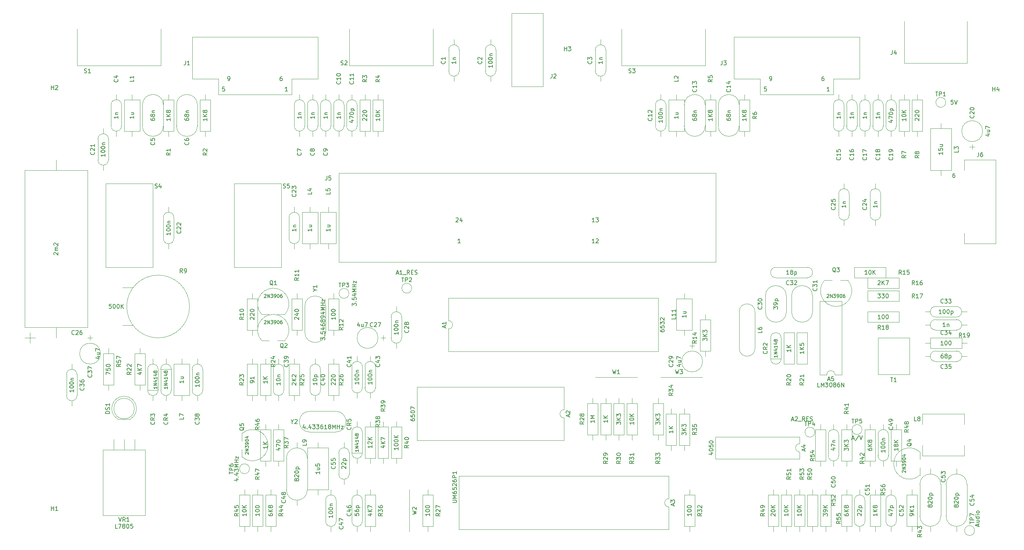
<source format=gbr>
G04 #@! TF.GenerationSoftware,KiCad,Pcbnew,(5.1.4)-1*
G04 #@! TF.CreationDate,2021-01-10T11:13:25+01:00*
G04 #@! TF.ProjectId,JrBoard,4a72426f-6172-4642-9e6b-696361645f70,rev?*
G04 #@! TF.SameCoordinates,Original*
G04 #@! TF.FileFunction,Legend,Top*
G04 #@! TF.FilePolarity,Positive*
%FSLAX46Y46*%
G04 Gerber Fmt 4.6, Leading zero omitted, Abs format (unit mm)*
G04 Created by KiCad (PCBNEW (5.1.4)-1) date 2021-01-10 11:13:25*
%MOMM*%
%LPD*%
G04 APERTURE LIST*
%ADD10C,0.120000*%
%ADD11C,0.150000*%
G04 APERTURE END LIST*
D10*
X68545000Y-27365000D02*
X68545000Y-37525000D01*
X99025000Y-27365000D02*
X68545000Y-27365000D01*
X99025000Y-37525000D02*
X99025000Y-27365000D01*
X92675000Y-37525000D02*
X99025000Y-37525000D01*
X74895000Y-37525000D02*
X68545000Y-37525000D01*
X74895000Y-41335000D02*
X74895000Y-37525000D01*
X92675000Y-41335000D02*
X92675000Y-37525000D01*
X92675000Y-41335000D02*
X91405000Y-41335000D01*
X74895000Y-41335000D02*
X91405000Y-41335000D01*
X199990000Y-27365000D02*
X199990000Y-37525000D01*
X230470000Y-27365000D02*
X199990000Y-27365000D01*
X230470000Y-37525000D02*
X230470000Y-27365000D01*
X224120000Y-37525000D02*
X230470000Y-37525000D01*
X206340000Y-37525000D02*
X199990000Y-37525000D01*
X206340000Y-41335000D02*
X206340000Y-37525000D01*
X224120000Y-41335000D02*
X224120000Y-37525000D01*
X224120000Y-41335000D02*
X222850000Y-41335000D01*
X206340000Y-41335000D02*
X222850000Y-41335000D01*
X104105000Y-60385000D02*
X104105000Y-81975000D01*
X195545000Y-60385000D02*
X104105000Y-60385000D01*
X195545000Y-81975000D02*
X195545000Y-60385000D01*
X104105000Y-81975000D02*
X195545000Y-81975000D01*
X258340000Y-147126000D02*
G75*
G03X258340000Y-147126000I-1200000J0D01*
G01*
X82445000Y-132140000D02*
G75*
G03X82445000Y-132140000I-1200000J0D01*
G01*
X231035000Y-122615000D02*
G75*
G03X231035000Y-122615000I-1200000J0D01*
G01*
X219605000Y-123250000D02*
G75*
G03X219605000Y-123250000I-1200000J0D01*
G01*
X106575000Y-89595000D02*
G75*
G03X106575000Y-89595000I-1200000J0D01*
G01*
X121815000Y-88325000D02*
G75*
G03X121815000Y-88325000I-1200000J0D01*
G01*
X251355000Y-43240000D02*
G75*
G03X251355000Y-43240000I-1200000J0D01*
G01*
X59020000Y-83245000D02*
X47590000Y-83245000D01*
X59020000Y-62925000D02*
X59020000Y-83245000D01*
X47590000Y-62925000D02*
X59020000Y-62925000D01*
X47590000Y-83245000D02*
X47590000Y-62925000D01*
X90135000Y-83245000D02*
X78705000Y-83245000D01*
X90135000Y-62925000D02*
X90135000Y-83245000D01*
X78705000Y-62925000D02*
X90135000Y-62925000D01*
X78705000Y-83245000D02*
X78705000Y-62925000D01*
X215865000Y-146110000D02*
X215865000Y-147380000D01*
X215865000Y-137220000D02*
X215865000Y-138490000D01*
X214595000Y-138490000D02*
X217135000Y-138490000D01*
X214595000Y-146110000D02*
X214595000Y-138490000D01*
X217135000Y-146110000D02*
X214595000Y-146110000D01*
X217135000Y-138490000D02*
X217135000Y-146110000D01*
X215230000Y-106740000D02*
X215230000Y-99120000D01*
X216500000Y-106740000D02*
X216500000Y-106740000D01*
X217770000Y-99120000D02*
X217770000Y-106740000D01*
X217770000Y-106740000D02*
X215230000Y-106740000D01*
X215230000Y-99120000D02*
X217770000Y-99120000D01*
X216500000Y-99120000D02*
X216500000Y-99120000D01*
X214595000Y-99120000D02*
X214595000Y-106740000D01*
X213325000Y-99120000D02*
X213325000Y-99120000D01*
X212055000Y-106740000D02*
X212055000Y-99120000D01*
X212055000Y-99120000D02*
X214595000Y-99120000D01*
X214595000Y-106740000D02*
X212055000Y-106740000D01*
X213325000Y-106740000D02*
X213325000Y-106740000D01*
X232375000Y-94040000D02*
X239995000Y-94040000D01*
X232375000Y-95310000D02*
X232375000Y-95310000D01*
X239995000Y-96580000D02*
X232375000Y-96580000D01*
X232375000Y-96580000D02*
X232375000Y-94040000D01*
X239995000Y-94040000D02*
X239995000Y-96580000D01*
X239995000Y-95310000D02*
X239995000Y-95310000D01*
X239995000Y-91500000D02*
X232375000Y-91500000D01*
X239995000Y-90230000D02*
X239995000Y-90230000D01*
X232375000Y-88960000D02*
X239995000Y-88960000D01*
X239995000Y-88960000D02*
X239995000Y-91500000D01*
X232375000Y-91500000D02*
X232375000Y-88960000D01*
X232375000Y-90230000D02*
X232375000Y-90230000D01*
X239995000Y-88325000D02*
X232375000Y-88325000D01*
X239995000Y-87055000D02*
X239995000Y-87055000D01*
X232375000Y-85785000D02*
X239995000Y-85785000D01*
X239995000Y-85785000D02*
X239995000Y-88325000D01*
X232375000Y-88325000D02*
X232375000Y-85785000D01*
X232375000Y-87055000D02*
X232375000Y-87055000D01*
X236820000Y-85785000D02*
X229200000Y-85785000D01*
X236820000Y-84515000D02*
X236820000Y-84515000D01*
X229200000Y-83245000D02*
X236820000Y-83245000D01*
X236820000Y-83245000D02*
X236820000Y-85785000D01*
X229200000Y-85785000D02*
X229200000Y-83245000D01*
X229200000Y-84515000D02*
X229200000Y-84515000D01*
X211420000Y-105470000D02*
X211420000Y-100390000D01*
X211420000Y-105470000D02*
G75*
G02X208880000Y-105470000I-1270000J0D01*
G01*
X208880000Y-105470000D02*
X208880000Y-100390000D01*
X210150000Y-99120000D02*
X210150000Y-99120000D01*
X211420000Y-105470000D02*
X208880000Y-105470000D01*
X210150000Y-106740000D02*
X210150000Y-106740000D01*
X208880000Y-100390000D02*
G75*
G02X211420000Y-100390000I1270000J0D01*
G01*
X86944644Y-126425000D02*
G75*
G02X80610001Y-129244171I-3794644J0D01*
G01*
X80610000Y-127441000D02*
X80610000Y-129244172D01*
X80605410Y-123589305D02*
G75*
G02X86960000Y-126425000I2544590J-2835695D01*
G01*
X80610000Y-125409000D02*
X80610000Y-123605828D01*
X238740356Y-130870000D02*
G75*
G02X245074999Y-128050829I3794644J0D01*
G01*
X245075000Y-129854000D02*
X245075000Y-128050828D01*
X245079590Y-133705695D02*
G75*
G02X238725000Y-130870000I-2544590J2835695D01*
G01*
X245075000Y-131886000D02*
X245075000Y-133689172D01*
X224755000Y-92754644D02*
G75*
G02X221935829Y-86420001I0J3794644D01*
G01*
X223739000Y-86420000D02*
X221935828Y-86420000D01*
X227590695Y-86415410D02*
G75*
G02X224755000Y-92770000I-2835695J-2544590D01*
G01*
X225771000Y-86420000D02*
X227574172Y-86420000D01*
X88230000Y-94690356D02*
G75*
G02X91049171Y-101024999I0J-3794644D01*
G01*
X89246000Y-101025000D02*
X91049172Y-101025000D01*
X85394305Y-101029590D02*
G75*
G02X88230000Y-94675000I2835695J2544590D01*
G01*
X87214000Y-101025000D02*
X85410828Y-101025000D01*
X88230000Y-88340356D02*
G75*
G02X91049171Y-94674999I0J-3794644D01*
G01*
X89246000Y-94675000D02*
X91049172Y-94675000D01*
X85394305Y-94679590D02*
G75*
G02X88230000Y-88325000I2835695J2544590D01*
G01*
X87214000Y-94675000D02*
X85410828Y-94675000D01*
X103330000Y-123235000D02*
G75*
G03X103330000Y-118185000I0J2525000D01*
G01*
X97080000Y-123235000D02*
G75*
G02X97080000Y-118185000I0J2525000D01*
G01*
X97080000Y-123235000D02*
X103330000Y-123235000D01*
X97080000Y-118185000D02*
X103330000Y-118185000D01*
X95865000Y-98980000D02*
G75*
G03X100915000Y-98980000I2525000J0D01*
G01*
X95865000Y-92730000D02*
G75*
G02X100915000Y-92730000I2525000J0D01*
G01*
X95865000Y-92730000D02*
X95865000Y-98980000D01*
X100915000Y-92730000D02*
X100915000Y-98980000D01*
X182210000Y-109915000D02*
X192370000Y-109915000D01*
X121250000Y-137220000D02*
X121250000Y-147380000D01*
X166335000Y-109915000D02*
X176495000Y-109915000D01*
X57155000Y-127575000D02*
X46915000Y-127575000D01*
X57155000Y-143465000D02*
X46915000Y-143465000D01*
X57155000Y-143465000D02*
X57155000Y-127575000D01*
X46915000Y-143465000D02*
X46915000Y-127575000D01*
X54575000Y-127575000D02*
X54575000Y-125035000D01*
X52035000Y-127575000D02*
X52035000Y-125035000D01*
X49495000Y-127575000D02*
X49495000Y-125035000D01*
X242535000Y-100390000D02*
X234915000Y-100390000D01*
X242535000Y-109280000D02*
X242535000Y-100390000D01*
X234915000Y-109280000D02*
X242535000Y-109280000D01*
X234915000Y-100390000D02*
X234915000Y-109280000D01*
X172685000Y-34350000D02*
X172685000Y-25460000D01*
X193005000Y-34350000D02*
X193005000Y-25460000D01*
X172685000Y-34350000D02*
X193005000Y-34350000D01*
X106645000Y-34350000D02*
X106645000Y-25460000D01*
X126965000Y-34350000D02*
X126965000Y-25460000D01*
X106645000Y-34350000D02*
X126965000Y-34350000D01*
X40605000Y-34350000D02*
X40605000Y-25460000D01*
X60925000Y-34350000D02*
X60925000Y-25460000D01*
X40605000Y-34350000D02*
X60925000Y-34350000D01*
X48225000Y-104200000D02*
X48225000Y-102930000D01*
X48225000Y-113090000D02*
X48225000Y-111820000D01*
X49495000Y-111820000D02*
X46955000Y-111820000D01*
X49495000Y-104200000D02*
X49495000Y-111820000D01*
X46955000Y-104200000D02*
X49495000Y-104200000D01*
X46955000Y-111820000D02*
X46955000Y-104200000D01*
X234280000Y-138490000D02*
X234280000Y-137220000D01*
X234280000Y-147380000D02*
X234280000Y-146110000D01*
X235550000Y-146110000D02*
X233010000Y-146110000D01*
X235550000Y-138490000D02*
X235550000Y-146110000D01*
X233010000Y-138490000D02*
X235550000Y-138490000D01*
X233010000Y-146110000D02*
X233010000Y-138490000D01*
X227295000Y-146110000D02*
X227295000Y-147380000D01*
X227295000Y-137220000D02*
X227295000Y-138490000D01*
X226025000Y-138490000D02*
X228565000Y-138490000D01*
X226025000Y-146110000D02*
X226025000Y-138490000D01*
X228565000Y-146110000D02*
X226025000Y-146110000D01*
X228565000Y-138490000D02*
X228565000Y-146110000D01*
X220945000Y-122615000D02*
X220945000Y-121345000D01*
X220945000Y-131505000D02*
X220945000Y-130235000D01*
X222215000Y-130235000D02*
X219675000Y-130235000D01*
X222215000Y-122615000D02*
X222215000Y-130235000D01*
X219675000Y-122615000D02*
X222215000Y-122615000D01*
X219675000Y-130235000D02*
X219675000Y-122615000D01*
X222215000Y-146110000D02*
X222215000Y-147380000D01*
X222215000Y-137220000D02*
X222215000Y-138490000D01*
X220945000Y-138490000D02*
X223485000Y-138490000D01*
X220945000Y-146110000D02*
X220945000Y-138490000D01*
X223485000Y-146110000D02*
X220945000Y-146110000D01*
X223485000Y-138490000D02*
X223485000Y-146110000D01*
X212690000Y-146110000D02*
X212690000Y-147380000D01*
X212690000Y-137220000D02*
X212690000Y-138490000D01*
X211420000Y-138490000D02*
X213960000Y-138490000D01*
X211420000Y-146110000D02*
X211420000Y-138490000D01*
X213960000Y-146110000D02*
X211420000Y-146110000D01*
X213960000Y-138490000D02*
X213960000Y-146110000D01*
X219040000Y-146110000D02*
X219040000Y-147380000D01*
X219040000Y-137220000D02*
X219040000Y-138490000D01*
X217770000Y-138490000D02*
X220310000Y-138490000D01*
X217770000Y-146110000D02*
X217770000Y-138490000D01*
X220310000Y-146110000D02*
X217770000Y-146110000D01*
X220310000Y-138490000D02*
X220310000Y-146110000D01*
X209515000Y-146110000D02*
X209515000Y-147380000D01*
X209515000Y-137220000D02*
X209515000Y-138490000D01*
X208245000Y-138490000D02*
X210785000Y-138490000D01*
X208245000Y-146110000D02*
X208245000Y-138490000D01*
X210785000Y-146110000D02*
X208245000Y-146110000D01*
X210785000Y-138490000D02*
X210785000Y-146110000D01*
X239360000Y-130235000D02*
X239360000Y-131505000D01*
X239360000Y-121345000D02*
X239360000Y-122615000D01*
X238090000Y-122615000D02*
X240630000Y-122615000D01*
X238090000Y-130235000D02*
X238090000Y-122615000D01*
X240630000Y-130235000D02*
X238090000Y-130235000D01*
X240630000Y-122615000D02*
X240630000Y-130235000D01*
X84420000Y-146110000D02*
X84420000Y-147380000D01*
X84420000Y-137220000D02*
X84420000Y-138490000D01*
X83150000Y-138490000D02*
X85690000Y-138490000D01*
X83150000Y-146110000D02*
X83150000Y-138490000D01*
X85690000Y-146110000D02*
X83150000Y-146110000D01*
X85690000Y-138490000D02*
X85690000Y-146110000D01*
X86325000Y-122615000D02*
X86325000Y-121345000D01*
X86325000Y-131505000D02*
X86325000Y-130235000D01*
X87595000Y-130235000D02*
X85055000Y-130235000D01*
X87595000Y-122615000D02*
X87595000Y-130235000D01*
X85055000Y-122615000D02*
X87595000Y-122615000D01*
X85055000Y-130235000D02*
X85055000Y-122615000D01*
X81245000Y-138490000D02*
X81245000Y-137220000D01*
X81245000Y-147380000D02*
X81245000Y-146110000D01*
X82515000Y-146110000D02*
X79975000Y-146110000D01*
X82515000Y-138490000D02*
X82515000Y-146110000D01*
X79975000Y-138490000D02*
X82515000Y-138490000D01*
X79975000Y-146110000D02*
X79975000Y-138490000D01*
X87595000Y-138490000D02*
X87595000Y-137220000D01*
X87595000Y-147380000D02*
X87595000Y-146110000D01*
X88865000Y-146110000D02*
X86325000Y-146110000D01*
X88865000Y-138490000D02*
X88865000Y-146110000D01*
X86325000Y-138490000D02*
X88865000Y-138490000D01*
X86325000Y-146110000D02*
X86325000Y-138490000D01*
X243170000Y-146110000D02*
X243170000Y-147380000D01*
X243170000Y-137220000D02*
X243170000Y-138490000D01*
X241900000Y-138490000D02*
X244440000Y-138490000D01*
X241900000Y-146110000D02*
X241900000Y-138490000D01*
X244440000Y-146110000D02*
X241900000Y-146110000D01*
X244440000Y-138490000D02*
X244440000Y-146110000D01*
X233010000Y-122615000D02*
X233010000Y-121345000D01*
X233010000Y-131505000D02*
X233010000Y-130235000D01*
X234280000Y-130235000D02*
X231740000Y-130235000D01*
X234280000Y-122615000D02*
X234280000Y-130235000D01*
X231740000Y-122615000D02*
X234280000Y-122615000D01*
X231740000Y-130235000D02*
X231740000Y-122615000D01*
X227295000Y-122615000D02*
X227295000Y-121345000D01*
X227295000Y-131505000D02*
X227295000Y-130235000D01*
X228565000Y-130235000D02*
X226025000Y-130235000D01*
X228565000Y-122615000D02*
X228565000Y-130235000D01*
X226025000Y-122615000D02*
X228565000Y-122615000D01*
X226025000Y-130235000D02*
X226025000Y-122615000D01*
X118075000Y-121980000D02*
X118075000Y-120710000D01*
X118075000Y-130870000D02*
X118075000Y-129600000D01*
X119345000Y-129600000D02*
X116805000Y-129600000D01*
X119345000Y-121980000D02*
X119345000Y-129600000D01*
X116805000Y-121980000D02*
X119345000Y-121980000D01*
X116805000Y-129600000D02*
X116805000Y-121980000D01*
X114900000Y-129600000D02*
X114900000Y-130870000D01*
X114900000Y-120710000D02*
X114900000Y-121980000D01*
X113630000Y-121980000D02*
X116170000Y-121980000D01*
X113630000Y-129600000D02*
X113630000Y-121980000D01*
X116170000Y-129600000D02*
X113630000Y-129600000D01*
X116170000Y-121980000D02*
X116170000Y-129600000D01*
X111725000Y-129600000D02*
X111725000Y-130870000D01*
X111725000Y-120710000D02*
X111725000Y-121980000D01*
X110455000Y-121980000D02*
X112995000Y-121980000D01*
X110455000Y-129600000D02*
X110455000Y-121980000D01*
X112995000Y-129600000D02*
X110455000Y-129600000D01*
X112995000Y-121980000D02*
X112995000Y-129600000D01*
X89500000Y-130235000D02*
X89500000Y-131505000D01*
X89500000Y-121345000D02*
X89500000Y-122615000D01*
X88230000Y-122615000D02*
X90770000Y-122615000D01*
X88230000Y-130235000D02*
X88230000Y-122615000D01*
X90770000Y-130235000D02*
X88230000Y-130235000D01*
X90770000Y-122615000D02*
X90770000Y-130235000D01*
X111725000Y-138490000D02*
X111725000Y-137220000D01*
X111725000Y-147380000D02*
X111725000Y-146110000D01*
X112995000Y-146110000D02*
X110455000Y-146110000D01*
X112995000Y-138490000D02*
X112995000Y-146110000D01*
X110455000Y-138490000D02*
X112995000Y-138490000D01*
X110455000Y-146110000D02*
X110455000Y-138490000D01*
X187925000Y-118805000D02*
X187925000Y-117535000D01*
X187925000Y-127695000D02*
X187925000Y-126425000D01*
X189195000Y-126425000D02*
X186655000Y-126425000D01*
X189195000Y-118805000D02*
X189195000Y-126425000D01*
X186655000Y-118805000D02*
X189195000Y-118805000D01*
X186655000Y-126425000D02*
X186655000Y-118805000D01*
X184750000Y-118805000D02*
X184750000Y-117535000D01*
X184750000Y-127695000D02*
X184750000Y-126425000D01*
X186020000Y-126425000D02*
X183480000Y-126425000D01*
X186020000Y-118805000D02*
X186020000Y-126425000D01*
X183480000Y-118805000D02*
X186020000Y-118805000D01*
X183480000Y-126425000D02*
X183480000Y-118805000D01*
X181575000Y-116265000D02*
X181575000Y-114995000D01*
X181575000Y-125155000D02*
X181575000Y-123885000D01*
X182845000Y-123885000D02*
X180305000Y-123885000D01*
X182845000Y-116265000D02*
X182845000Y-123885000D01*
X180305000Y-116265000D02*
X182845000Y-116265000D01*
X180305000Y-123885000D02*
X180305000Y-116265000D01*
X189195000Y-138490000D02*
X189195000Y-137220000D01*
X189195000Y-147380000D02*
X189195000Y-146110000D01*
X190465000Y-146110000D02*
X187925000Y-146110000D01*
X190465000Y-138490000D02*
X190465000Y-146110000D01*
X187925000Y-138490000D02*
X190465000Y-138490000D01*
X187925000Y-146110000D02*
X187925000Y-138490000D01*
X175225000Y-116265000D02*
X175225000Y-114995000D01*
X175225000Y-125155000D02*
X175225000Y-123885000D01*
X176495000Y-123885000D02*
X173955000Y-123885000D01*
X176495000Y-116265000D02*
X176495000Y-123885000D01*
X173955000Y-116265000D02*
X176495000Y-116265000D01*
X173955000Y-123885000D02*
X173955000Y-116265000D01*
X172050000Y-116265000D02*
X172050000Y-114995000D01*
X172050000Y-125155000D02*
X172050000Y-123885000D01*
X173320000Y-123885000D02*
X170780000Y-123885000D01*
X173320000Y-116265000D02*
X173320000Y-123885000D01*
X170780000Y-116265000D02*
X173320000Y-116265000D01*
X170780000Y-123885000D02*
X170780000Y-116265000D01*
X168875000Y-116265000D02*
X168875000Y-114995000D01*
X168875000Y-125155000D02*
X168875000Y-123885000D01*
X170145000Y-123885000D02*
X167605000Y-123885000D01*
X170145000Y-116265000D02*
X170145000Y-123885000D01*
X167605000Y-116265000D02*
X170145000Y-116265000D01*
X167605000Y-123885000D02*
X167605000Y-116265000D01*
X165700000Y-123885000D02*
X165700000Y-125155000D01*
X165700000Y-114995000D02*
X165700000Y-116265000D01*
X164430000Y-116265000D02*
X166970000Y-116265000D01*
X164430000Y-123885000D02*
X164430000Y-116265000D01*
X166970000Y-123885000D02*
X164430000Y-123885000D01*
X166970000Y-116265000D02*
X166970000Y-123885000D01*
X125695000Y-146110000D02*
X125695000Y-147380000D01*
X125695000Y-137220000D02*
X125695000Y-138490000D01*
X124425000Y-138490000D02*
X126965000Y-138490000D01*
X124425000Y-146110000D02*
X124425000Y-138490000D01*
X126965000Y-146110000D02*
X124425000Y-146110000D01*
X126965000Y-138490000D02*
X126965000Y-146110000D01*
X102835000Y-106740000D02*
X102835000Y-105470000D01*
X102835000Y-115630000D02*
X102835000Y-114360000D01*
X104105000Y-114360000D02*
X101565000Y-114360000D01*
X104105000Y-106740000D02*
X104105000Y-114360000D01*
X101565000Y-106740000D02*
X104105000Y-106740000D01*
X101565000Y-114360000D02*
X101565000Y-106740000D01*
X93310000Y-106740000D02*
X93310000Y-105470000D01*
X93310000Y-115630000D02*
X93310000Y-114360000D01*
X94580000Y-114360000D02*
X92040000Y-114360000D01*
X94580000Y-106740000D02*
X94580000Y-114360000D01*
X92040000Y-106740000D02*
X94580000Y-106740000D01*
X92040000Y-114360000D02*
X92040000Y-106740000D01*
X86325000Y-114360000D02*
X86325000Y-115630000D01*
X86325000Y-105470000D02*
X86325000Y-106740000D01*
X85055000Y-106740000D02*
X87595000Y-106740000D01*
X85055000Y-114360000D02*
X85055000Y-106740000D01*
X87595000Y-114360000D02*
X85055000Y-114360000D01*
X87595000Y-106740000D02*
X87595000Y-114360000D01*
X83150000Y-114360000D02*
X83150000Y-115630000D01*
X83150000Y-105470000D02*
X83150000Y-106740000D01*
X81880000Y-106740000D02*
X84420000Y-106740000D01*
X81880000Y-114360000D02*
X81880000Y-106740000D01*
X84420000Y-114360000D02*
X81880000Y-114360000D01*
X84420000Y-106740000D02*
X84420000Y-114360000D01*
X55845000Y-111820000D02*
X55845000Y-113090000D01*
X55845000Y-102930000D02*
X55845000Y-104200000D01*
X54575000Y-104200000D02*
X57115000Y-104200000D01*
X54575000Y-111820000D02*
X54575000Y-104200000D01*
X57115000Y-111820000D02*
X54575000Y-111820000D01*
X57115000Y-104200000D02*
X57115000Y-111820000D01*
X247615000Y-101660000D02*
X246345000Y-101660000D01*
X256505000Y-101660000D02*
X255235000Y-101660000D01*
X255235000Y-100390000D02*
X255235000Y-102930000D01*
X247615000Y-100390000D02*
X255235000Y-100390000D01*
X247615000Y-102930000D02*
X247615000Y-100390000D01*
X255235000Y-102930000D02*
X247615000Y-102930000D01*
X193005000Y-95945000D02*
X193005000Y-94675000D01*
X193005000Y-104835000D02*
X193005000Y-103565000D01*
X194275000Y-103565000D02*
X191735000Y-103565000D01*
X194275000Y-95945000D02*
X194275000Y-103565000D01*
X191735000Y-95945000D02*
X194275000Y-95945000D01*
X191735000Y-103565000D02*
X191735000Y-95945000D01*
X102835000Y-90865000D02*
X102835000Y-89595000D01*
X102835000Y-99755000D02*
X102835000Y-98485000D01*
X104105000Y-98485000D02*
X101565000Y-98485000D01*
X104105000Y-90865000D02*
X104105000Y-98485000D01*
X101565000Y-90865000D02*
X104105000Y-90865000D01*
X101565000Y-98485000D02*
X101565000Y-90865000D01*
X93945000Y-90865000D02*
X93945000Y-89595000D01*
X93945000Y-99755000D02*
X93945000Y-98485000D01*
X95215000Y-98485000D02*
X92675000Y-98485000D01*
X95215000Y-90865000D02*
X95215000Y-98485000D01*
X92675000Y-90865000D02*
X95215000Y-90865000D01*
X92675000Y-98485000D02*
X92675000Y-90865000D01*
X83150000Y-90865000D02*
X83150000Y-89595000D01*
X83150000Y-99755000D02*
X83150000Y-98485000D01*
X84420000Y-98485000D02*
X81880000Y-98485000D01*
X84420000Y-90865000D02*
X84420000Y-98485000D01*
X81880000Y-90865000D02*
X84420000Y-90865000D01*
X81880000Y-98485000D02*
X81880000Y-90865000D01*
X67910000Y-92770000D02*
G75*
G03X67910000Y-92770000I-7620000J0D01*
G01*
X51654000Y-97342000D02*
X54194000Y-97342000D01*
X51654000Y-88198000D02*
X54194000Y-88198000D01*
X244440000Y-42605000D02*
X244440000Y-41335000D01*
X244440000Y-51495000D02*
X244440000Y-50225000D01*
X245710000Y-50225000D02*
X243170000Y-50225000D01*
X245710000Y-42605000D02*
X245710000Y-50225000D01*
X243170000Y-42605000D02*
X245710000Y-42605000D01*
X243170000Y-50225000D02*
X243170000Y-42605000D01*
X241265000Y-50225000D02*
X241265000Y-51495000D01*
X241265000Y-41335000D02*
X241265000Y-42605000D01*
X239995000Y-42605000D02*
X242535000Y-42605000D01*
X239995000Y-50225000D02*
X239995000Y-42605000D01*
X242535000Y-50225000D02*
X239995000Y-50225000D01*
X242535000Y-42605000D02*
X242535000Y-50225000D01*
X202530000Y-42605000D02*
X202530000Y-41335000D01*
X202530000Y-51495000D02*
X202530000Y-50225000D01*
X203800000Y-50225000D02*
X201260000Y-50225000D01*
X203800000Y-42605000D02*
X203800000Y-50225000D01*
X201260000Y-42605000D02*
X203800000Y-42605000D01*
X201260000Y-50225000D02*
X201260000Y-42605000D01*
X194275000Y-42605000D02*
X194275000Y-41335000D01*
X194275000Y-51495000D02*
X194275000Y-50225000D01*
X195545000Y-50225000D02*
X193005000Y-50225000D01*
X195545000Y-42605000D02*
X195545000Y-50225000D01*
X193005000Y-42605000D02*
X195545000Y-42605000D01*
X193005000Y-50225000D02*
X193005000Y-42605000D01*
X113630000Y-50225000D02*
X113630000Y-51495000D01*
X113630000Y-41335000D02*
X113630000Y-42605000D01*
X112360000Y-42605000D02*
X114900000Y-42605000D01*
X112360000Y-50225000D02*
X112360000Y-42605000D01*
X114900000Y-50225000D02*
X112360000Y-50225000D01*
X114900000Y-42605000D02*
X114900000Y-50225000D01*
X110455000Y-42605000D02*
X110455000Y-41335000D01*
X110455000Y-51495000D02*
X110455000Y-50225000D01*
X111725000Y-50225000D02*
X109185000Y-50225000D01*
X111725000Y-42605000D02*
X111725000Y-50225000D01*
X109185000Y-42605000D02*
X111725000Y-42605000D01*
X109185000Y-50225000D02*
X109185000Y-42605000D01*
X71720000Y-42605000D02*
X71720000Y-41335000D01*
X71720000Y-51495000D02*
X71720000Y-50225000D01*
X72990000Y-50225000D02*
X70450000Y-50225000D01*
X72990000Y-42605000D02*
X72990000Y-50225000D01*
X70450000Y-42605000D02*
X72990000Y-42605000D01*
X70450000Y-50225000D02*
X70450000Y-42605000D01*
X62830000Y-42605000D02*
X62830000Y-41335000D01*
X62830000Y-51495000D02*
X62830000Y-50225000D01*
X64100000Y-50225000D02*
X61560000Y-50225000D01*
X64100000Y-42605000D02*
X64100000Y-50225000D01*
X61560000Y-42605000D02*
X64100000Y-42605000D01*
X61560000Y-50225000D02*
X61560000Y-42605000D01*
X187925000Y-90865000D02*
X187925000Y-89595000D01*
X187925000Y-99755000D02*
X187925000Y-98485000D01*
X186020000Y-90865000D02*
X186020000Y-98485000D01*
X189830000Y-90865000D02*
X186020000Y-90865000D01*
X189830000Y-98485000D02*
X189830000Y-90865000D01*
X186020000Y-98485000D02*
X189830000Y-98485000D01*
X99025000Y-137220000D02*
X99025000Y-138490000D01*
X99025000Y-125790000D02*
X99025000Y-127060000D01*
X96485000Y-127060000D02*
X99025000Y-127060000D01*
X96485000Y-137220000D02*
X96485000Y-127060000D01*
X101565000Y-137220000D02*
X96485000Y-137220000D01*
X101565000Y-127060000D02*
X101565000Y-137220000D01*
X99025000Y-127060000D02*
X101565000Y-127060000D01*
X245710000Y-118805000D02*
X255870000Y-118805000D01*
X255870000Y-128965000D02*
X245710000Y-128965000D01*
X255870000Y-118805000D02*
X255870000Y-121345000D01*
X255870000Y-126425000D02*
X255870000Y-128965000D01*
X245710000Y-128965000D02*
X245710000Y-126425000D01*
X245710000Y-121345000D02*
X245710000Y-118805000D01*
X66005000Y-106740000D02*
X66005000Y-105470000D01*
X66005000Y-115630000D02*
X66005000Y-114360000D01*
X64100000Y-106740000D02*
X64100000Y-114360000D01*
X67910000Y-106740000D02*
X64100000Y-106740000D01*
X67910000Y-114360000D02*
X67910000Y-106740000D01*
X64100000Y-114360000D02*
X67910000Y-114360000D01*
X201260000Y-94040000D02*
G75*
G02X205070000Y-94040000I1905000J0D01*
G01*
X205070000Y-102930000D02*
G75*
G02X201260000Y-102930000I-1905000J0D01*
G01*
X205070000Y-94040000D02*
X205070000Y-102930000D01*
X201260000Y-102930000D02*
X201260000Y-94040000D01*
X101565000Y-69910000D02*
X101565000Y-68640000D01*
X101565000Y-78800000D02*
X101565000Y-77530000D01*
X99660000Y-69910000D02*
X99660000Y-77530000D01*
X103470000Y-69910000D02*
X99660000Y-69910000D01*
X103470000Y-77530000D02*
X103470000Y-69910000D01*
X99660000Y-77530000D02*
X103470000Y-77530000D01*
X97120000Y-69910000D02*
X97120000Y-68640000D01*
X97120000Y-78800000D02*
X97120000Y-77530000D01*
X95215000Y-69910000D02*
X95215000Y-77530000D01*
X99025000Y-69910000D02*
X95215000Y-69910000D01*
X99025000Y-77530000D02*
X99025000Y-69910000D01*
X95215000Y-77530000D02*
X99025000Y-77530000D01*
X250155000Y-59750000D02*
X250155000Y-61020000D01*
X250155000Y-48320000D02*
X250155000Y-49590000D01*
X247615000Y-49590000D02*
X250155000Y-49590000D01*
X247615000Y-59750000D02*
X247615000Y-49590000D01*
X252695000Y-59750000D02*
X247615000Y-59750000D01*
X252695000Y-49590000D02*
X252695000Y-59750000D01*
X250155000Y-49590000D02*
X252695000Y-49590000D01*
X186020000Y-50225000D02*
X186020000Y-51495000D01*
X186020000Y-41335000D02*
X186020000Y-42605000D01*
X187925000Y-50225000D02*
X187925000Y-42605000D01*
X184115000Y-50225000D02*
X187925000Y-50225000D01*
X184115000Y-42605000D02*
X184115000Y-50225000D01*
X187925000Y-42605000D02*
X184115000Y-42605000D01*
X53940000Y-50225000D02*
X53940000Y-51495000D01*
X53940000Y-41335000D02*
X53940000Y-42605000D01*
X55845000Y-50225000D02*
X55845000Y-42605000D01*
X52035000Y-50225000D02*
X55845000Y-50225000D01*
X52035000Y-42605000D02*
X52035000Y-50225000D01*
X55845000Y-42605000D02*
X52035000Y-42605000D01*
X255870000Y-77530000D02*
X255870000Y-74990000D01*
X255870000Y-57210000D02*
X255870000Y-59750000D01*
X263490000Y-57210000D02*
X255870000Y-57210000D01*
X263490000Y-77530000D02*
X263490000Y-57210000D01*
X255870000Y-77530000D02*
X263490000Y-77530000D01*
X241265000Y-33715000D02*
X241265000Y-23555000D01*
X256505000Y-33715000D02*
X256505000Y-23555000D01*
X241265000Y-33715000D02*
X256505000Y-33715000D01*
X146015000Y-21650000D02*
X146015000Y-39430000D01*
X153635000Y-21650000D02*
X146015000Y-21650000D01*
X153635000Y-39430000D02*
X153635000Y-21650000D01*
X146015000Y-39430000D02*
X153635000Y-39430000D01*
X52034538Y-114545000D02*
G75*
G02X53579830Y-120095000I462J-2990000D01*
G01*
X52035462Y-114545000D02*
G75*
G03X50490170Y-120095000I-462J-2990000D01*
G01*
X54535000Y-117535000D02*
G75*
G03X54535000Y-117535000I-2500000J0D01*
G01*
X50490000Y-120095000D02*
X53580000Y-120095000D01*
X108550000Y-121980000D02*
X108550000Y-120710000D01*
X108550000Y-130870000D02*
X108550000Y-129600000D01*
X109820000Y-128330000D02*
X109820000Y-123250000D01*
X109820000Y-128330000D02*
X107280000Y-128330000D01*
X107280000Y-128330000D02*
X107280000Y-123250000D01*
X107280000Y-123250000D02*
G75*
G02X109820000Y-123250000I1270000J0D01*
G01*
X109820000Y-128330000D02*
G75*
G02X107280000Y-128330000I-1270000J0D01*
G01*
X62195000Y-114360000D02*
X62195000Y-115630000D01*
X62195000Y-105470000D02*
X62195000Y-106740000D01*
X60925000Y-108010000D02*
X60925000Y-113090000D01*
X60925000Y-108010000D02*
X63465000Y-108010000D01*
X63465000Y-108010000D02*
X63465000Y-113090000D01*
X63465000Y-113090000D02*
G75*
G02X60925000Y-113090000I-1270000J0D01*
G01*
X60925000Y-108010000D02*
G75*
G02X63465000Y-108010000I1270000J0D01*
G01*
X59020000Y-106740000D02*
X59020000Y-105470000D01*
X59020000Y-115630000D02*
X59020000Y-114360000D01*
X60290000Y-113090000D02*
X60290000Y-108010000D01*
X60290000Y-113090000D02*
X57750000Y-113090000D01*
X57750000Y-113090000D02*
X57750000Y-108010000D01*
X57750000Y-108010000D02*
G75*
G02X60290000Y-108010000I1270000J0D01*
G01*
X60290000Y-113090000D02*
G75*
G02X57750000Y-113090000I-1270000J0D01*
G01*
X105375000Y-134680000D02*
X105375000Y-135950000D01*
X105375000Y-125790000D02*
X105375000Y-127060000D01*
X104105000Y-128330000D02*
X104105000Y-133410000D01*
X106645000Y-133410000D02*
X106645000Y-128330000D01*
X106645000Y-133410000D02*
G75*
G02X104105000Y-133410000I-1270000J0D01*
G01*
X104105000Y-128330000D02*
G75*
G02X106645000Y-128330000I1270000J0D01*
G01*
X253965000Y-133410000D02*
X253965000Y-132140000D01*
X253965000Y-147380000D02*
X253965000Y-146110000D01*
X256505000Y-143570000D02*
X256505000Y-135950000D01*
X251425000Y-135950000D02*
X251425000Y-143570000D01*
X251425000Y-135950000D02*
G75*
G02X256505000Y-135950000I2540000J0D01*
G01*
X256505000Y-143570000D02*
G75*
G02X251425000Y-143570000I-2540000J0D01*
G01*
X247615000Y-146110000D02*
X247615000Y-147380000D01*
X247615000Y-132140000D02*
X247615000Y-133410000D01*
X245075000Y-135950000D02*
X245075000Y-143570000D01*
X250155000Y-143570000D02*
X250155000Y-135950000D01*
X250155000Y-143570000D02*
G75*
G02X245075000Y-143570000I-2540000J0D01*
G01*
X245075000Y-135950000D02*
G75*
G02X250155000Y-135950000I2540000J0D01*
G01*
X238090000Y-138490000D02*
X238090000Y-137220000D01*
X238090000Y-147380000D02*
X238090000Y-146110000D01*
X239360000Y-144840000D02*
X239360000Y-139760000D01*
X236820000Y-139760000D02*
X236820000Y-144840000D01*
X236820000Y-139760000D02*
G75*
G02X239360000Y-139760000I1270000J0D01*
G01*
X239360000Y-144840000D02*
G75*
G02X236820000Y-144840000I-1270000J0D01*
G01*
X230470000Y-146110000D02*
X230470000Y-147380000D01*
X230470000Y-137220000D02*
X230470000Y-138490000D01*
X229200000Y-139760000D02*
X229200000Y-144840000D01*
X231740000Y-144840000D02*
X231740000Y-139760000D01*
X231740000Y-144840000D02*
G75*
G02X229200000Y-144840000I-1270000J0D01*
G01*
X229200000Y-139760000D02*
G75*
G02X231740000Y-139760000I1270000J0D01*
G01*
X224120000Y-130235000D02*
X224120000Y-131505000D01*
X224120000Y-121345000D02*
X224120000Y-122615000D01*
X222850000Y-123885000D02*
X222850000Y-128965000D01*
X225390000Y-128965000D02*
X225390000Y-123885000D01*
X225390000Y-128965000D02*
G75*
G02X222850000Y-128965000I-1270000J0D01*
G01*
X222850000Y-123885000D02*
G75*
G02X225390000Y-123885000I1270000J0D01*
G01*
X236185000Y-130235000D02*
X236185000Y-131505000D01*
X236185000Y-121345000D02*
X236185000Y-122615000D01*
X234915000Y-123885000D02*
X234915000Y-128965000D01*
X237455000Y-128965000D02*
X237455000Y-123885000D01*
X237455000Y-128965000D02*
G75*
G02X234915000Y-128965000I-1270000J0D01*
G01*
X234915000Y-123885000D02*
G75*
G02X237455000Y-123885000I1270000J0D01*
G01*
X93945000Y-139760000D02*
X93945000Y-141030000D01*
X93945000Y-125790000D02*
X93945000Y-127060000D01*
X91405000Y-129600000D02*
X91405000Y-137220000D01*
X96485000Y-137220000D02*
X96485000Y-129600000D01*
X96485000Y-137220000D02*
G75*
G02X91405000Y-137220000I-2540000J0D01*
G01*
X91405000Y-129600000D02*
G75*
G02X96485000Y-129600000I2540000J0D01*
G01*
X102200000Y-146110000D02*
X102200000Y-147380000D01*
X102200000Y-137220000D02*
X102200000Y-138490000D01*
X100930000Y-139760000D02*
X100930000Y-144840000D01*
X103470000Y-144840000D02*
X103470000Y-139760000D01*
X103470000Y-144840000D02*
G75*
G02X100930000Y-144840000I-1270000J0D01*
G01*
X100930000Y-139760000D02*
G75*
G02X103470000Y-139760000I1270000J0D01*
G01*
X108550000Y-146110000D02*
X108550000Y-147380000D01*
X108550000Y-137220000D02*
X108550000Y-138490000D01*
X107280000Y-139760000D02*
X107280000Y-144840000D01*
X109820000Y-144840000D02*
X109820000Y-139760000D01*
X109820000Y-144840000D02*
G75*
G02X107280000Y-144840000I-1270000J0D01*
G01*
X107280000Y-139760000D02*
G75*
G02X109820000Y-139760000I1270000J0D01*
G01*
X111725000Y-106105000D02*
X111725000Y-104835000D01*
X111725000Y-114995000D02*
X111725000Y-113725000D01*
X112995000Y-112455000D02*
X112995000Y-107375000D01*
X110455000Y-107375000D02*
X110455000Y-112455000D01*
X110455000Y-107375000D02*
G75*
G02X112995000Y-107375000I1270000J0D01*
G01*
X112995000Y-112455000D02*
G75*
G02X110455000Y-112455000I-1270000J0D01*
G01*
X108550000Y-106105000D02*
X108550000Y-104835000D01*
X108550000Y-114995000D02*
X108550000Y-113725000D01*
X109820000Y-112455000D02*
X109820000Y-107375000D01*
X107280000Y-107375000D02*
X107280000Y-112455000D01*
X107280000Y-107375000D02*
G75*
G02X109820000Y-107375000I1270000J0D01*
G01*
X109820000Y-112455000D02*
G75*
G02X107280000Y-112455000I-1270000J0D01*
G01*
X98390000Y-114360000D02*
X98390000Y-115630000D01*
X98390000Y-105470000D02*
X98390000Y-106740000D01*
X97120000Y-108010000D02*
X97120000Y-113090000D01*
X99660000Y-113090000D02*
X99660000Y-108010000D01*
X99660000Y-113090000D02*
G75*
G02X97120000Y-113090000I-1270000J0D01*
G01*
X97120000Y-108010000D02*
G75*
G02X99660000Y-108010000I1270000J0D01*
G01*
X89500000Y-114360000D02*
X89500000Y-115630000D01*
X89500000Y-105470000D02*
X89500000Y-106740000D01*
X88230000Y-108010000D02*
X88230000Y-113090000D01*
X90770000Y-113090000D02*
X90770000Y-108010000D01*
X90770000Y-113090000D02*
G75*
G02X88230000Y-113090000I-1270000J0D01*
G01*
X88230000Y-108010000D02*
G75*
G02X90770000Y-108010000I1270000J0D01*
G01*
X69815000Y-114360000D02*
X69815000Y-115630000D01*
X69815000Y-105470000D02*
X69815000Y-106740000D01*
X68545000Y-108010000D02*
X68545000Y-113090000D01*
X71085000Y-113090000D02*
X71085000Y-108010000D01*
X71085000Y-113090000D02*
G75*
G02X68545000Y-113090000I-1270000J0D01*
G01*
X68545000Y-108010000D02*
G75*
G02X71085000Y-108010000I1270000J0D01*
G01*
X43780000Y-99800000D02*
X43780000Y-101000000D01*
X44380000Y-100390000D02*
X43180000Y-100390000D01*
X46320000Y-104200000D02*
G75*
G03X46320000Y-104200000I-2540000J0D01*
G01*
X39335000Y-115630000D02*
X39335000Y-116900000D01*
X39335000Y-106740000D02*
X39335000Y-108010000D01*
X38065000Y-109280000D02*
X38065000Y-114360000D01*
X40605000Y-114360000D02*
X40605000Y-109280000D01*
X40605000Y-114360000D02*
G75*
G02X38065000Y-114360000I-1270000J0D01*
G01*
X38065000Y-109280000D02*
G75*
G02X40605000Y-109280000I1270000J0D01*
G01*
X255235000Y-104835000D02*
X256505000Y-104835000D01*
X246345000Y-104835000D02*
X247615000Y-104835000D01*
X248885000Y-106105000D02*
X253965000Y-106105000D01*
X253965000Y-103565000D02*
X248885000Y-103565000D01*
X253965000Y-103565000D02*
G75*
G02X253965000Y-106105000I0J-1270000D01*
G01*
X248885000Y-106105000D02*
G75*
G02X248885000Y-103565000I0J1270000D01*
G01*
X255235000Y-97215000D02*
X256505000Y-97215000D01*
X246345000Y-97215000D02*
X247615000Y-97215000D01*
X248885000Y-98485000D02*
X253965000Y-98485000D01*
X253965000Y-95945000D02*
X248885000Y-95945000D01*
X253965000Y-95945000D02*
G75*
G02X253965000Y-98485000I0J-1270000D01*
G01*
X248885000Y-98485000D02*
G75*
G02X248885000Y-95945000I0J1270000D01*
G01*
X255235000Y-94040000D02*
X256505000Y-94040000D01*
X246345000Y-94040000D02*
X247615000Y-94040000D01*
X248885000Y-95310000D02*
X253965000Y-95310000D01*
X253965000Y-92770000D02*
X248885000Y-92770000D01*
X253965000Y-92770000D02*
G75*
G02X253965000Y-95310000I0J-1270000D01*
G01*
X248885000Y-95310000D02*
G75*
G02X248885000Y-92770000I0J1270000D01*
G01*
X210150000Y-83245000D02*
X217770000Y-83245000D01*
X217770000Y-85785000D02*
X210150000Y-85785000D01*
X210150000Y-85785000D02*
G75*
G02X210150000Y-83245000I0J1270000D01*
G01*
X217770000Y-83245000D02*
G75*
G02X217770000Y-85785000I0J-1270000D01*
G01*
X219040000Y-94040000D02*
G75*
G02X213960000Y-94040000I-2540000J0D01*
G01*
X213960000Y-90230000D02*
G75*
G02X219040000Y-90230000I2540000J0D01*
G01*
X213960000Y-90230000D02*
X213960000Y-94040000D01*
X219040000Y-90230000D02*
X219040000Y-94040000D01*
X212690000Y-94040000D02*
G75*
G02X207610000Y-94040000I-2540000J0D01*
G01*
X207610000Y-90230000D02*
G75*
G02X212690000Y-90230000I2540000J0D01*
G01*
X207610000Y-90230000D02*
X207610000Y-94040000D01*
X212690000Y-90230000D02*
X212690000Y-94040000D01*
X189830000Y-101705000D02*
X189830000Y-102905000D01*
X190430000Y-102295000D02*
X189230000Y-102295000D01*
X192370000Y-106105000D02*
G75*
G03X192370000Y-106105000I-2540000J0D01*
G01*
X118075000Y-101660000D02*
X118075000Y-102930000D01*
X118075000Y-92770000D02*
X118075000Y-94040000D01*
X116805000Y-95310000D02*
X116805000Y-100390000D01*
X119345000Y-100390000D02*
X119345000Y-95310000D01*
X119345000Y-100390000D02*
G75*
G02X116805000Y-100390000I-1270000J0D01*
G01*
X116805000Y-95310000D02*
G75*
G02X119345000Y-95310000I1270000J0D01*
G01*
X115490000Y-100390000D02*
X114290000Y-100390000D01*
X114900000Y-100990000D02*
X114900000Y-99790000D01*
X113630000Y-100390000D02*
G75*
G03X113630000Y-100390000I-2540000J0D01*
G01*
X29175000Y-101660000D02*
X29175000Y-99120000D01*
X27905000Y-100390000D02*
X30445000Y-100390000D01*
X35525000Y-59750000D02*
X35525000Y-57210000D01*
X35525000Y-100390000D02*
X35525000Y-97850000D01*
X43145000Y-97850000D02*
X27905000Y-97850000D01*
X43145000Y-59750000D02*
X43145000Y-97850000D01*
X27905000Y-59750000D02*
X43145000Y-59750000D01*
X27905000Y-97850000D02*
X27905000Y-59750000D01*
X226660000Y-64195000D02*
X226660000Y-62925000D01*
X226660000Y-73085000D02*
X226660000Y-71815000D01*
X227930000Y-70545000D02*
X227930000Y-65465000D01*
X225390000Y-65465000D02*
X225390000Y-70545000D01*
X225390000Y-65465000D02*
G75*
G02X227930000Y-65465000I1270000J0D01*
G01*
X227930000Y-70545000D02*
G75*
G02X225390000Y-70545000I-1270000J0D01*
G01*
X234280000Y-64195000D02*
X234280000Y-62925000D01*
X234280000Y-73085000D02*
X234280000Y-71815000D01*
X235550000Y-70545000D02*
X235550000Y-65465000D01*
X233010000Y-65465000D02*
X233010000Y-70545000D01*
X233010000Y-65465000D02*
G75*
G02X235550000Y-65465000I1270000J0D01*
G01*
X235550000Y-70545000D02*
G75*
G02X233010000Y-70545000I-1270000J0D01*
G01*
X93310000Y-69910000D02*
X93310000Y-68640000D01*
X93310000Y-78800000D02*
X93310000Y-77530000D01*
X94580000Y-76260000D02*
X94580000Y-71180000D01*
X92040000Y-71180000D02*
X92040000Y-76260000D01*
X92040000Y-71180000D02*
G75*
G02X94580000Y-71180000I1270000J0D01*
G01*
X94580000Y-76260000D02*
G75*
G02X92040000Y-76260000I-1270000J0D01*
G01*
X62830000Y-69910000D02*
X62830000Y-68640000D01*
X62830000Y-78800000D02*
X62830000Y-77530000D01*
X64100000Y-76260000D02*
X64100000Y-71180000D01*
X61560000Y-71180000D02*
X61560000Y-76260000D01*
X61560000Y-71180000D02*
G75*
G02X64100000Y-71180000I1270000J0D01*
G01*
X64100000Y-76260000D02*
G75*
G02X61560000Y-76260000I-1270000J0D01*
G01*
X46955000Y-50860000D02*
X46955000Y-49590000D01*
X46955000Y-59750000D02*
X46955000Y-58480000D01*
X48225000Y-57210000D02*
X48225000Y-52130000D01*
X45685000Y-52130000D02*
X45685000Y-57210000D01*
X45685000Y-52130000D02*
G75*
G02X48225000Y-52130000I1270000J0D01*
G01*
X48225000Y-57210000D02*
G75*
G02X45685000Y-57210000I-1270000J0D01*
G01*
X257775000Y-54625000D02*
X257775000Y-53425000D01*
X257175000Y-54035000D02*
X258375000Y-54035000D01*
X260315000Y-50225000D02*
G75*
G03X260315000Y-50225000I-2540000J0D01*
G01*
X238090000Y-50225000D02*
X238090000Y-51495000D01*
X238090000Y-41335000D02*
X238090000Y-42605000D01*
X236820000Y-43875000D02*
X236820000Y-48955000D01*
X239360000Y-48955000D02*
X239360000Y-43875000D01*
X239360000Y-48955000D02*
G75*
G02X236820000Y-48955000I-1270000J0D01*
G01*
X236820000Y-43875000D02*
G75*
G02X239360000Y-43875000I1270000J0D01*
G01*
X234915000Y-50225000D02*
X234915000Y-51495000D01*
X234915000Y-41335000D02*
X234915000Y-42605000D01*
X233645000Y-43875000D02*
X233645000Y-48955000D01*
X236185000Y-48955000D02*
X236185000Y-43875000D01*
X236185000Y-48955000D02*
G75*
G02X233645000Y-48955000I-1270000J0D01*
G01*
X233645000Y-43875000D02*
G75*
G02X236185000Y-43875000I1270000J0D01*
G01*
X231740000Y-50225000D02*
X231740000Y-51495000D01*
X231740000Y-41335000D02*
X231740000Y-42605000D01*
X230470000Y-43875000D02*
X230470000Y-48955000D01*
X233010000Y-48955000D02*
X233010000Y-43875000D01*
X233010000Y-48955000D02*
G75*
G02X230470000Y-48955000I-1270000J0D01*
G01*
X230470000Y-43875000D02*
G75*
G02X233010000Y-43875000I1270000J0D01*
G01*
X228565000Y-50225000D02*
X228565000Y-51495000D01*
X228565000Y-41335000D02*
X228565000Y-42605000D01*
X227295000Y-43875000D02*
X227295000Y-48955000D01*
X229835000Y-48955000D02*
X229835000Y-43875000D01*
X229835000Y-48955000D02*
G75*
G02X227295000Y-48955000I-1270000J0D01*
G01*
X227295000Y-43875000D02*
G75*
G02X229835000Y-43875000I1270000J0D01*
G01*
X225390000Y-50225000D02*
X225390000Y-51495000D01*
X225390000Y-41335000D02*
X225390000Y-42605000D01*
X224120000Y-43875000D02*
X224120000Y-48955000D01*
X226660000Y-48955000D02*
X226660000Y-43875000D01*
X226660000Y-48955000D02*
G75*
G02X224120000Y-48955000I-1270000J0D01*
G01*
X224120000Y-43875000D02*
G75*
G02X226660000Y-43875000I1270000J0D01*
G01*
X196180000Y-43875000D02*
X196180000Y-48955000D01*
X201260000Y-43875000D02*
X201260000Y-48955000D01*
X201260000Y-48955000D02*
G75*
G02X196180000Y-48955000I-2540000J0D01*
G01*
X196180000Y-43875000D02*
G75*
G02X201260000Y-43875000I2540000J0D01*
G01*
X187925000Y-43875000D02*
X187925000Y-48955000D01*
X193005000Y-43875000D02*
X193005000Y-48955000D01*
X193005000Y-48955000D02*
G75*
G02X187925000Y-48955000I-2540000J0D01*
G01*
X187925000Y-43875000D02*
G75*
G02X193005000Y-43875000I2540000J0D01*
G01*
X182210000Y-42605000D02*
X182210000Y-41335000D01*
X182210000Y-51495000D02*
X182210000Y-50225000D01*
X183480000Y-48955000D02*
X183480000Y-43875000D01*
X180940000Y-43875000D02*
X180940000Y-48955000D01*
X180940000Y-43875000D02*
G75*
G02X183480000Y-43875000I1270000J0D01*
G01*
X183480000Y-48955000D02*
G75*
G02X180940000Y-48955000I-1270000J0D01*
G01*
X107280000Y-50225000D02*
X107280000Y-51495000D01*
X107280000Y-41335000D02*
X107280000Y-42605000D01*
X106010000Y-43875000D02*
X106010000Y-48955000D01*
X108550000Y-48955000D02*
X108550000Y-43875000D01*
X108550000Y-48955000D02*
G75*
G02X106010000Y-48955000I-1270000J0D01*
G01*
X106010000Y-43875000D02*
G75*
G02X108550000Y-43875000I1270000J0D01*
G01*
X104105000Y-50225000D02*
X104105000Y-51495000D01*
X104105000Y-41335000D02*
X104105000Y-42605000D01*
X102835000Y-43875000D02*
X102835000Y-48955000D01*
X105375000Y-48955000D02*
X105375000Y-43875000D01*
X105375000Y-48955000D02*
G75*
G02X102835000Y-48955000I-1270000J0D01*
G01*
X102835000Y-43875000D02*
G75*
G02X105375000Y-43875000I1270000J0D01*
G01*
X100930000Y-50225000D02*
X100930000Y-51495000D01*
X100930000Y-41335000D02*
X100930000Y-42605000D01*
X99660000Y-43875000D02*
X99660000Y-48955000D01*
X102200000Y-48955000D02*
X102200000Y-43875000D01*
X102200000Y-48955000D02*
G75*
G02X99660000Y-48955000I-1270000J0D01*
G01*
X99660000Y-43875000D02*
G75*
G02X102200000Y-43875000I1270000J0D01*
G01*
X97755000Y-50225000D02*
X97755000Y-51495000D01*
X97755000Y-41335000D02*
X97755000Y-42605000D01*
X96485000Y-43875000D02*
X96485000Y-48955000D01*
X99025000Y-48955000D02*
X99025000Y-43875000D01*
X99025000Y-48955000D02*
G75*
G02X96485000Y-48955000I-1270000J0D01*
G01*
X96485000Y-43875000D02*
G75*
G02X99025000Y-43875000I1270000J0D01*
G01*
X94580000Y-50225000D02*
X94580000Y-51495000D01*
X94580000Y-41335000D02*
X94580000Y-42605000D01*
X93310000Y-43875000D02*
X93310000Y-48955000D01*
X95850000Y-48955000D02*
X95850000Y-43875000D01*
X95850000Y-48955000D02*
G75*
G02X93310000Y-48955000I-1270000J0D01*
G01*
X93310000Y-43875000D02*
G75*
G02X95850000Y-43875000I1270000J0D01*
G01*
X69815000Y-48955000D02*
X69815000Y-43875000D01*
X64735000Y-48955000D02*
X64735000Y-43875000D01*
X64735000Y-43875000D02*
G75*
G02X69815000Y-43875000I2540000J0D01*
G01*
X69815000Y-48955000D02*
G75*
G02X64735000Y-48955000I-2540000J0D01*
G01*
X61560000Y-48955000D02*
X61560000Y-43875000D01*
X56480000Y-48955000D02*
X56480000Y-43875000D01*
X56480000Y-43875000D02*
G75*
G02X61560000Y-43875000I2540000J0D01*
G01*
X61560000Y-48955000D02*
G75*
G02X56480000Y-48955000I-2540000J0D01*
G01*
X50130000Y-50225000D02*
X50130000Y-51495000D01*
X50130000Y-41335000D02*
X50130000Y-42605000D01*
X48860000Y-43875000D02*
X48860000Y-48955000D01*
X51400000Y-48955000D02*
X51400000Y-43875000D01*
X51400000Y-48955000D02*
G75*
G02X48860000Y-48955000I-1270000J0D01*
G01*
X48860000Y-43875000D02*
G75*
G02X51400000Y-43875000I1270000J0D01*
G01*
X167605000Y-29270000D02*
X167605000Y-28000000D01*
X167605000Y-38160000D02*
X167605000Y-36890000D01*
X168875000Y-35620000D02*
X168875000Y-30540000D01*
X166335000Y-30540000D02*
X166335000Y-35620000D01*
X166335000Y-30540000D02*
G75*
G02X168875000Y-30540000I1270000J0D01*
G01*
X168875000Y-35620000D02*
G75*
G02X166335000Y-35620000I-1270000J0D01*
G01*
X140935000Y-29270000D02*
X140935000Y-28000000D01*
X140935000Y-38160000D02*
X140935000Y-36890000D01*
X142205000Y-35620000D02*
X142205000Y-30540000D01*
X139665000Y-30540000D02*
X139665000Y-35620000D01*
X139665000Y-30540000D02*
G75*
G02X142205000Y-30540000I1270000J0D01*
G01*
X142205000Y-35620000D02*
G75*
G02X139665000Y-35620000I-1270000J0D01*
G01*
X132045000Y-29270000D02*
X132045000Y-28000000D01*
X132045000Y-38160000D02*
X132045000Y-36890000D01*
X133315000Y-35620000D02*
X133315000Y-30540000D01*
X130775000Y-30540000D02*
X130775000Y-35620000D01*
X130775000Y-30540000D02*
G75*
G02X133315000Y-30540000I1270000J0D01*
G01*
X133315000Y-35620000D02*
G75*
G02X130775000Y-35620000I-1270000J0D01*
G01*
X220835000Y-109340000D02*
X222485000Y-109340000D01*
X220835000Y-91440000D02*
X220835000Y-109340000D01*
X226135000Y-91440000D02*
X220835000Y-91440000D01*
X226135000Y-109340000D02*
X226135000Y-91440000D01*
X224485000Y-109340000D02*
X226135000Y-109340000D01*
X222485000Y-109340000D02*
G75*
G02X224485000Y-109340000I1000000J0D01*
G01*
X215925000Y-128060000D02*
G75*
G02X215925000Y-126060000I0J1000000D01*
G01*
X215925000Y-126060000D02*
X215925000Y-124410000D01*
X215925000Y-124410000D02*
X195485000Y-124410000D01*
X195485000Y-124410000D02*
X195485000Y-129710000D01*
X195485000Y-129710000D02*
X215925000Y-129710000D01*
X215925000Y-129710000D02*
X215925000Y-128060000D01*
X184175000Y-146855000D02*
X184175000Y-141395000D01*
X133255000Y-146855000D02*
X184175000Y-146855000D01*
X133255000Y-133935000D02*
X133255000Y-146855000D01*
X184175000Y-133935000D02*
X133255000Y-133935000D01*
X184175000Y-139395000D02*
X184175000Y-133935000D01*
X184175000Y-141395000D02*
G75*
G02X184175000Y-139395000I0J1000000D01*
G01*
X158775000Y-125265000D02*
X158775000Y-119805000D01*
X123095000Y-125265000D02*
X158775000Y-125265000D01*
X123095000Y-112345000D02*
X123095000Y-125265000D01*
X158775000Y-112345000D02*
X123095000Y-112345000D01*
X158775000Y-117805000D02*
X158775000Y-112345000D01*
X158775000Y-119805000D02*
G75*
G02X158775000Y-117805000I0J1000000D01*
G01*
X130715000Y-90755000D02*
X130715000Y-96215000D01*
X181635000Y-90755000D02*
X130715000Y-90755000D01*
X181635000Y-103675000D02*
X181635000Y-90755000D01*
X130715000Y-103675000D02*
X181635000Y-103675000D01*
X130715000Y-98215000D02*
X130715000Y-103675000D01*
X130715000Y-96215000D02*
G75*
G02X130715000Y-98215000I0J-1000000D01*
G01*
D11*
X66941666Y-33167380D02*
X66941666Y-33881666D01*
X66894047Y-34024523D01*
X66798809Y-34119761D01*
X66655952Y-34167380D01*
X66560714Y-34167380D01*
X67941666Y-34167380D02*
X67370238Y-34167380D01*
X67655952Y-34167380D02*
X67655952Y-33167380D01*
X67560714Y-33310238D01*
X67465476Y-33405476D01*
X67370238Y-33453095D01*
X76403095Y-39517380D02*
X75926904Y-39517380D01*
X75879285Y-39993571D01*
X75926904Y-39945952D01*
X76022142Y-39898333D01*
X76260238Y-39898333D01*
X76355476Y-39945952D01*
X76403095Y-39993571D01*
X76450714Y-40088809D01*
X76450714Y-40326904D01*
X76403095Y-40422142D01*
X76355476Y-40469761D01*
X76260238Y-40517380D01*
X76022142Y-40517380D01*
X75926904Y-40469761D01*
X75879285Y-40422142D01*
X77244523Y-37977380D02*
X77435000Y-37977380D01*
X77530238Y-37929761D01*
X77577857Y-37882142D01*
X77673095Y-37739285D01*
X77720714Y-37548809D01*
X77720714Y-37167857D01*
X77673095Y-37072619D01*
X77625476Y-37025000D01*
X77530238Y-36977380D01*
X77339761Y-36977380D01*
X77244523Y-37025000D01*
X77196904Y-37072619D01*
X77149285Y-37167857D01*
X77149285Y-37405952D01*
X77196904Y-37501190D01*
X77244523Y-37548809D01*
X77339761Y-37596428D01*
X77530238Y-37596428D01*
X77625476Y-37548809D01*
X77673095Y-37501190D01*
X77720714Y-37405952D01*
X90325476Y-36977380D02*
X90135000Y-36977380D01*
X90039761Y-37025000D01*
X89992142Y-37072619D01*
X89896904Y-37215476D01*
X89849285Y-37405952D01*
X89849285Y-37786904D01*
X89896904Y-37882142D01*
X89944523Y-37929761D01*
X90039761Y-37977380D01*
X90230238Y-37977380D01*
X90325476Y-37929761D01*
X90373095Y-37882142D01*
X90420714Y-37786904D01*
X90420714Y-37548809D01*
X90373095Y-37453571D01*
X90325476Y-37405952D01*
X90230238Y-37358333D01*
X90039761Y-37358333D01*
X89944523Y-37405952D01*
X89896904Y-37453571D01*
X89849285Y-37548809D01*
X91690714Y-40517380D02*
X91119285Y-40517380D01*
X91405000Y-40517380D02*
X91405000Y-39517380D01*
X91309761Y-39660238D01*
X91214523Y-39755476D01*
X91119285Y-39803095D01*
X197116666Y-33167380D02*
X197116666Y-33881666D01*
X197069047Y-34024523D01*
X196973809Y-34119761D01*
X196830952Y-34167380D01*
X196735714Y-34167380D01*
X197497619Y-33167380D02*
X198116666Y-33167380D01*
X197783333Y-33548333D01*
X197926190Y-33548333D01*
X198021428Y-33595952D01*
X198069047Y-33643571D01*
X198116666Y-33738809D01*
X198116666Y-33976904D01*
X198069047Y-34072142D01*
X198021428Y-34119761D01*
X197926190Y-34167380D01*
X197640476Y-34167380D01*
X197545238Y-34119761D01*
X197497619Y-34072142D01*
X207848095Y-39517380D02*
X207371904Y-39517380D01*
X207324285Y-39993571D01*
X207371904Y-39945952D01*
X207467142Y-39898333D01*
X207705238Y-39898333D01*
X207800476Y-39945952D01*
X207848095Y-39993571D01*
X207895714Y-40088809D01*
X207895714Y-40326904D01*
X207848095Y-40422142D01*
X207800476Y-40469761D01*
X207705238Y-40517380D01*
X207467142Y-40517380D01*
X207371904Y-40469761D01*
X207324285Y-40422142D01*
X208689523Y-37977380D02*
X208880000Y-37977380D01*
X208975238Y-37929761D01*
X209022857Y-37882142D01*
X209118095Y-37739285D01*
X209165714Y-37548809D01*
X209165714Y-37167857D01*
X209118095Y-37072619D01*
X209070476Y-37025000D01*
X208975238Y-36977380D01*
X208784761Y-36977380D01*
X208689523Y-37025000D01*
X208641904Y-37072619D01*
X208594285Y-37167857D01*
X208594285Y-37405952D01*
X208641904Y-37501190D01*
X208689523Y-37548809D01*
X208784761Y-37596428D01*
X208975238Y-37596428D01*
X209070476Y-37548809D01*
X209118095Y-37501190D01*
X209165714Y-37405952D01*
X221770476Y-36977380D02*
X221580000Y-36977380D01*
X221484761Y-37025000D01*
X221437142Y-37072619D01*
X221341904Y-37215476D01*
X221294285Y-37405952D01*
X221294285Y-37786904D01*
X221341904Y-37882142D01*
X221389523Y-37929761D01*
X221484761Y-37977380D01*
X221675238Y-37977380D01*
X221770476Y-37929761D01*
X221818095Y-37882142D01*
X221865714Y-37786904D01*
X221865714Y-37548809D01*
X221818095Y-37453571D01*
X221770476Y-37405952D01*
X221675238Y-37358333D01*
X221484761Y-37358333D01*
X221389523Y-37405952D01*
X221341904Y-37453571D01*
X221294285Y-37548809D01*
X223135714Y-40517380D02*
X222564285Y-40517380D01*
X222850000Y-40517380D02*
X222850000Y-39517380D01*
X222754761Y-39660238D01*
X222659523Y-39755476D01*
X222564285Y-39803095D01*
X34382095Y-142244380D02*
X34382095Y-141244380D01*
X34382095Y-141720571D02*
X34953523Y-141720571D01*
X34953523Y-142244380D02*
X34953523Y-141244380D01*
X35953523Y-142244380D02*
X35382095Y-142244380D01*
X35667809Y-142244380D02*
X35667809Y-141244380D01*
X35572571Y-141387238D01*
X35477333Y-141482476D01*
X35382095Y-141530095D01*
X262728095Y-40517380D02*
X262728095Y-39517380D01*
X262728095Y-39993571D02*
X263299523Y-39993571D01*
X263299523Y-40517380D02*
X263299523Y-39517380D01*
X264204285Y-39850714D02*
X264204285Y-40517380D01*
X263966190Y-39469761D02*
X263728095Y-40184047D01*
X264347142Y-40184047D01*
X158842095Y-30738380D02*
X158842095Y-29738380D01*
X158842095Y-30214571D02*
X159413523Y-30214571D01*
X159413523Y-30738380D02*
X159413523Y-29738380D01*
X159794476Y-29738380D02*
X160413523Y-29738380D01*
X160080190Y-30119333D01*
X160223047Y-30119333D01*
X160318285Y-30166952D01*
X160365904Y-30214571D01*
X160413523Y-30309809D01*
X160413523Y-30547904D01*
X160365904Y-30643142D01*
X160318285Y-30690761D01*
X160223047Y-30738380D01*
X159937333Y-30738380D01*
X159842095Y-30690761D01*
X159794476Y-30643142D01*
X34382095Y-40136380D02*
X34382095Y-39136380D01*
X34382095Y-39612571D02*
X34953523Y-39612571D01*
X34953523Y-40136380D02*
X34953523Y-39136380D01*
X35382095Y-39231619D02*
X35429714Y-39184000D01*
X35524952Y-39136380D01*
X35763047Y-39136380D01*
X35858285Y-39184000D01*
X35905904Y-39231619D01*
X35953523Y-39326857D01*
X35953523Y-39422095D01*
X35905904Y-39564952D01*
X35334476Y-40136380D01*
X35953523Y-40136380D01*
X101231666Y-61107380D02*
X101231666Y-61821666D01*
X101184047Y-61964523D01*
X101088809Y-62059761D01*
X100945952Y-62107380D01*
X100850714Y-62107380D01*
X102184047Y-61107380D02*
X101707857Y-61107380D01*
X101660238Y-61583571D01*
X101707857Y-61535952D01*
X101803095Y-61488333D01*
X102041190Y-61488333D01*
X102136428Y-61535952D01*
X102184047Y-61583571D01*
X102231666Y-61678809D01*
X102231666Y-61916904D01*
X102184047Y-62012142D01*
X102136428Y-62059761D01*
X102041190Y-62107380D01*
X101803095Y-62107380D01*
X101707857Y-62059761D01*
X101660238Y-62012142D01*
X166144523Y-72267380D02*
X165573095Y-72267380D01*
X165858809Y-72267380D02*
X165858809Y-71267380D01*
X165763571Y-71410238D01*
X165668333Y-71505476D01*
X165573095Y-71553095D01*
X166477857Y-71267380D02*
X167096904Y-71267380D01*
X166763571Y-71648333D01*
X166906428Y-71648333D01*
X167001666Y-71695952D01*
X167049285Y-71743571D01*
X167096904Y-71838809D01*
X167096904Y-72076904D01*
X167049285Y-72172142D01*
X167001666Y-72219761D01*
X166906428Y-72267380D01*
X166620714Y-72267380D01*
X166525476Y-72219761D01*
X166477857Y-72172142D01*
X166144523Y-77347380D02*
X165573095Y-77347380D01*
X165858809Y-77347380D02*
X165858809Y-76347380D01*
X165763571Y-76490238D01*
X165668333Y-76585476D01*
X165573095Y-76633095D01*
X166525476Y-76442619D02*
X166573095Y-76395000D01*
X166668333Y-76347380D01*
X166906428Y-76347380D01*
X167001666Y-76395000D01*
X167049285Y-76442619D01*
X167096904Y-76537857D01*
X167096904Y-76633095D01*
X167049285Y-76775952D01*
X166477857Y-77347380D01*
X167096904Y-77347380D01*
X133600714Y-77347380D02*
X133029285Y-77347380D01*
X133315000Y-77347380D02*
X133315000Y-76347380D01*
X133219761Y-76490238D01*
X133124523Y-76585476D01*
X133029285Y-76633095D01*
X132553095Y-71362619D02*
X132600714Y-71315000D01*
X132695952Y-71267380D01*
X132934047Y-71267380D01*
X133029285Y-71315000D01*
X133076904Y-71362619D01*
X133124523Y-71457857D01*
X133124523Y-71553095D01*
X133076904Y-71695952D01*
X132505476Y-72267380D01*
X133124523Y-72267380D01*
X133981666Y-71600714D02*
X133981666Y-72267380D01*
X133743571Y-71219761D02*
X133505476Y-71934047D01*
X134124523Y-71934047D01*
X257227380Y-145466904D02*
X257227380Y-144895476D01*
X258227380Y-145181190D02*
X257227380Y-145181190D01*
X258227380Y-144562142D02*
X257227380Y-144562142D01*
X257227380Y-144181190D01*
X257275000Y-144085952D01*
X257322619Y-144038333D01*
X257417857Y-143990714D01*
X257560714Y-143990714D01*
X257655952Y-144038333D01*
X257703571Y-144085952D01*
X257751190Y-144181190D01*
X257751190Y-144562142D01*
X257227380Y-143657380D02*
X257227380Y-142990714D01*
X258227380Y-143419285D01*
X259211666Y-146038333D02*
X259211666Y-145562142D01*
X259497380Y-146133571D02*
X258497380Y-145800238D01*
X259497380Y-145466904D01*
X258830714Y-144705000D02*
X259497380Y-144705000D01*
X258830714Y-145133571D02*
X259354523Y-145133571D01*
X259449761Y-145085952D01*
X259497380Y-144990714D01*
X259497380Y-144847857D01*
X259449761Y-144752619D01*
X259402142Y-144705000D01*
X259497380Y-143800238D02*
X258497380Y-143800238D01*
X259449761Y-143800238D02*
X259497380Y-143895476D01*
X259497380Y-144085952D01*
X259449761Y-144181190D01*
X259402142Y-144228809D01*
X259306904Y-144276428D01*
X259021190Y-144276428D01*
X258925952Y-144228809D01*
X258878333Y-144181190D01*
X258830714Y-144085952D01*
X258830714Y-143895476D01*
X258878333Y-143800238D01*
X259497380Y-143324047D02*
X258830714Y-143324047D01*
X258497380Y-143324047D02*
X258545000Y-143371666D01*
X258592619Y-143324047D01*
X258545000Y-143276428D01*
X258497380Y-143324047D01*
X258592619Y-143324047D01*
X259497380Y-142705000D02*
X259449761Y-142800238D01*
X259402142Y-142847857D01*
X259306904Y-142895476D01*
X259021190Y-142895476D01*
X258925952Y-142847857D01*
X258878333Y-142800238D01*
X258830714Y-142705000D01*
X258830714Y-142562142D01*
X258878333Y-142466904D01*
X258925952Y-142419285D01*
X259021190Y-142371666D01*
X259306904Y-142371666D01*
X259402142Y-142419285D01*
X259449761Y-142466904D01*
X259497380Y-142562142D01*
X259497380Y-142705000D01*
X77522380Y-133401904D02*
X77522380Y-132830476D01*
X78522380Y-133116190D02*
X77522380Y-133116190D01*
X78522380Y-132497142D02*
X77522380Y-132497142D01*
X77522380Y-132116190D01*
X77570000Y-132020952D01*
X77617619Y-131973333D01*
X77712857Y-131925714D01*
X77855714Y-131925714D01*
X77950952Y-131973333D01*
X77998571Y-132020952D01*
X78046190Y-132116190D01*
X78046190Y-132497142D01*
X77522380Y-131068571D02*
X77522380Y-131259047D01*
X77570000Y-131354285D01*
X77617619Y-131401904D01*
X77760476Y-131497142D01*
X77950952Y-131544761D01*
X78331904Y-131544761D01*
X78427142Y-131497142D01*
X78474761Y-131449523D01*
X78522380Y-131354285D01*
X78522380Y-131163809D01*
X78474761Y-131068571D01*
X78427142Y-131020952D01*
X78331904Y-130973333D01*
X78093809Y-130973333D01*
X77998571Y-131020952D01*
X77950952Y-131068571D01*
X77903333Y-131163809D01*
X77903333Y-131354285D01*
X77950952Y-131449523D01*
X77998571Y-131497142D01*
X78093809Y-131544761D01*
X79125714Y-134640000D02*
X79792380Y-134640000D01*
X78744761Y-134878095D02*
X79459047Y-135116190D01*
X79459047Y-134497142D01*
X79697142Y-134116190D02*
X79744761Y-134068571D01*
X79792380Y-134116190D01*
X79744761Y-134163809D01*
X79697142Y-134116190D01*
X79792380Y-134116190D01*
X79125714Y-133211428D02*
X79792380Y-133211428D01*
X78744761Y-133449523D02*
X79459047Y-133687619D01*
X79459047Y-133068571D01*
X78792380Y-132782857D02*
X78792380Y-132163809D01*
X79173333Y-132497142D01*
X79173333Y-132354285D01*
X79220952Y-132259047D01*
X79268571Y-132211428D01*
X79363809Y-132163809D01*
X79601904Y-132163809D01*
X79697142Y-132211428D01*
X79744761Y-132259047D01*
X79792380Y-132354285D01*
X79792380Y-132640000D01*
X79744761Y-132735238D01*
X79697142Y-132782857D01*
X79792380Y-131735238D02*
X78792380Y-131735238D01*
X79506666Y-131401904D01*
X78792380Y-131068571D01*
X79792380Y-131068571D01*
X79792380Y-130592380D02*
X78792380Y-130592380D01*
X79268571Y-130592380D02*
X79268571Y-130020952D01*
X79792380Y-130020952D02*
X78792380Y-130020952D01*
X79125714Y-129640000D02*
X79125714Y-129116190D01*
X79792380Y-129640000D01*
X79792380Y-129116190D01*
X228573095Y-120069380D02*
X229144523Y-120069380D01*
X228858809Y-121069380D02*
X228858809Y-120069380D01*
X229477857Y-121069380D02*
X229477857Y-120069380D01*
X229858809Y-120069380D01*
X229954047Y-120117000D01*
X230001666Y-120164619D01*
X230049285Y-120259857D01*
X230049285Y-120402714D01*
X230001666Y-120497952D01*
X229954047Y-120545571D01*
X229858809Y-120593190D01*
X229477857Y-120593190D01*
X230954047Y-120069380D02*
X230477857Y-120069380D01*
X230430238Y-120545571D01*
X230477857Y-120497952D01*
X230573095Y-120450333D01*
X230811190Y-120450333D01*
X230906428Y-120497952D01*
X230954047Y-120545571D01*
X231001666Y-120640809D01*
X231001666Y-120878904D01*
X230954047Y-120974142D01*
X230906428Y-121021761D01*
X230811190Y-121069380D01*
X230573095Y-121069380D01*
X230477857Y-121021761D01*
X230430238Y-120974142D01*
X228644523Y-124831666D02*
X229120714Y-124831666D01*
X228549285Y-125117380D02*
X228882619Y-124117380D01*
X229215952Y-125117380D01*
X230263571Y-124069761D02*
X229406428Y-125355476D01*
X230454047Y-124117380D02*
X230787380Y-125117380D01*
X231120714Y-124117380D01*
X217143095Y-120704380D02*
X217714523Y-120704380D01*
X217428809Y-121704380D02*
X217428809Y-120704380D01*
X218047857Y-121704380D02*
X218047857Y-120704380D01*
X218428809Y-120704380D01*
X218524047Y-120752000D01*
X218571666Y-120799619D01*
X218619285Y-120894857D01*
X218619285Y-121037714D01*
X218571666Y-121132952D01*
X218524047Y-121180571D01*
X218428809Y-121228190D01*
X218047857Y-121228190D01*
X219476428Y-121037714D02*
X219476428Y-121704380D01*
X219238333Y-120656761D02*
X219000238Y-121371047D01*
X219619285Y-121371047D01*
X213976190Y-120241666D02*
X214452380Y-120241666D01*
X213880952Y-120527380D02*
X214214285Y-119527380D01*
X214547619Y-120527380D01*
X214833333Y-119622619D02*
X214880952Y-119575000D01*
X214976190Y-119527380D01*
X215214285Y-119527380D01*
X215309523Y-119575000D01*
X215357142Y-119622619D01*
X215404761Y-119717857D01*
X215404761Y-119813095D01*
X215357142Y-119955952D01*
X214785714Y-120527380D01*
X215404761Y-120527380D01*
X215595238Y-120622619D02*
X216357142Y-120622619D01*
X217166666Y-120527380D02*
X216833333Y-120051190D01*
X216595238Y-120527380D02*
X216595238Y-119527380D01*
X216976190Y-119527380D01*
X217071428Y-119575000D01*
X217119047Y-119622619D01*
X217166666Y-119717857D01*
X217166666Y-119860714D01*
X217119047Y-119955952D01*
X217071428Y-120003571D01*
X216976190Y-120051190D01*
X216595238Y-120051190D01*
X217595238Y-120003571D02*
X217928571Y-120003571D01*
X218071428Y-120527380D02*
X217595238Y-120527380D01*
X217595238Y-119527380D01*
X218071428Y-119527380D01*
X218452380Y-120479761D02*
X218595238Y-120527380D01*
X218833333Y-120527380D01*
X218928571Y-120479761D01*
X218976190Y-120432142D01*
X219023809Y-120336904D01*
X219023809Y-120241666D01*
X218976190Y-120146428D01*
X218928571Y-120098809D01*
X218833333Y-120051190D01*
X218642857Y-120003571D01*
X218547619Y-119955952D01*
X218500000Y-119908333D01*
X218452380Y-119813095D01*
X218452380Y-119717857D01*
X218500000Y-119622619D01*
X218547619Y-119575000D01*
X218642857Y-119527380D01*
X218880952Y-119527380D01*
X219023809Y-119575000D01*
X104113095Y-87049380D02*
X104684523Y-87049380D01*
X104398809Y-88049380D02*
X104398809Y-87049380D01*
X105017857Y-88049380D02*
X105017857Y-87049380D01*
X105398809Y-87049380D01*
X105494047Y-87097000D01*
X105541666Y-87144619D01*
X105589285Y-87239857D01*
X105589285Y-87382714D01*
X105541666Y-87477952D01*
X105494047Y-87525571D01*
X105398809Y-87573190D01*
X105017857Y-87573190D01*
X105922619Y-87049380D02*
X106541666Y-87049380D01*
X106208333Y-87430333D01*
X106351190Y-87430333D01*
X106446428Y-87477952D01*
X106494047Y-87525571D01*
X106541666Y-87620809D01*
X106541666Y-87858904D01*
X106494047Y-87954142D01*
X106446428Y-88001761D01*
X106351190Y-88049380D01*
X106065476Y-88049380D01*
X105970238Y-88001761D01*
X105922619Y-87954142D01*
X107367380Y-92618809D02*
X107367380Y-91999761D01*
X107748333Y-92333095D01*
X107748333Y-92190238D01*
X107795952Y-92095000D01*
X107843571Y-92047380D01*
X107938809Y-91999761D01*
X108176904Y-91999761D01*
X108272142Y-92047380D01*
X108319761Y-92095000D01*
X108367380Y-92190238D01*
X108367380Y-92475952D01*
X108319761Y-92571190D01*
X108272142Y-92618809D01*
X108272142Y-91571190D02*
X108319761Y-91523571D01*
X108367380Y-91571190D01*
X108319761Y-91618809D01*
X108272142Y-91571190D01*
X108367380Y-91571190D01*
X107367380Y-90618809D02*
X107367380Y-91095000D01*
X107843571Y-91142619D01*
X107795952Y-91095000D01*
X107748333Y-90999761D01*
X107748333Y-90761666D01*
X107795952Y-90666428D01*
X107843571Y-90618809D01*
X107938809Y-90571190D01*
X108176904Y-90571190D01*
X108272142Y-90618809D01*
X108319761Y-90666428D01*
X108367380Y-90761666D01*
X108367380Y-90999761D01*
X108319761Y-91095000D01*
X108272142Y-91142619D01*
X107700714Y-89714047D02*
X108367380Y-89714047D01*
X107319761Y-89952142D02*
X108034047Y-90190238D01*
X108034047Y-89571190D01*
X108367380Y-89190238D02*
X107367380Y-89190238D01*
X108081666Y-88856904D01*
X107367380Y-88523571D01*
X108367380Y-88523571D01*
X108367380Y-88047380D02*
X107367380Y-88047380D01*
X107843571Y-88047380D02*
X107843571Y-87475952D01*
X108367380Y-87475952D02*
X107367380Y-87475952D01*
X107700714Y-87095000D02*
X107700714Y-86571190D01*
X108367380Y-87095000D01*
X108367380Y-86571190D01*
X119353095Y-85779380D02*
X119924523Y-85779380D01*
X119638809Y-86779380D02*
X119638809Y-85779380D01*
X120257857Y-86779380D02*
X120257857Y-85779380D01*
X120638809Y-85779380D01*
X120734047Y-85827000D01*
X120781666Y-85874619D01*
X120829285Y-85969857D01*
X120829285Y-86112714D01*
X120781666Y-86207952D01*
X120734047Y-86255571D01*
X120638809Y-86303190D01*
X120257857Y-86303190D01*
X121210238Y-85874619D02*
X121257857Y-85827000D01*
X121353095Y-85779380D01*
X121591190Y-85779380D01*
X121686428Y-85827000D01*
X121734047Y-85874619D01*
X121781666Y-85969857D01*
X121781666Y-86065095D01*
X121734047Y-86207952D01*
X121162619Y-86779380D01*
X121781666Y-86779380D01*
X118091190Y-84681666D02*
X118567380Y-84681666D01*
X117995952Y-84967380D02*
X118329285Y-83967380D01*
X118662619Y-84967380D01*
X119519761Y-84967380D02*
X118948333Y-84967380D01*
X119234047Y-84967380D02*
X119234047Y-83967380D01*
X119138809Y-84110238D01*
X119043571Y-84205476D01*
X118948333Y-84253095D01*
X119710238Y-85062619D02*
X120472142Y-85062619D01*
X121281666Y-84967380D02*
X120948333Y-84491190D01*
X120710238Y-84967380D02*
X120710238Y-83967380D01*
X121091190Y-83967380D01*
X121186428Y-84015000D01*
X121234047Y-84062619D01*
X121281666Y-84157857D01*
X121281666Y-84300714D01*
X121234047Y-84395952D01*
X121186428Y-84443571D01*
X121091190Y-84491190D01*
X120710238Y-84491190D01*
X121710238Y-84443571D02*
X122043571Y-84443571D01*
X122186428Y-84967380D02*
X121710238Y-84967380D01*
X121710238Y-83967380D01*
X122186428Y-83967380D01*
X122567380Y-84919761D02*
X122710238Y-84967380D01*
X122948333Y-84967380D01*
X123043571Y-84919761D01*
X123091190Y-84872142D01*
X123138809Y-84776904D01*
X123138809Y-84681666D01*
X123091190Y-84586428D01*
X123043571Y-84538809D01*
X122948333Y-84491190D01*
X122757857Y-84443571D01*
X122662619Y-84395952D01*
X122615000Y-84348333D01*
X122567380Y-84253095D01*
X122567380Y-84157857D01*
X122615000Y-84062619D01*
X122662619Y-84015000D01*
X122757857Y-83967380D01*
X122995952Y-83967380D01*
X123138809Y-84015000D01*
X248893095Y-40694380D02*
X249464523Y-40694380D01*
X249178809Y-41694380D02*
X249178809Y-40694380D01*
X249797857Y-41694380D02*
X249797857Y-40694380D01*
X250178809Y-40694380D01*
X250274047Y-40742000D01*
X250321666Y-40789619D01*
X250369285Y-40884857D01*
X250369285Y-41027714D01*
X250321666Y-41122952D01*
X250274047Y-41170571D01*
X250178809Y-41218190D01*
X249797857Y-41218190D01*
X251321666Y-41694380D02*
X250750238Y-41694380D01*
X251035952Y-41694380D02*
X251035952Y-40694380D01*
X250940714Y-40837238D01*
X250845476Y-40932476D01*
X250750238Y-40980095D01*
X253139523Y-42692380D02*
X252663333Y-42692380D01*
X252615714Y-43168571D01*
X252663333Y-43120952D01*
X252758571Y-43073333D01*
X252996666Y-43073333D01*
X253091904Y-43120952D01*
X253139523Y-43168571D01*
X253187142Y-43263809D01*
X253187142Y-43501904D01*
X253139523Y-43597142D01*
X253091904Y-43644761D01*
X252996666Y-43692380D01*
X252758571Y-43692380D01*
X252663333Y-43644761D01*
X252615714Y-43597142D01*
X253472857Y-42692380D02*
X253806190Y-43692380D01*
X254139523Y-42692380D01*
X59528095Y-63964761D02*
X59670952Y-64012380D01*
X59909047Y-64012380D01*
X60004285Y-63964761D01*
X60051904Y-63917142D01*
X60099523Y-63821904D01*
X60099523Y-63726666D01*
X60051904Y-63631428D01*
X60004285Y-63583809D01*
X59909047Y-63536190D01*
X59718571Y-63488571D01*
X59623333Y-63440952D01*
X59575714Y-63393333D01*
X59528095Y-63298095D01*
X59528095Y-63202857D01*
X59575714Y-63107619D01*
X59623333Y-63060000D01*
X59718571Y-63012380D01*
X59956666Y-63012380D01*
X60099523Y-63060000D01*
X60956666Y-63345714D02*
X60956666Y-64012380D01*
X60718571Y-62964761D02*
X60480476Y-63679047D01*
X61099523Y-63679047D01*
X90643095Y-63964761D02*
X90785952Y-64012380D01*
X91024047Y-64012380D01*
X91119285Y-63964761D01*
X91166904Y-63917142D01*
X91214523Y-63821904D01*
X91214523Y-63726666D01*
X91166904Y-63631428D01*
X91119285Y-63583809D01*
X91024047Y-63536190D01*
X90833571Y-63488571D01*
X90738333Y-63440952D01*
X90690714Y-63393333D01*
X90643095Y-63298095D01*
X90643095Y-63202857D01*
X90690714Y-63107619D01*
X90738333Y-63060000D01*
X90833571Y-63012380D01*
X91071666Y-63012380D01*
X91214523Y-63060000D01*
X92119285Y-63012380D02*
X91643095Y-63012380D01*
X91595476Y-63488571D01*
X91643095Y-63440952D01*
X91738333Y-63393333D01*
X91976428Y-63393333D01*
X92071666Y-63440952D01*
X92119285Y-63488571D01*
X92166904Y-63583809D01*
X92166904Y-63821904D01*
X92119285Y-63917142D01*
X92071666Y-63964761D01*
X91976428Y-64012380D01*
X91738333Y-64012380D01*
X91643095Y-63964761D01*
X91595476Y-63917142D01*
X216952380Y-134052857D02*
X216476190Y-134386190D01*
X216952380Y-134624285D02*
X215952380Y-134624285D01*
X215952380Y-134243333D01*
X216000000Y-134148095D01*
X216047619Y-134100476D01*
X216142857Y-134052857D01*
X216285714Y-134052857D01*
X216380952Y-134100476D01*
X216428571Y-134148095D01*
X216476190Y-134243333D01*
X216476190Y-134624285D01*
X215952380Y-133148095D02*
X215952380Y-133624285D01*
X216428571Y-133671904D01*
X216380952Y-133624285D01*
X216333333Y-133529047D01*
X216333333Y-133290952D01*
X216380952Y-133195714D01*
X216428571Y-133148095D01*
X216523809Y-133100476D01*
X216761904Y-133100476D01*
X216857142Y-133148095D01*
X216904761Y-133195714D01*
X216952380Y-133290952D01*
X216952380Y-133529047D01*
X216904761Y-133624285D01*
X216857142Y-133671904D01*
X215952380Y-132767142D02*
X215952380Y-132148095D01*
X216333333Y-132481428D01*
X216333333Y-132338571D01*
X216380952Y-132243333D01*
X216428571Y-132195714D01*
X216523809Y-132148095D01*
X216761904Y-132148095D01*
X216857142Y-132195714D01*
X216904761Y-132243333D01*
X216952380Y-132338571D01*
X216952380Y-132624285D01*
X216904761Y-132719523D01*
X216857142Y-132767142D01*
X216317380Y-142990476D02*
X216317380Y-143561904D01*
X216317380Y-143276190D02*
X215317380Y-143276190D01*
X215460238Y-143371428D01*
X215555476Y-143466666D01*
X215603095Y-143561904D01*
X215317380Y-142371428D02*
X215317380Y-142276190D01*
X215365000Y-142180952D01*
X215412619Y-142133333D01*
X215507857Y-142085714D01*
X215698333Y-142038095D01*
X215936428Y-142038095D01*
X216126904Y-142085714D01*
X216222142Y-142133333D01*
X216269761Y-142180952D01*
X216317380Y-142276190D01*
X216317380Y-142371428D01*
X216269761Y-142466666D01*
X216222142Y-142514285D01*
X216126904Y-142561904D01*
X215936428Y-142609523D01*
X215698333Y-142609523D01*
X215507857Y-142561904D01*
X215412619Y-142514285D01*
X215365000Y-142466666D01*
X215317380Y-142371428D01*
X216317380Y-141609523D02*
X215317380Y-141609523D01*
X216317380Y-141038095D02*
X215745952Y-141466666D01*
X215317380Y-141038095D02*
X215888809Y-141609523D01*
X216952380Y-111192857D02*
X216476190Y-111526190D01*
X216952380Y-111764285D02*
X215952380Y-111764285D01*
X215952380Y-111383333D01*
X216000000Y-111288095D01*
X216047619Y-111240476D01*
X216142857Y-111192857D01*
X216285714Y-111192857D01*
X216380952Y-111240476D01*
X216428571Y-111288095D01*
X216476190Y-111383333D01*
X216476190Y-111764285D01*
X216047619Y-110811904D02*
X216000000Y-110764285D01*
X215952380Y-110669047D01*
X215952380Y-110430952D01*
X216000000Y-110335714D01*
X216047619Y-110288095D01*
X216142857Y-110240476D01*
X216238095Y-110240476D01*
X216380952Y-110288095D01*
X216952380Y-110859523D01*
X216952380Y-110240476D01*
X216952380Y-109288095D02*
X216952380Y-109859523D01*
X216952380Y-109573809D02*
X215952380Y-109573809D01*
X216095238Y-109669047D01*
X216190476Y-109764285D01*
X216238095Y-109859523D01*
X216952380Y-103620476D02*
X216952380Y-104191904D01*
X216952380Y-103906190D02*
X215952380Y-103906190D01*
X216095238Y-104001428D01*
X216190476Y-104096666D01*
X216238095Y-104191904D01*
X216952380Y-103191904D02*
X215952380Y-103191904D01*
X216952380Y-102620476D02*
X216380952Y-103049047D01*
X215952380Y-102620476D02*
X216523809Y-103191904D01*
X215952380Y-101715714D02*
X215952380Y-102191904D01*
X216428571Y-102239523D01*
X216380952Y-102191904D01*
X216333333Y-102096666D01*
X216333333Y-101858571D01*
X216380952Y-101763333D01*
X216428571Y-101715714D01*
X216523809Y-101668095D01*
X216761904Y-101668095D01*
X216857142Y-101715714D01*
X216904761Y-101763333D01*
X216952380Y-101858571D01*
X216952380Y-102096666D01*
X216904761Y-102191904D01*
X216857142Y-102239523D01*
X213777380Y-111192857D02*
X213301190Y-111526190D01*
X213777380Y-111764285D02*
X212777380Y-111764285D01*
X212777380Y-111383333D01*
X212825000Y-111288095D01*
X212872619Y-111240476D01*
X212967857Y-111192857D01*
X213110714Y-111192857D01*
X213205952Y-111240476D01*
X213253571Y-111288095D01*
X213301190Y-111383333D01*
X213301190Y-111764285D01*
X212872619Y-110811904D02*
X212825000Y-110764285D01*
X212777380Y-110669047D01*
X212777380Y-110430952D01*
X212825000Y-110335714D01*
X212872619Y-110288095D01*
X212967857Y-110240476D01*
X213063095Y-110240476D01*
X213205952Y-110288095D01*
X213777380Y-110859523D01*
X213777380Y-110240476D01*
X212777380Y-109621428D02*
X212777380Y-109526190D01*
X212825000Y-109430952D01*
X212872619Y-109383333D01*
X212967857Y-109335714D01*
X213158333Y-109288095D01*
X213396428Y-109288095D01*
X213586904Y-109335714D01*
X213682142Y-109383333D01*
X213729761Y-109430952D01*
X213777380Y-109526190D01*
X213777380Y-109621428D01*
X213729761Y-109716666D01*
X213682142Y-109764285D01*
X213586904Y-109811904D01*
X213396428Y-109859523D01*
X213158333Y-109859523D01*
X212967857Y-109811904D01*
X212872619Y-109764285D01*
X212825000Y-109716666D01*
X212777380Y-109621428D01*
X213777380Y-103144285D02*
X213777380Y-103715714D01*
X213777380Y-103430000D02*
X212777380Y-103430000D01*
X212920238Y-103525238D01*
X213015476Y-103620476D01*
X213063095Y-103715714D01*
X213777380Y-102715714D02*
X212777380Y-102715714D01*
X213777380Y-102144285D02*
X213205952Y-102572857D01*
X212777380Y-102144285D02*
X213348809Y-102715714D01*
X235542142Y-98302380D02*
X235208809Y-97826190D01*
X234970714Y-98302380D02*
X234970714Y-97302380D01*
X235351666Y-97302380D01*
X235446904Y-97350000D01*
X235494523Y-97397619D01*
X235542142Y-97492857D01*
X235542142Y-97635714D01*
X235494523Y-97730952D01*
X235446904Y-97778571D01*
X235351666Y-97826190D01*
X234970714Y-97826190D01*
X236494523Y-98302380D02*
X235923095Y-98302380D01*
X236208809Y-98302380D02*
X236208809Y-97302380D01*
X236113571Y-97445238D01*
X236018333Y-97540476D01*
X235923095Y-97588095D01*
X237065952Y-97730952D02*
X236970714Y-97683333D01*
X236923095Y-97635714D01*
X236875476Y-97540476D01*
X236875476Y-97492857D01*
X236923095Y-97397619D01*
X236970714Y-97350000D01*
X237065952Y-97302380D01*
X237256428Y-97302380D01*
X237351666Y-97350000D01*
X237399285Y-97397619D01*
X237446904Y-97492857D01*
X237446904Y-97540476D01*
X237399285Y-97635714D01*
X237351666Y-97683333D01*
X237256428Y-97730952D01*
X237065952Y-97730952D01*
X236970714Y-97778571D01*
X236923095Y-97826190D01*
X236875476Y-97921428D01*
X236875476Y-98111904D01*
X236923095Y-98207142D01*
X236970714Y-98254761D01*
X237065952Y-98302380D01*
X237256428Y-98302380D01*
X237351666Y-98254761D01*
X237399285Y-98207142D01*
X237446904Y-98111904D01*
X237446904Y-97921428D01*
X237399285Y-97826190D01*
X237351666Y-97778571D01*
X237256428Y-97730952D01*
X235518333Y-95762380D02*
X234946904Y-95762380D01*
X235232619Y-95762380D02*
X235232619Y-94762380D01*
X235137380Y-94905238D01*
X235042142Y-95000476D01*
X234946904Y-95048095D01*
X236137380Y-94762380D02*
X236232619Y-94762380D01*
X236327857Y-94810000D01*
X236375476Y-94857619D01*
X236423095Y-94952857D01*
X236470714Y-95143333D01*
X236470714Y-95381428D01*
X236423095Y-95571904D01*
X236375476Y-95667142D01*
X236327857Y-95714761D01*
X236232619Y-95762380D01*
X236137380Y-95762380D01*
X236042142Y-95714761D01*
X235994523Y-95667142D01*
X235946904Y-95571904D01*
X235899285Y-95381428D01*
X235899285Y-95143333D01*
X235946904Y-94952857D01*
X235994523Y-94857619D01*
X236042142Y-94810000D01*
X236137380Y-94762380D01*
X237089761Y-94762380D02*
X237185000Y-94762380D01*
X237280238Y-94810000D01*
X237327857Y-94857619D01*
X237375476Y-94952857D01*
X237423095Y-95143333D01*
X237423095Y-95381428D01*
X237375476Y-95571904D01*
X237327857Y-95667142D01*
X237280238Y-95714761D01*
X237185000Y-95762380D01*
X237089761Y-95762380D01*
X236994523Y-95714761D01*
X236946904Y-95667142D01*
X236899285Y-95571904D01*
X236851666Y-95381428D01*
X236851666Y-95143333D01*
X236899285Y-94952857D01*
X236946904Y-94857619D01*
X236994523Y-94810000D01*
X237089761Y-94762380D01*
X243797142Y-90682380D02*
X243463809Y-90206190D01*
X243225714Y-90682380D02*
X243225714Y-89682380D01*
X243606666Y-89682380D01*
X243701904Y-89730000D01*
X243749523Y-89777619D01*
X243797142Y-89872857D01*
X243797142Y-90015714D01*
X243749523Y-90110952D01*
X243701904Y-90158571D01*
X243606666Y-90206190D01*
X243225714Y-90206190D01*
X244749523Y-90682380D02*
X244178095Y-90682380D01*
X244463809Y-90682380D02*
X244463809Y-89682380D01*
X244368571Y-89825238D01*
X244273333Y-89920476D01*
X244178095Y-89968095D01*
X245082857Y-89682380D02*
X245749523Y-89682380D01*
X245320952Y-90682380D01*
X234899285Y-89682380D02*
X235518333Y-89682380D01*
X235185000Y-90063333D01*
X235327857Y-90063333D01*
X235423095Y-90110952D01*
X235470714Y-90158571D01*
X235518333Y-90253809D01*
X235518333Y-90491904D01*
X235470714Y-90587142D01*
X235423095Y-90634761D01*
X235327857Y-90682380D01*
X235042142Y-90682380D01*
X234946904Y-90634761D01*
X234899285Y-90587142D01*
X235851666Y-89682380D02*
X236470714Y-89682380D01*
X236137380Y-90063333D01*
X236280238Y-90063333D01*
X236375476Y-90110952D01*
X236423095Y-90158571D01*
X236470714Y-90253809D01*
X236470714Y-90491904D01*
X236423095Y-90587142D01*
X236375476Y-90634761D01*
X236280238Y-90682380D01*
X235994523Y-90682380D01*
X235899285Y-90634761D01*
X235851666Y-90587142D01*
X237089761Y-89682380D02*
X237185000Y-89682380D01*
X237280238Y-89730000D01*
X237327857Y-89777619D01*
X237375476Y-89872857D01*
X237423095Y-90063333D01*
X237423095Y-90301428D01*
X237375476Y-90491904D01*
X237327857Y-90587142D01*
X237280238Y-90634761D01*
X237185000Y-90682380D01*
X237089761Y-90682380D01*
X236994523Y-90634761D01*
X236946904Y-90587142D01*
X236899285Y-90491904D01*
X236851666Y-90301428D01*
X236851666Y-90063333D01*
X236899285Y-89872857D01*
X236946904Y-89777619D01*
X236994523Y-89730000D01*
X237089761Y-89682380D01*
X243797142Y-87507380D02*
X243463809Y-87031190D01*
X243225714Y-87507380D02*
X243225714Y-86507380D01*
X243606666Y-86507380D01*
X243701904Y-86555000D01*
X243749523Y-86602619D01*
X243797142Y-86697857D01*
X243797142Y-86840714D01*
X243749523Y-86935952D01*
X243701904Y-86983571D01*
X243606666Y-87031190D01*
X243225714Y-87031190D01*
X244749523Y-87507380D02*
X244178095Y-87507380D01*
X244463809Y-87507380D02*
X244463809Y-86507380D01*
X244368571Y-86650238D01*
X244273333Y-86745476D01*
X244178095Y-86793095D01*
X245606666Y-86507380D02*
X245416190Y-86507380D01*
X245320952Y-86555000D01*
X245273333Y-86602619D01*
X245178095Y-86745476D01*
X245130476Y-86935952D01*
X245130476Y-87316904D01*
X245178095Y-87412142D01*
X245225714Y-87459761D01*
X245320952Y-87507380D01*
X245511428Y-87507380D01*
X245606666Y-87459761D01*
X245654285Y-87412142D01*
X245701904Y-87316904D01*
X245701904Y-87078809D01*
X245654285Y-86983571D01*
X245606666Y-86935952D01*
X245511428Y-86888333D01*
X245320952Y-86888333D01*
X245225714Y-86935952D01*
X245178095Y-86983571D01*
X245130476Y-87078809D01*
X234923095Y-86602619D02*
X234970714Y-86555000D01*
X235065952Y-86507380D01*
X235304047Y-86507380D01*
X235399285Y-86555000D01*
X235446904Y-86602619D01*
X235494523Y-86697857D01*
X235494523Y-86793095D01*
X235446904Y-86935952D01*
X234875476Y-87507380D01*
X235494523Y-87507380D01*
X235923095Y-87507380D02*
X235923095Y-86507380D01*
X236494523Y-87507380D02*
X236065952Y-86935952D01*
X236494523Y-86507380D02*
X235923095Y-87078809D01*
X236827857Y-86507380D02*
X237494523Y-86507380D01*
X237065952Y-87507380D01*
X240622142Y-84967380D02*
X240288809Y-84491190D01*
X240050714Y-84967380D02*
X240050714Y-83967380D01*
X240431666Y-83967380D01*
X240526904Y-84015000D01*
X240574523Y-84062619D01*
X240622142Y-84157857D01*
X240622142Y-84300714D01*
X240574523Y-84395952D01*
X240526904Y-84443571D01*
X240431666Y-84491190D01*
X240050714Y-84491190D01*
X241574523Y-84967380D02*
X241003095Y-84967380D01*
X241288809Y-84967380D02*
X241288809Y-83967380D01*
X241193571Y-84110238D01*
X241098333Y-84205476D01*
X241003095Y-84253095D01*
X242479285Y-83967380D02*
X242003095Y-83967380D01*
X241955476Y-84443571D01*
X242003095Y-84395952D01*
X242098333Y-84348333D01*
X242336428Y-84348333D01*
X242431666Y-84395952D01*
X242479285Y-84443571D01*
X242526904Y-84538809D01*
X242526904Y-84776904D01*
X242479285Y-84872142D01*
X242431666Y-84919761D01*
X242336428Y-84967380D01*
X242098333Y-84967380D01*
X242003095Y-84919761D01*
X241955476Y-84872142D01*
X232319523Y-84967380D02*
X231748095Y-84967380D01*
X232033809Y-84967380D02*
X232033809Y-83967380D01*
X231938571Y-84110238D01*
X231843333Y-84205476D01*
X231748095Y-84253095D01*
X232938571Y-83967380D02*
X233033809Y-83967380D01*
X233129047Y-84015000D01*
X233176666Y-84062619D01*
X233224285Y-84157857D01*
X233271904Y-84348333D01*
X233271904Y-84586428D01*
X233224285Y-84776904D01*
X233176666Y-84872142D01*
X233129047Y-84919761D01*
X233033809Y-84967380D01*
X232938571Y-84967380D01*
X232843333Y-84919761D01*
X232795714Y-84872142D01*
X232748095Y-84776904D01*
X232700476Y-84586428D01*
X232700476Y-84348333D01*
X232748095Y-84157857D01*
X232795714Y-84062619D01*
X232843333Y-84015000D01*
X232938571Y-83967380D01*
X233700476Y-84967380D02*
X233700476Y-83967380D01*
X234271904Y-84967380D02*
X233843333Y-84395952D01*
X234271904Y-83967380D02*
X233700476Y-84538809D01*
X207967142Y-103596666D02*
X208014761Y-103644285D01*
X208062380Y-103787142D01*
X208062380Y-103882380D01*
X208014761Y-104025238D01*
X207919523Y-104120476D01*
X207824285Y-104168095D01*
X207633809Y-104215714D01*
X207490952Y-104215714D01*
X207300476Y-104168095D01*
X207205238Y-104120476D01*
X207110000Y-104025238D01*
X207062380Y-103882380D01*
X207062380Y-103787142D01*
X207110000Y-103644285D01*
X207157619Y-103596666D01*
X208062380Y-102596666D02*
X207586190Y-102930000D01*
X208062380Y-103168095D02*
X207062380Y-103168095D01*
X207062380Y-102787142D01*
X207110000Y-102691904D01*
X207157619Y-102644285D01*
X207252857Y-102596666D01*
X207395714Y-102596666D01*
X207490952Y-102644285D01*
X207538571Y-102691904D01*
X207586190Y-102787142D01*
X207586190Y-103168095D01*
X207157619Y-102215714D02*
X207110000Y-102168095D01*
X207062380Y-102072857D01*
X207062380Y-101834761D01*
X207110000Y-101739523D01*
X207157619Y-101691904D01*
X207252857Y-101644285D01*
X207348095Y-101644285D01*
X207490952Y-101691904D01*
X208062380Y-102263333D01*
X208062380Y-101644285D01*
X210511904Y-104644285D02*
X210511904Y-105101428D01*
X210511904Y-104872857D02*
X209711904Y-104872857D01*
X209826190Y-104949047D01*
X209902380Y-105025238D01*
X209940476Y-105101428D01*
X210511904Y-104301428D02*
X209711904Y-104301428D01*
X210511904Y-103844285D01*
X209711904Y-103844285D01*
X209978571Y-103120476D02*
X210511904Y-103120476D01*
X209673809Y-103310952D02*
X210245238Y-103501428D01*
X210245238Y-103006190D01*
X210511904Y-102282380D02*
X210511904Y-102739523D01*
X210511904Y-102510952D02*
X209711904Y-102510952D01*
X209826190Y-102587142D01*
X209902380Y-102663333D01*
X209940476Y-102739523D01*
X209978571Y-101596666D02*
X210511904Y-101596666D01*
X209673809Y-101787142D02*
X210245238Y-101977619D01*
X210245238Y-101482380D01*
X210054761Y-101063333D02*
X210016666Y-101139523D01*
X209978571Y-101177619D01*
X209902380Y-101215714D01*
X209864285Y-101215714D01*
X209788095Y-101177619D01*
X209750000Y-101139523D01*
X209711904Y-101063333D01*
X209711904Y-100910952D01*
X209750000Y-100834761D01*
X209788095Y-100796666D01*
X209864285Y-100758571D01*
X209902380Y-100758571D01*
X209978571Y-100796666D01*
X210016666Y-100834761D01*
X210054761Y-100910952D01*
X210054761Y-101063333D01*
X210092857Y-101139523D01*
X210130952Y-101177619D01*
X210207142Y-101215714D01*
X210359523Y-101215714D01*
X210435714Y-101177619D01*
X210473809Y-101139523D01*
X210511904Y-101063333D01*
X210511904Y-100910952D01*
X210473809Y-100834761D01*
X210435714Y-100796666D01*
X210359523Y-100758571D01*
X210207142Y-100758571D01*
X210130952Y-100796666D01*
X210092857Y-100834761D01*
X210054761Y-100910952D01*
X81157619Y-122075238D02*
X81110000Y-122170476D01*
X81014761Y-122265714D01*
X80871904Y-122408571D01*
X80824285Y-122503809D01*
X80824285Y-122599047D01*
X81062380Y-122551428D02*
X81014761Y-122646666D01*
X80919523Y-122741904D01*
X80729047Y-122789523D01*
X80395714Y-122789523D01*
X80205238Y-122741904D01*
X80110000Y-122646666D01*
X80062380Y-122551428D01*
X80062380Y-122360952D01*
X80110000Y-122265714D01*
X80205238Y-122170476D01*
X80395714Y-122122857D01*
X80729047Y-122122857D01*
X80919523Y-122170476D01*
X81014761Y-122265714D01*
X81062380Y-122360952D01*
X81062380Y-122551428D01*
X80062380Y-121218095D02*
X80062380Y-121694285D01*
X80538571Y-121741904D01*
X80490952Y-121694285D01*
X80443333Y-121599047D01*
X80443333Y-121360952D01*
X80490952Y-121265714D01*
X80538571Y-121218095D01*
X80633809Y-121170476D01*
X80871904Y-121170476D01*
X80967142Y-121218095D01*
X81014761Y-121265714D01*
X81062380Y-121360952D01*
X81062380Y-121599047D01*
X81014761Y-121694285D01*
X80967142Y-121741904D01*
X81518095Y-128596428D02*
X81480000Y-128558333D01*
X81441904Y-128482142D01*
X81441904Y-128291666D01*
X81480000Y-128215476D01*
X81518095Y-128177380D01*
X81594285Y-128139285D01*
X81670476Y-128139285D01*
X81784761Y-128177380D01*
X82241904Y-128634523D01*
X82241904Y-128139285D01*
X82241904Y-127796428D02*
X81441904Y-127796428D01*
X82241904Y-127339285D01*
X81441904Y-127339285D01*
X81441904Y-127034523D02*
X81441904Y-126539285D01*
X81746666Y-126805952D01*
X81746666Y-126691666D01*
X81784761Y-126615476D01*
X81822857Y-126577380D01*
X81899047Y-126539285D01*
X82089523Y-126539285D01*
X82165714Y-126577380D01*
X82203809Y-126615476D01*
X82241904Y-126691666D01*
X82241904Y-126920238D01*
X82203809Y-126996428D01*
X82165714Y-127034523D01*
X82241904Y-126158333D02*
X82241904Y-126005952D01*
X82203809Y-125929761D01*
X82165714Y-125891666D01*
X82051428Y-125815476D01*
X81899047Y-125777380D01*
X81594285Y-125777380D01*
X81518095Y-125815476D01*
X81480000Y-125853571D01*
X81441904Y-125929761D01*
X81441904Y-126082142D01*
X81480000Y-126158333D01*
X81518095Y-126196428D01*
X81594285Y-126234523D01*
X81784761Y-126234523D01*
X81860952Y-126196428D01*
X81899047Y-126158333D01*
X81937142Y-126082142D01*
X81937142Y-125929761D01*
X81899047Y-125853571D01*
X81860952Y-125815476D01*
X81784761Y-125777380D01*
X81441904Y-125282142D02*
X81441904Y-125205952D01*
X81480000Y-125129761D01*
X81518095Y-125091666D01*
X81594285Y-125053571D01*
X81746666Y-125015476D01*
X81937142Y-125015476D01*
X82089523Y-125053571D01*
X82165714Y-125091666D01*
X82203809Y-125129761D01*
X82241904Y-125205952D01*
X82241904Y-125282142D01*
X82203809Y-125358333D01*
X82165714Y-125396428D01*
X82089523Y-125434523D01*
X81937142Y-125472619D01*
X81746666Y-125472619D01*
X81594285Y-125434523D01*
X81518095Y-125396428D01*
X81480000Y-125358333D01*
X81441904Y-125282142D01*
X81708571Y-124329761D02*
X82241904Y-124329761D01*
X81403809Y-124520238D02*
X81975238Y-124710714D01*
X81975238Y-124215476D01*
X243082619Y-125885238D02*
X243035000Y-125980476D01*
X242939761Y-126075714D01*
X242796904Y-126218571D01*
X242749285Y-126313809D01*
X242749285Y-126409047D01*
X242987380Y-126361428D02*
X242939761Y-126456666D01*
X242844523Y-126551904D01*
X242654047Y-126599523D01*
X242320714Y-126599523D01*
X242130238Y-126551904D01*
X242035000Y-126456666D01*
X241987380Y-126361428D01*
X241987380Y-126170952D01*
X242035000Y-126075714D01*
X242130238Y-125980476D01*
X242320714Y-125932857D01*
X242654047Y-125932857D01*
X242844523Y-125980476D01*
X242939761Y-126075714D01*
X242987380Y-126170952D01*
X242987380Y-126361428D01*
X242320714Y-125075714D02*
X242987380Y-125075714D01*
X241939761Y-125313809D02*
X242654047Y-125551904D01*
X242654047Y-124932857D01*
X240903095Y-133041428D02*
X240865000Y-133003333D01*
X240826904Y-132927142D01*
X240826904Y-132736666D01*
X240865000Y-132660476D01*
X240903095Y-132622380D01*
X240979285Y-132584285D01*
X241055476Y-132584285D01*
X241169761Y-132622380D01*
X241626904Y-133079523D01*
X241626904Y-132584285D01*
X241626904Y-132241428D02*
X240826904Y-132241428D01*
X241626904Y-131784285D01*
X240826904Y-131784285D01*
X240826904Y-131479523D02*
X240826904Y-130984285D01*
X241131666Y-131250952D01*
X241131666Y-131136666D01*
X241169761Y-131060476D01*
X241207857Y-131022380D01*
X241284047Y-130984285D01*
X241474523Y-130984285D01*
X241550714Y-131022380D01*
X241588809Y-131060476D01*
X241626904Y-131136666D01*
X241626904Y-131365238D01*
X241588809Y-131441428D01*
X241550714Y-131479523D01*
X241626904Y-130603333D02*
X241626904Y-130450952D01*
X241588809Y-130374761D01*
X241550714Y-130336666D01*
X241436428Y-130260476D01*
X241284047Y-130222380D01*
X240979285Y-130222380D01*
X240903095Y-130260476D01*
X240865000Y-130298571D01*
X240826904Y-130374761D01*
X240826904Y-130527142D01*
X240865000Y-130603333D01*
X240903095Y-130641428D01*
X240979285Y-130679523D01*
X241169761Y-130679523D01*
X241245952Y-130641428D01*
X241284047Y-130603333D01*
X241322142Y-130527142D01*
X241322142Y-130374761D01*
X241284047Y-130298571D01*
X241245952Y-130260476D01*
X241169761Y-130222380D01*
X240826904Y-129727142D02*
X240826904Y-129650952D01*
X240865000Y-129574761D01*
X240903095Y-129536666D01*
X240979285Y-129498571D01*
X241131666Y-129460476D01*
X241322142Y-129460476D01*
X241474523Y-129498571D01*
X241550714Y-129536666D01*
X241588809Y-129574761D01*
X241626904Y-129650952D01*
X241626904Y-129727142D01*
X241588809Y-129803333D01*
X241550714Y-129841428D01*
X241474523Y-129879523D01*
X241322142Y-129917619D01*
X241131666Y-129917619D01*
X240979285Y-129879523D01*
X240903095Y-129841428D01*
X240865000Y-129803333D01*
X240826904Y-129727142D01*
X241093571Y-128774761D02*
X241626904Y-128774761D01*
X240788809Y-128965238D02*
X241360238Y-129155714D01*
X241360238Y-128660476D01*
X224659761Y-84427619D02*
X224564523Y-84380000D01*
X224469285Y-84284761D01*
X224326428Y-84141904D01*
X224231190Y-84094285D01*
X224135952Y-84094285D01*
X224183571Y-84332380D02*
X224088333Y-84284761D01*
X223993095Y-84189523D01*
X223945476Y-83999047D01*
X223945476Y-83665714D01*
X223993095Y-83475238D01*
X224088333Y-83380000D01*
X224183571Y-83332380D01*
X224374047Y-83332380D01*
X224469285Y-83380000D01*
X224564523Y-83475238D01*
X224612142Y-83665714D01*
X224612142Y-83999047D01*
X224564523Y-84189523D01*
X224469285Y-84284761D01*
X224374047Y-84332380D01*
X224183571Y-84332380D01*
X224945476Y-83332380D02*
X225564523Y-83332380D01*
X225231190Y-83713333D01*
X225374047Y-83713333D01*
X225469285Y-83760952D01*
X225516904Y-83808571D01*
X225564523Y-83903809D01*
X225564523Y-84141904D01*
X225516904Y-84237142D01*
X225469285Y-84284761D01*
X225374047Y-84332380D01*
X225088333Y-84332380D01*
X224993095Y-84284761D01*
X224945476Y-84237142D01*
X222583571Y-89868095D02*
X222621666Y-89830000D01*
X222697857Y-89791904D01*
X222888333Y-89791904D01*
X222964523Y-89830000D01*
X223002619Y-89868095D01*
X223040714Y-89944285D01*
X223040714Y-90020476D01*
X223002619Y-90134761D01*
X222545476Y-90591904D01*
X223040714Y-90591904D01*
X223383571Y-90591904D02*
X223383571Y-89791904D01*
X223840714Y-90591904D01*
X223840714Y-89791904D01*
X224145476Y-89791904D02*
X224640714Y-89791904D01*
X224374047Y-90096666D01*
X224488333Y-90096666D01*
X224564523Y-90134761D01*
X224602619Y-90172857D01*
X224640714Y-90249047D01*
X224640714Y-90439523D01*
X224602619Y-90515714D01*
X224564523Y-90553809D01*
X224488333Y-90591904D01*
X224259761Y-90591904D01*
X224183571Y-90553809D01*
X224145476Y-90515714D01*
X225021666Y-90591904D02*
X225174047Y-90591904D01*
X225250238Y-90553809D01*
X225288333Y-90515714D01*
X225364523Y-90401428D01*
X225402619Y-90249047D01*
X225402619Y-89944285D01*
X225364523Y-89868095D01*
X225326428Y-89830000D01*
X225250238Y-89791904D01*
X225097857Y-89791904D01*
X225021666Y-89830000D01*
X224983571Y-89868095D01*
X224945476Y-89944285D01*
X224945476Y-90134761D01*
X224983571Y-90210952D01*
X225021666Y-90249047D01*
X225097857Y-90287142D01*
X225250238Y-90287142D01*
X225326428Y-90249047D01*
X225364523Y-90210952D01*
X225402619Y-90134761D01*
X225897857Y-89791904D02*
X225974047Y-89791904D01*
X226050238Y-89830000D01*
X226088333Y-89868095D01*
X226126428Y-89944285D01*
X226164523Y-90096666D01*
X226164523Y-90287142D01*
X226126428Y-90439523D01*
X226088333Y-90515714D01*
X226050238Y-90553809D01*
X225974047Y-90591904D01*
X225897857Y-90591904D01*
X225821666Y-90553809D01*
X225783571Y-90515714D01*
X225745476Y-90439523D01*
X225707380Y-90287142D01*
X225707380Y-90096666D01*
X225745476Y-89944285D01*
X225783571Y-89868095D01*
X225821666Y-89830000D01*
X225897857Y-89791904D01*
X226850238Y-89791904D02*
X226697857Y-89791904D01*
X226621666Y-89830000D01*
X226583571Y-89868095D01*
X226507380Y-89982380D01*
X226469285Y-90134761D01*
X226469285Y-90439523D01*
X226507380Y-90515714D01*
X226545476Y-90553809D01*
X226621666Y-90591904D01*
X226774047Y-90591904D01*
X226850238Y-90553809D01*
X226888333Y-90515714D01*
X226926428Y-90439523D01*
X226926428Y-90249047D01*
X226888333Y-90172857D01*
X226850238Y-90134761D01*
X226774047Y-90096666D01*
X226621666Y-90096666D01*
X226545476Y-90134761D01*
X226507380Y-90172857D01*
X226469285Y-90249047D01*
X90674761Y-102842619D02*
X90579523Y-102795000D01*
X90484285Y-102699761D01*
X90341428Y-102556904D01*
X90246190Y-102509285D01*
X90150952Y-102509285D01*
X90198571Y-102747380D02*
X90103333Y-102699761D01*
X90008095Y-102604523D01*
X89960476Y-102414047D01*
X89960476Y-102080714D01*
X90008095Y-101890238D01*
X90103333Y-101795000D01*
X90198571Y-101747380D01*
X90389047Y-101747380D01*
X90484285Y-101795000D01*
X90579523Y-101890238D01*
X90627142Y-102080714D01*
X90627142Y-102414047D01*
X90579523Y-102604523D01*
X90484285Y-102699761D01*
X90389047Y-102747380D01*
X90198571Y-102747380D01*
X91008095Y-101842619D02*
X91055714Y-101795000D01*
X91150952Y-101747380D01*
X91389047Y-101747380D01*
X91484285Y-101795000D01*
X91531904Y-101842619D01*
X91579523Y-101937857D01*
X91579523Y-102033095D01*
X91531904Y-102175952D01*
X90960476Y-102747380D01*
X91579523Y-102747380D01*
X86058571Y-96218095D02*
X86096666Y-96180000D01*
X86172857Y-96141904D01*
X86363333Y-96141904D01*
X86439523Y-96180000D01*
X86477619Y-96218095D01*
X86515714Y-96294285D01*
X86515714Y-96370476D01*
X86477619Y-96484761D01*
X86020476Y-96941904D01*
X86515714Y-96941904D01*
X86858571Y-96941904D02*
X86858571Y-96141904D01*
X87315714Y-96941904D01*
X87315714Y-96141904D01*
X87620476Y-96141904D02*
X88115714Y-96141904D01*
X87849047Y-96446666D01*
X87963333Y-96446666D01*
X88039523Y-96484761D01*
X88077619Y-96522857D01*
X88115714Y-96599047D01*
X88115714Y-96789523D01*
X88077619Y-96865714D01*
X88039523Y-96903809D01*
X87963333Y-96941904D01*
X87734761Y-96941904D01*
X87658571Y-96903809D01*
X87620476Y-96865714D01*
X88496666Y-96941904D02*
X88649047Y-96941904D01*
X88725238Y-96903809D01*
X88763333Y-96865714D01*
X88839523Y-96751428D01*
X88877619Y-96599047D01*
X88877619Y-96294285D01*
X88839523Y-96218095D01*
X88801428Y-96180000D01*
X88725238Y-96141904D01*
X88572857Y-96141904D01*
X88496666Y-96180000D01*
X88458571Y-96218095D01*
X88420476Y-96294285D01*
X88420476Y-96484761D01*
X88458571Y-96560952D01*
X88496666Y-96599047D01*
X88572857Y-96637142D01*
X88725238Y-96637142D01*
X88801428Y-96599047D01*
X88839523Y-96560952D01*
X88877619Y-96484761D01*
X89372857Y-96141904D02*
X89449047Y-96141904D01*
X89525238Y-96180000D01*
X89563333Y-96218095D01*
X89601428Y-96294285D01*
X89639523Y-96446666D01*
X89639523Y-96637142D01*
X89601428Y-96789523D01*
X89563333Y-96865714D01*
X89525238Y-96903809D01*
X89449047Y-96941904D01*
X89372857Y-96941904D01*
X89296666Y-96903809D01*
X89258571Y-96865714D01*
X89220476Y-96789523D01*
X89182380Y-96637142D01*
X89182380Y-96446666D01*
X89220476Y-96294285D01*
X89258571Y-96218095D01*
X89296666Y-96180000D01*
X89372857Y-96141904D01*
X90325238Y-96141904D02*
X90172857Y-96141904D01*
X90096666Y-96180000D01*
X90058571Y-96218095D01*
X89982380Y-96332380D01*
X89944285Y-96484761D01*
X89944285Y-96789523D01*
X89982380Y-96865714D01*
X90020476Y-96903809D01*
X90096666Y-96941904D01*
X90249047Y-96941904D01*
X90325238Y-96903809D01*
X90363333Y-96865714D01*
X90401428Y-96789523D01*
X90401428Y-96599047D01*
X90363333Y-96522857D01*
X90325238Y-96484761D01*
X90249047Y-96446666D01*
X90096666Y-96446666D01*
X90020476Y-96484761D01*
X89982380Y-96522857D01*
X89944285Y-96599047D01*
X88134761Y-87602619D02*
X88039523Y-87555000D01*
X87944285Y-87459761D01*
X87801428Y-87316904D01*
X87706190Y-87269285D01*
X87610952Y-87269285D01*
X87658571Y-87507380D02*
X87563333Y-87459761D01*
X87468095Y-87364523D01*
X87420476Y-87174047D01*
X87420476Y-86840714D01*
X87468095Y-86650238D01*
X87563333Y-86555000D01*
X87658571Y-86507380D01*
X87849047Y-86507380D01*
X87944285Y-86555000D01*
X88039523Y-86650238D01*
X88087142Y-86840714D01*
X88087142Y-87174047D01*
X88039523Y-87364523D01*
X87944285Y-87459761D01*
X87849047Y-87507380D01*
X87658571Y-87507380D01*
X89039523Y-87507380D02*
X88468095Y-87507380D01*
X88753809Y-87507380D02*
X88753809Y-86507380D01*
X88658571Y-86650238D01*
X88563333Y-86745476D01*
X88468095Y-86793095D01*
X86058571Y-89868095D02*
X86096666Y-89830000D01*
X86172857Y-89791904D01*
X86363333Y-89791904D01*
X86439523Y-89830000D01*
X86477619Y-89868095D01*
X86515714Y-89944285D01*
X86515714Y-90020476D01*
X86477619Y-90134761D01*
X86020476Y-90591904D01*
X86515714Y-90591904D01*
X86858571Y-90591904D02*
X86858571Y-89791904D01*
X87315714Y-90591904D01*
X87315714Y-89791904D01*
X87620476Y-89791904D02*
X88115714Y-89791904D01*
X87849047Y-90096666D01*
X87963333Y-90096666D01*
X88039523Y-90134761D01*
X88077619Y-90172857D01*
X88115714Y-90249047D01*
X88115714Y-90439523D01*
X88077619Y-90515714D01*
X88039523Y-90553809D01*
X87963333Y-90591904D01*
X87734761Y-90591904D01*
X87658571Y-90553809D01*
X87620476Y-90515714D01*
X88496666Y-90591904D02*
X88649047Y-90591904D01*
X88725238Y-90553809D01*
X88763333Y-90515714D01*
X88839523Y-90401428D01*
X88877619Y-90249047D01*
X88877619Y-89944285D01*
X88839523Y-89868095D01*
X88801428Y-89830000D01*
X88725238Y-89791904D01*
X88572857Y-89791904D01*
X88496666Y-89830000D01*
X88458571Y-89868095D01*
X88420476Y-89944285D01*
X88420476Y-90134761D01*
X88458571Y-90210952D01*
X88496666Y-90249047D01*
X88572857Y-90287142D01*
X88725238Y-90287142D01*
X88801428Y-90249047D01*
X88839523Y-90210952D01*
X88877619Y-90134761D01*
X89372857Y-89791904D02*
X89449047Y-89791904D01*
X89525238Y-89830000D01*
X89563333Y-89868095D01*
X89601428Y-89944285D01*
X89639523Y-90096666D01*
X89639523Y-90287142D01*
X89601428Y-90439523D01*
X89563333Y-90515714D01*
X89525238Y-90553809D01*
X89449047Y-90591904D01*
X89372857Y-90591904D01*
X89296666Y-90553809D01*
X89258571Y-90515714D01*
X89220476Y-90439523D01*
X89182380Y-90287142D01*
X89182380Y-90096666D01*
X89220476Y-89944285D01*
X89258571Y-89868095D01*
X89296666Y-89830000D01*
X89372857Y-89791904D01*
X90325238Y-89791904D02*
X90172857Y-89791904D01*
X90096666Y-89830000D01*
X90058571Y-89868095D01*
X89982380Y-89982380D01*
X89944285Y-90134761D01*
X89944285Y-90439523D01*
X89982380Y-90515714D01*
X90020476Y-90553809D01*
X90096666Y-90591904D01*
X90249047Y-90591904D01*
X90325238Y-90553809D01*
X90363333Y-90515714D01*
X90401428Y-90439523D01*
X90401428Y-90249047D01*
X90363333Y-90172857D01*
X90325238Y-90134761D01*
X90249047Y-90096666D01*
X90096666Y-90096666D01*
X90020476Y-90134761D01*
X89982380Y-90172857D01*
X89944285Y-90249047D01*
X92833809Y-120686190D02*
X92833809Y-121162380D01*
X92500476Y-120162380D02*
X92833809Y-120686190D01*
X93167142Y-120162380D01*
X93452857Y-120257619D02*
X93500476Y-120210000D01*
X93595714Y-120162380D01*
X93833809Y-120162380D01*
X93929047Y-120210000D01*
X93976666Y-120257619D01*
X94024285Y-120352857D01*
X94024285Y-120448095D01*
X93976666Y-120590952D01*
X93405238Y-121162380D01*
X94024285Y-121162380D01*
X95890238Y-121765714D02*
X95890238Y-122432380D01*
X95652142Y-121384761D02*
X95414047Y-122099047D01*
X96033095Y-122099047D01*
X96414047Y-122337142D02*
X96461666Y-122384761D01*
X96414047Y-122432380D01*
X96366428Y-122384761D01*
X96414047Y-122337142D01*
X96414047Y-122432380D01*
X97318809Y-121765714D02*
X97318809Y-122432380D01*
X97080714Y-121384761D02*
X96842619Y-122099047D01*
X97461666Y-122099047D01*
X97747380Y-121432380D02*
X98366428Y-121432380D01*
X98033095Y-121813333D01*
X98175952Y-121813333D01*
X98271190Y-121860952D01*
X98318809Y-121908571D01*
X98366428Y-122003809D01*
X98366428Y-122241904D01*
X98318809Y-122337142D01*
X98271190Y-122384761D01*
X98175952Y-122432380D01*
X97890238Y-122432380D01*
X97795000Y-122384761D01*
X97747380Y-122337142D01*
X98699761Y-121432380D02*
X99318809Y-121432380D01*
X98985476Y-121813333D01*
X99128333Y-121813333D01*
X99223571Y-121860952D01*
X99271190Y-121908571D01*
X99318809Y-122003809D01*
X99318809Y-122241904D01*
X99271190Y-122337142D01*
X99223571Y-122384761D01*
X99128333Y-122432380D01*
X98842619Y-122432380D01*
X98747380Y-122384761D01*
X98699761Y-122337142D01*
X100175952Y-121432380D02*
X99985476Y-121432380D01*
X99890238Y-121480000D01*
X99842619Y-121527619D01*
X99747380Y-121670476D01*
X99699761Y-121860952D01*
X99699761Y-122241904D01*
X99747380Y-122337142D01*
X99795000Y-122384761D01*
X99890238Y-122432380D01*
X100080714Y-122432380D01*
X100175952Y-122384761D01*
X100223571Y-122337142D01*
X100271190Y-122241904D01*
X100271190Y-122003809D01*
X100223571Y-121908571D01*
X100175952Y-121860952D01*
X100080714Y-121813333D01*
X99890238Y-121813333D01*
X99795000Y-121860952D01*
X99747380Y-121908571D01*
X99699761Y-122003809D01*
X101223571Y-122432380D02*
X100652142Y-122432380D01*
X100937857Y-122432380D02*
X100937857Y-121432380D01*
X100842619Y-121575238D01*
X100747380Y-121670476D01*
X100652142Y-121718095D01*
X101795000Y-121860952D02*
X101699761Y-121813333D01*
X101652142Y-121765714D01*
X101604523Y-121670476D01*
X101604523Y-121622857D01*
X101652142Y-121527619D01*
X101699761Y-121480000D01*
X101795000Y-121432380D01*
X101985476Y-121432380D01*
X102080714Y-121480000D01*
X102128333Y-121527619D01*
X102175952Y-121622857D01*
X102175952Y-121670476D01*
X102128333Y-121765714D01*
X102080714Y-121813333D01*
X101985476Y-121860952D01*
X101795000Y-121860952D01*
X101699761Y-121908571D01*
X101652142Y-121956190D01*
X101604523Y-122051428D01*
X101604523Y-122241904D01*
X101652142Y-122337142D01*
X101699761Y-122384761D01*
X101795000Y-122432380D01*
X101985476Y-122432380D01*
X102080714Y-122384761D01*
X102128333Y-122337142D01*
X102175952Y-122241904D01*
X102175952Y-122051428D01*
X102128333Y-121956190D01*
X102080714Y-121908571D01*
X101985476Y-121860952D01*
X102604523Y-122432380D02*
X102604523Y-121432380D01*
X102937857Y-122146666D01*
X103271190Y-121432380D01*
X103271190Y-122432380D01*
X103747380Y-122432380D02*
X103747380Y-121432380D01*
X103747380Y-121908571D02*
X104318809Y-121908571D01*
X104318809Y-122432380D02*
X104318809Y-121432380D01*
X104699761Y-121765714D02*
X105223571Y-121765714D01*
X104699761Y-122432380D01*
X105223571Y-122432380D01*
X98366190Y-88801190D02*
X98842380Y-88801190D01*
X97842380Y-89134523D02*
X98366190Y-88801190D01*
X97842380Y-88467857D01*
X98842380Y-87610714D02*
X98842380Y-88182142D01*
X98842380Y-87896428D02*
X97842380Y-87896428D01*
X97985238Y-87991666D01*
X98080476Y-88086904D01*
X98128095Y-88182142D01*
X99747380Y-100873571D02*
X99747380Y-100254523D01*
X100128333Y-100587857D01*
X100128333Y-100445000D01*
X100175952Y-100349761D01*
X100223571Y-100302142D01*
X100318809Y-100254523D01*
X100556904Y-100254523D01*
X100652142Y-100302142D01*
X100699761Y-100349761D01*
X100747380Y-100445000D01*
X100747380Y-100730714D01*
X100699761Y-100825952D01*
X100652142Y-100873571D01*
X100652142Y-99825952D02*
X100699761Y-99778333D01*
X100747380Y-99825952D01*
X100699761Y-99873571D01*
X100652142Y-99825952D01*
X100747380Y-99825952D01*
X99747380Y-98873571D02*
X99747380Y-99349761D01*
X100223571Y-99397380D01*
X100175952Y-99349761D01*
X100128333Y-99254523D01*
X100128333Y-99016428D01*
X100175952Y-98921190D01*
X100223571Y-98873571D01*
X100318809Y-98825952D01*
X100556904Y-98825952D01*
X100652142Y-98873571D01*
X100699761Y-98921190D01*
X100747380Y-99016428D01*
X100747380Y-99254523D01*
X100699761Y-99349761D01*
X100652142Y-99397380D01*
X100080714Y-97968809D02*
X100747380Y-97968809D01*
X99699761Y-98206904D02*
X100414047Y-98445000D01*
X100414047Y-97825952D01*
X99747380Y-97016428D02*
X99747380Y-97206904D01*
X99795000Y-97302142D01*
X99842619Y-97349761D01*
X99985476Y-97445000D01*
X100175952Y-97492619D01*
X100556904Y-97492619D01*
X100652142Y-97445000D01*
X100699761Y-97397380D01*
X100747380Y-97302142D01*
X100747380Y-97111666D01*
X100699761Y-97016428D01*
X100652142Y-96968809D01*
X100556904Y-96921190D01*
X100318809Y-96921190D01*
X100223571Y-96968809D01*
X100175952Y-97016428D01*
X100128333Y-97111666D01*
X100128333Y-97302142D01*
X100175952Y-97397380D01*
X100223571Y-97445000D01*
X100318809Y-97492619D01*
X100175952Y-96349761D02*
X100128333Y-96445000D01*
X100080714Y-96492619D01*
X99985476Y-96540238D01*
X99937857Y-96540238D01*
X99842619Y-96492619D01*
X99795000Y-96445000D01*
X99747380Y-96349761D01*
X99747380Y-96159285D01*
X99795000Y-96064047D01*
X99842619Y-96016428D01*
X99937857Y-95968809D01*
X99985476Y-95968809D01*
X100080714Y-96016428D01*
X100128333Y-96064047D01*
X100175952Y-96159285D01*
X100175952Y-96349761D01*
X100223571Y-96445000D01*
X100271190Y-96492619D01*
X100366428Y-96540238D01*
X100556904Y-96540238D01*
X100652142Y-96492619D01*
X100699761Y-96445000D01*
X100747380Y-96349761D01*
X100747380Y-96159285D01*
X100699761Y-96064047D01*
X100652142Y-96016428D01*
X100556904Y-95968809D01*
X100366428Y-95968809D01*
X100271190Y-96016428D01*
X100223571Y-96064047D01*
X100175952Y-96159285D01*
X100747380Y-95492619D02*
X100747380Y-95302142D01*
X100699761Y-95206904D01*
X100652142Y-95159285D01*
X100509285Y-95064047D01*
X100318809Y-95016428D01*
X99937857Y-95016428D01*
X99842619Y-95064047D01*
X99795000Y-95111666D01*
X99747380Y-95206904D01*
X99747380Y-95397380D01*
X99795000Y-95492619D01*
X99842619Y-95540238D01*
X99937857Y-95587857D01*
X100175952Y-95587857D01*
X100271190Y-95540238D01*
X100318809Y-95492619D01*
X100366428Y-95397380D01*
X100366428Y-95206904D01*
X100318809Y-95111666D01*
X100271190Y-95064047D01*
X100175952Y-95016428D01*
X100080714Y-94159285D02*
X100747380Y-94159285D01*
X99699761Y-94397380D02*
X100414047Y-94635476D01*
X100414047Y-94016428D01*
X100747380Y-93635476D02*
X99747380Y-93635476D01*
X100461666Y-93302142D01*
X99747380Y-92968809D01*
X100747380Y-92968809D01*
X100747380Y-92492619D02*
X99747380Y-92492619D01*
X100223571Y-92492619D02*
X100223571Y-91921190D01*
X100747380Y-91921190D02*
X99747380Y-91921190D01*
X100080714Y-91540238D02*
X100080714Y-91016428D01*
X100747380Y-91540238D01*
X100747380Y-91016428D01*
X185750238Y-108097380D02*
X185988333Y-109097380D01*
X186178809Y-108383095D01*
X186369285Y-109097380D01*
X186607380Y-108097380D01*
X186893095Y-108097380D02*
X187512142Y-108097380D01*
X187178809Y-108478333D01*
X187321666Y-108478333D01*
X187416904Y-108525952D01*
X187464523Y-108573571D01*
X187512142Y-108668809D01*
X187512142Y-108906904D01*
X187464523Y-109002142D01*
X187416904Y-109049761D01*
X187321666Y-109097380D01*
X187035952Y-109097380D01*
X186940714Y-109049761D01*
X186893095Y-109002142D01*
X121972380Y-143204761D02*
X122972380Y-142966666D01*
X122258095Y-142776190D01*
X122972380Y-142585714D01*
X121972380Y-142347619D01*
X122067619Y-142014285D02*
X122020000Y-141966666D01*
X121972380Y-141871428D01*
X121972380Y-141633333D01*
X122020000Y-141538095D01*
X122067619Y-141490476D01*
X122162857Y-141442857D01*
X122258095Y-141442857D01*
X122400952Y-141490476D01*
X122972380Y-142061904D01*
X122972380Y-141442857D01*
X170510238Y-108097380D02*
X170748333Y-109097380D01*
X170938809Y-108383095D01*
X171129285Y-109097380D01*
X171367380Y-108097380D01*
X172272142Y-109097380D02*
X171700714Y-109097380D01*
X171986428Y-109097380D02*
X171986428Y-108097380D01*
X171891190Y-108240238D01*
X171795952Y-108335476D01*
X171700714Y-108383095D01*
X50725476Y-143917380D02*
X51058809Y-144917380D01*
X51392142Y-143917380D01*
X52296904Y-144917380D02*
X51963571Y-144441190D01*
X51725476Y-144917380D02*
X51725476Y-143917380D01*
X52106428Y-143917380D01*
X52201666Y-143965000D01*
X52249285Y-144012619D01*
X52296904Y-144107857D01*
X52296904Y-144250714D01*
X52249285Y-144345952D01*
X52201666Y-144393571D01*
X52106428Y-144441190D01*
X51725476Y-144441190D01*
X53249285Y-144917380D02*
X52677857Y-144917380D01*
X52963571Y-144917380D02*
X52963571Y-143917380D01*
X52868333Y-144060238D01*
X52773095Y-144155476D01*
X52677857Y-144203095D01*
X50439761Y-146562380D02*
X49963571Y-146562380D01*
X49963571Y-145562380D01*
X50677857Y-145562380D02*
X51344523Y-145562380D01*
X50915952Y-146562380D01*
X51868333Y-145990952D02*
X51773095Y-145943333D01*
X51725476Y-145895714D01*
X51677857Y-145800476D01*
X51677857Y-145752857D01*
X51725476Y-145657619D01*
X51773095Y-145610000D01*
X51868333Y-145562380D01*
X52058809Y-145562380D01*
X52154047Y-145610000D01*
X52201666Y-145657619D01*
X52249285Y-145752857D01*
X52249285Y-145800476D01*
X52201666Y-145895714D01*
X52154047Y-145943333D01*
X52058809Y-145990952D01*
X51868333Y-145990952D01*
X51773095Y-146038571D01*
X51725476Y-146086190D01*
X51677857Y-146181428D01*
X51677857Y-146371904D01*
X51725476Y-146467142D01*
X51773095Y-146514761D01*
X51868333Y-146562380D01*
X52058809Y-146562380D01*
X52154047Y-146514761D01*
X52201666Y-146467142D01*
X52249285Y-146371904D01*
X52249285Y-146181428D01*
X52201666Y-146086190D01*
X52154047Y-146038571D01*
X52058809Y-145990952D01*
X52868333Y-145562380D02*
X52963571Y-145562380D01*
X53058809Y-145610000D01*
X53106428Y-145657619D01*
X53154047Y-145752857D01*
X53201666Y-145943333D01*
X53201666Y-146181428D01*
X53154047Y-146371904D01*
X53106428Y-146467142D01*
X53058809Y-146514761D01*
X52963571Y-146562380D01*
X52868333Y-146562380D01*
X52773095Y-146514761D01*
X52725476Y-146467142D01*
X52677857Y-146371904D01*
X52630238Y-146181428D01*
X52630238Y-145943333D01*
X52677857Y-145752857D01*
X52725476Y-145657619D01*
X52773095Y-145610000D01*
X52868333Y-145562380D01*
X54106428Y-145562380D02*
X53630238Y-145562380D01*
X53582619Y-146038571D01*
X53630238Y-145990952D01*
X53725476Y-145943333D01*
X53963571Y-145943333D01*
X54058809Y-145990952D01*
X54106428Y-146038571D01*
X54154047Y-146133809D01*
X54154047Y-146371904D01*
X54106428Y-146467142D01*
X54058809Y-146514761D01*
X53963571Y-146562380D01*
X53725476Y-146562380D01*
X53630238Y-146514761D01*
X53582619Y-146467142D01*
X237963095Y-110002380D02*
X238534523Y-110002380D01*
X238248809Y-111002380D02*
X238248809Y-110002380D01*
X239391666Y-111002380D02*
X238820238Y-111002380D01*
X239105952Y-111002380D02*
X239105952Y-110002380D01*
X239010714Y-110145238D01*
X238915476Y-110240476D01*
X238820238Y-110288095D01*
X174463095Y-36024761D02*
X174605952Y-36072380D01*
X174844047Y-36072380D01*
X174939285Y-36024761D01*
X174986904Y-35977142D01*
X175034523Y-35881904D01*
X175034523Y-35786666D01*
X174986904Y-35691428D01*
X174939285Y-35643809D01*
X174844047Y-35596190D01*
X174653571Y-35548571D01*
X174558333Y-35500952D01*
X174510714Y-35453333D01*
X174463095Y-35358095D01*
X174463095Y-35262857D01*
X174510714Y-35167619D01*
X174558333Y-35120000D01*
X174653571Y-35072380D01*
X174891666Y-35072380D01*
X175034523Y-35120000D01*
X175367857Y-35072380D02*
X175986904Y-35072380D01*
X175653571Y-35453333D01*
X175796428Y-35453333D01*
X175891666Y-35500952D01*
X175939285Y-35548571D01*
X175986904Y-35643809D01*
X175986904Y-35881904D01*
X175939285Y-35977142D01*
X175891666Y-36024761D01*
X175796428Y-36072380D01*
X175510714Y-36072380D01*
X175415476Y-36024761D01*
X175367857Y-35977142D01*
X104613095Y-34119761D02*
X104755952Y-34167380D01*
X104994047Y-34167380D01*
X105089285Y-34119761D01*
X105136904Y-34072142D01*
X105184523Y-33976904D01*
X105184523Y-33881666D01*
X105136904Y-33786428D01*
X105089285Y-33738809D01*
X104994047Y-33691190D01*
X104803571Y-33643571D01*
X104708333Y-33595952D01*
X104660714Y-33548333D01*
X104613095Y-33453095D01*
X104613095Y-33357857D01*
X104660714Y-33262619D01*
X104708333Y-33215000D01*
X104803571Y-33167380D01*
X105041666Y-33167380D01*
X105184523Y-33215000D01*
X105565476Y-33262619D02*
X105613095Y-33215000D01*
X105708333Y-33167380D01*
X105946428Y-33167380D01*
X106041666Y-33215000D01*
X106089285Y-33262619D01*
X106136904Y-33357857D01*
X106136904Y-33453095D01*
X106089285Y-33595952D01*
X105517857Y-34167380D01*
X106136904Y-34167380D01*
X42383095Y-36024761D02*
X42525952Y-36072380D01*
X42764047Y-36072380D01*
X42859285Y-36024761D01*
X42906904Y-35977142D01*
X42954523Y-35881904D01*
X42954523Y-35786666D01*
X42906904Y-35691428D01*
X42859285Y-35643809D01*
X42764047Y-35596190D01*
X42573571Y-35548571D01*
X42478333Y-35500952D01*
X42430714Y-35453333D01*
X42383095Y-35358095D01*
X42383095Y-35262857D01*
X42430714Y-35167619D01*
X42478333Y-35120000D01*
X42573571Y-35072380D01*
X42811666Y-35072380D01*
X42954523Y-35120000D01*
X43906904Y-36072380D02*
X43335476Y-36072380D01*
X43621190Y-36072380D02*
X43621190Y-35072380D01*
X43525952Y-35215238D01*
X43430714Y-35310476D01*
X43335476Y-35358095D01*
X51217380Y-106747857D02*
X50741190Y-107081190D01*
X51217380Y-107319285D02*
X50217380Y-107319285D01*
X50217380Y-106938333D01*
X50265000Y-106843095D01*
X50312619Y-106795476D01*
X50407857Y-106747857D01*
X50550714Y-106747857D01*
X50645952Y-106795476D01*
X50693571Y-106843095D01*
X50741190Y-106938333D01*
X50741190Y-107319285D01*
X50217380Y-105843095D02*
X50217380Y-106319285D01*
X50693571Y-106366904D01*
X50645952Y-106319285D01*
X50598333Y-106224047D01*
X50598333Y-105985952D01*
X50645952Y-105890714D01*
X50693571Y-105843095D01*
X50788809Y-105795476D01*
X51026904Y-105795476D01*
X51122142Y-105843095D01*
X51169761Y-105890714D01*
X51217380Y-105985952D01*
X51217380Y-106224047D01*
X51169761Y-106319285D01*
X51122142Y-106366904D01*
X50217380Y-105462142D02*
X50217380Y-104795476D01*
X51217380Y-105224047D01*
X47677380Y-109295714D02*
X47677380Y-108629047D01*
X48677380Y-109057619D01*
X47677380Y-107771904D02*
X47677380Y-108248095D01*
X48153571Y-108295714D01*
X48105952Y-108248095D01*
X48058333Y-108152857D01*
X48058333Y-107914761D01*
X48105952Y-107819523D01*
X48153571Y-107771904D01*
X48248809Y-107724285D01*
X48486904Y-107724285D01*
X48582142Y-107771904D01*
X48629761Y-107819523D01*
X48677380Y-107914761D01*
X48677380Y-108152857D01*
X48629761Y-108248095D01*
X48582142Y-108295714D01*
X47677380Y-107105238D02*
X47677380Y-107010000D01*
X47725000Y-106914761D01*
X47772619Y-106867142D01*
X47867857Y-106819523D01*
X48058333Y-106771904D01*
X48296428Y-106771904D01*
X48486904Y-106819523D01*
X48582142Y-106867142D01*
X48629761Y-106914761D01*
X48677380Y-107010000D01*
X48677380Y-107105238D01*
X48629761Y-107200476D01*
X48582142Y-107248095D01*
X48486904Y-107295714D01*
X48296428Y-107343333D01*
X48058333Y-107343333D01*
X47867857Y-107295714D01*
X47772619Y-107248095D01*
X47725000Y-107200476D01*
X47677380Y-107105238D01*
X236637380Y-137862857D02*
X236161190Y-138196190D01*
X236637380Y-138434285D02*
X235637380Y-138434285D01*
X235637380Y-138053333D01*
X235685000Y-137958095D01*
X235732619Y-137910476D01*
X235827857Y-137862857D01*
X235970714Y-137862857D01*
X236065952Y-137910476D01*
X236113571Y-137958095D01*
X236161190Y-138053333D01*
X236161190Y-138434285D01*
X235637380Y-136958095D02*
X235637380Y-137434285D01*
X236113571Y-137481904D01*
X236065952Y-137434285D01*
X236018333Y-137339047D01*
X236018333Y-137100952D01*
X236065952Y-137005714D01*
X236113571Y-136958095D01*
X236208809Y-136910476D01*
X236446904Y-136910476D01*
X236542142Y-136958095D01*
X236589761Y-137005714D01*
X236637380Y-137100952D01*
X236637380Y-137339047D01*
X236589761Y-137434285D01*
X236542142Y-137481904D01*
X235637380Y-136053333D02*
X235637380Y-136243809D01*
X235685000Y-136339047D01*
X235732619Y-136386666D01*
X235875476Y-136481904D01*
X236065952Y-136529523D01*
X236446904Y-136529523D01*
X236542142Y-136481904D01*
X236589761Y-136434285D01*
X236637380Y-136339047D01*
X236637380Y-136148571D01*
X236589761Y-136053333D01*
X236542142Y-136005714D01*
X236446904Y-135958095D01*
X236208809Y-135958095D01*
X236113571Y-136005714D01*
X236065952Y-136053333D01*
X236018333Y-136148571D01*
X236018333Y-136339047D01*
X236065952Y-136434285D01*
X236113571Y-136481904D01*
X236208809Y-136529523D01*
X234732380Y-142990476D02*
X234732380Y-143561904D01*
X234732380Y-143276190D02*
X233732380Y-143276190D01*
X233875238Y-143371428D01*
X233970476Y-143466666D01*
X234018095Y-143561904D01*
X234732380Y-142561904D02*
X233732380Y-142561904D01*
X234732380Y-141990476D02*
X234160952Y-142419047D01*
X233732380Y-141990476D02*
X234303809Y-142561904D01*
X234160952Y-141419047D02*
X234113333Y-141514285D01*
X234065714Y-141561904D01*
X233970476Y-141609523D01*
X233922857Y-141609523D01*
X233827619Y-141561904D01*
X233780000Y-141514285D01*
X233732380Y-141419047D01*
X233732380Y-141228571D01*
X233780000Y-141133333D01*
X233827619Y-141085714D01*
X233922857Y-141038095D01*
X233970476Y-141038095D01*
X234065714Y-141085714D01*
X234113333Y-141133333D01*
X234160952Y-141228571D01*
X234160952Y-141419047D01*
X234208571Y-141514285D01*
X234256190Y-141561904D01*
X234351428Y-141609523D01*
X234541904Y-141609523D01*
X234637142Y-141561904D01*
X234684761Y-141514285D01*
X234732380Y-141419047D01*
X234732380Y-141228571D01*
X234684761Y-141133333D01*
X234637142Y-141085714D01*
X234541904Y-141038095D01*
X234351428Y-141038095D01*
X234256190Y-141085714D01*
X234208571Y-141133333D01*
X234160952Y-141228571D01*
X225842380Y-144847857D02*
X225366190Y-145181190D01*
X225842380Y-145419285D02*
X224842380Y-145419285D01*
X224842380Y-145038333D01*
X224890000Y-144943095D01*
X224937619Y-144895476D01*
X225032857Y-144847857D01*
X225175714Y-144847857D01*
X225270952Y-144895476D01*
X225318571Y-144943095D01*
X225366190Y-145038333D01*
X225366190Y-145419285D01*
X224842380Y-143943095D02*
X224842380Y-144419285D01*
X225318571Y-144466904D01*
X225270952Y-144419285D01*
X225223333Y-144324047D01*
X225223333Y-144085952D01*
X225270952Y-143990714D01*
X225318571Y-143943095D01*
X225413809Y-143895476D01*
X225651904Y-143895476D01*
X225747142Y-143943095D01*
X225794761Y-143990714D01*
X225842380Y-144085952D01*
X225842380Y-144324047D01*
X225794761Y-144419285D01*
X225747142Y-144466904D01*
X224842380Y-142990714D02*
X224842380Y-143466904D01*
X225318571Y-143514523D01*
X225270952Y-143466904D01*
X225223333Y-143371666D01*
X225223333Y-143133571D01*
X225270952Y-143038333D01*
X225318571Y-142990714D01*
X225413809Y-142943095D01*
X225651904Y-142943095D01*
X225747142Y-142990714D01*
X225794761Y-143038333D01*
X225842380Y-143133571D01*
X225842380Y-143371666D01*
X225794761Y-143466904D01*
X225747142Y-143514523D01*
X226747380Y-143085714D02*
X226747380Y-143276190D01*
X226795000Y-143371428D01*
X226842619Y-143419047D01*
X226985476Y-143514285D01*
X227175952Y-143561904D01*
X227556904Y-143561904D01*
X227652142Y-143514285D01*
X227699761Y-143466666D01*
X227747380Y-143371428D01*
X227747380Y-143180952D01*
X227699761Y-143085714D01*
X227652142Y-143038095D01*
X227556904Y-142990476D01*
X227318809Y-142990476D01*
X227223571Y-143038095D01*
X227175952Y-143085714D01*
X227128333Y-143180952D01*
X227128333Y-143371428D01*
X227175952Y-143466666D01*
X227223571Y-143514285D01*
X227318809Y-143561904D01*
X227747380Y-142561904D02*
X226747380Y-142561904D01*
X227747380Y-141990476D02*
X227175952Y-142419047D01*
X226747380Y-141990476D02*
X227318809Y-142561904D01*
X227175952Y-141419047D02*
X227128333Y-141514285D01*
X227080714Y-141561904D01*
X226985476Y-141609523D01*
X226937857Y-141609523D01*
X226842619Y-141561904D01*
X226795000Y-141514285D01*
X226747380Y-141419047D01*
X226747380Y-141228571D01*
X226795000Y-141133333D01*
X226842619Y-141085714D01*
X226937857Y-141038095D01*
X226985476Y-141038095D01*
X227080714Y-141085714D01*
X227128333Y-141133333D01*
X227175952Y-141228571D01*
X227175952Y-141419047D01*
X227223571Y-141514285D01*
X227271190Y-141561904D01*
X227366428Y-141609523D01*
X227556904Y-141609523D01*
X227652142Y-141561904D01*
X227699761Y-141514285D01*
X227747380Y-141419047D01*
X227747380Y-141228571D01*
X227699761Y-141133333D01*
X227652142Y-141085714D01*
X227556904Y-141038095D01*
X227366428Y-141038095D01*
X227271190Y-141085714D01*
X227223571Y-141133333D01*
X227175952Y-141228571D01*
X219492380Y-129607857D02*
X219016190Y-129941190D01*
X219492380Y-130179285D02*
X218492380Y-130179285D01*
X218492380Y-129798333D01*
X218540000Y-129703095D01*
X218587619Y-129655476D01*
X218682857Y-129607857D01*
X218825714Y-129607857D01*
X218920952Y-129655476D01*
X218968571Y-129703095D01*
X219016190Y-129798333D01*
X219016190Y-130179285D01*
X218492380Y-128703095D02*
X218492380Y-129179285D01*
X218968571Y-129226904D01*
X218920952Y-129179285D01*
X218873333Y-129084047D01*
X218873333Y-128845952D01*
X218920952Y-128750714D01*
X218968571Y-128703095D01*
X219063809Y-128655476D01*
X219301904Y-128655476D01*
X219397142Y-128703095D01*
X219444761Y-128750714D01*
X219492380Y-128845952D01*
X219492380Y-129084047D01*
X219444761Y-129179285D01*
X219397142Y-129226904D01*
X218825714Y-127798333D02*
X219492380Y-127798333D01*
X218444761Y-128036428D02*
X219159047Y-128274523D01*
X219159047Y-127655476D01*
X224572380Y-140402857D02*
X224096190Y-140736190D01*
X224572380Y-140974285D02*
X223572380Y-140974285D01*
X223572380Y-140593333D01*
X223620000Y-140498095D01*
X223667619Y-140450476D01*
X223762857Y-140402857D01*
X223905714Y-140402857D01*
X224000952Y-140450476D01*
X224048571Y-140498095D01*
X224096190Y-140593333D01*
X224096190Y-140974285D01*
X223572380Y-139498095D02*
X223572380Y-139974285D01*
X224048571Y-140021904D01*
X224000952Y-139974285D01*
X223953333Y-139879047D01*
X223953333Y-139640952D01*
X224000952Y-139545714D01*
X224048571Y-139498095D01*
X224143809Y-139450476D01*
X224381904Y-139450476D01*
X224477142Y-139498095D01*
X224524761Y-139545714D01*
X224572380Y-139640952D01*
X224572380Y-139879047D01*
X224524761Y-139974285D01*
X224477142Y-140021904D01*
X223667619Y-139069523D02*
X223620000Y-139021904D01*
X223572380Y-138926666D01*
X223572380Y-138688571D01*
X223620000Y-138593333D01*
X223667619Y-138545714D01*
X223762857Y-138498095D01*
X223858095Y-138498095D01*
X224000952Y-138545714D01*
X224572380Y-139117142D01*
X224572380Y-138498095D01*
X221667380Y-143609523D02*
X221667380Y-142990476D01*
X222048333Y-143323809D01*
X222048333Y-143180952D01*
X222095952Y-143085714D01*
X222143571Y-143038095D01*
X222238809Y-142990476D01*
X222476904Y-142990476D01*
X222572142Y-143038095D01*
X222619761Y-143085714D01*
X222667380Y-143180952D01*
X222667380Y-143466666D01*
X222619761Y-143561904D01*
X222572142Y-143609523D01*
X222667380Y-142514285D02*
X222667380Y-142323809D01*
X222619761Y-142228571D01*
X222572142Y-142180952D01*
X222429285Y-142085714D01*
X222238809Y-142038095D01*
X221857857Y-142038095D01*
X221762619Y-142085714D01*
X221715000Y-142133333D01*
X221667380Y-142228571D01*
X221667380Y-142419047D01*
X221715000Y-142514285D01*
X221762619Y-142561904D01*
X221857857Y-142609523D01*
X222095952Y-142609523D01*
X222191190Y-142561904D01*
X222238809Y-142514285D01*
X222286428Y-142419047D01*
X222286428Y-142228571D01*
X222238809Y-142133333D01*
X222191190Y-142085714D01*
X222095952Y-142038095D01*
X222667380Y-141609523D02*
X221667380Y-141609523D01*
X222667380Y-141038095D02*
X222095952Y-141466666D01*
X221667380Y-141038095D02*
X222238809Y-141609523D01*
X213777380Y-134052857D02*
X213301190Y-134386190D01*
X213777380Y-134624285D02*
X212777380Y-134624285D01*
X212777380Y-134243333D01*
X212825000Y-134148095D01*
X212872619Y-134100476D01*
X212967857Y-134052857D01*
X213110714Y-134052857D01*
X213205952Y-134100476D01*
X213253571Y-134148095D01*
X213301190Y-134243333D01*
X213301190Y-134624285D01*
X212777380Y-133148095D02*
X212777380Y-133624285D01*
X213253571Y-133671904D01*
X213205952Y-133624285D01*
X213158333Y-133529047D01*
X213158333Y-133290952D01*
X213205952Y-133195714D01*
X213253571Y-133148095D01*
X213348809Y-133100476D01*
X213586904Y-133100476D01*
X213682142Y-133148095D01*
X213729761Y-133195714D01*
X213777380Y-133290952D01*
X213777380Y-133529047D01*
X213729761Y-133624285D01*
X213682142Y-133671904D01*
X213777380Y-132148095D02*
X213777380Y-132719523D01*
X213777380Y-132433809D02*
X212777380Y-132433809D01*
X212920238Y-132529047D01*
X213015476Y-132624285D01*
X213063095Y-132719523D01*
X213142380Y-142990476D02*
X213142380Y-143561904D01*
X213142380Y-143276190D02*
X212142380Y-143276190D01*
X212285238Y-143371428D01*
X212380476Y-143466666D01*
X212428095Y-143561904D01*
X212142380Y-142371428D02*
X212142380Y-142276190D01*
X212190000Y-142180952D01*
X212237619Y-142133333D01*
X212332857Y-142085714D01*
X212523333Y-142038095D01*
X212761428Y-142038095D01*
X212951904Y-142085714D01*
X213047142Y-142133333D01*
X213094761Y-142180952D01*
X213142380Y-142276190D01*
X213142380Y-142371428D01*
X213094761Y-142466666D01*
X213047142Y-142514285D01*
X212951904Y-142561904D01*
X212761428Y-142609523D01*
X212523333Y-142609523D01*
X212332857Y-142561904D01*
X212237619Y-142514285D01*
X212190000Y-142466666D01*
X212142380Y-142371428D01*
X213142380Y-141609523D02*
X212142380Y-141609523D01*
X213142380Y-141038095D02*
X212570952Y-141466666D01*
X212142380Y-141038095D02*
X212713809Y-141609523D01*
X218857380Y-134052857D02*
X218381190Y-134386190D01*
X218857380Y-134624285D02*
X217857380Y-134624285D01*
X217857380Y-134243333D01*
X217905000Y-134148095D01*
X217952619Y-134100476D01*
X218047857Y-134052857D01*
X218190714Y-134052857D01*
X218285952Y-134100476D01*
X218333571Y-134148095D01*
X218381190Y-134243333D01*
X218381190Y-134624285D01*
X217857380Y-133148095D02*
X217857380Y-133624285D01*
X218333571Y-133671904D01*
X218285952Y-133624285D01*
X218238333Y-133529047D01*
X218238333Y-133290952D01*
X218285952Y-133195714D01*
X218333571Y-133148095D01*
X218428809Y-133100476D01*
X218666904Y-133100476D01*
X218762142Y-133148095D01*
X218809761Y-133195714D01*
X218857380Y-133290952D01*
X218857380Y-133529047D01*
X218809761Y-133624285D01*
X218762142Y-133671904D01*
X217857380Y-132481428D02*
X217857380Y-132386190D01*
X217905000Y-132290952D01*
X217952619Y-132243333D01*
X218047857Y-132195714D01*
X218238333Y-132148095D01*
X218476428Y-132148095D01*
X218666904Y-132195714D01*
X218762142Y-132243333D01*
X218809761Y-132290952D01*
X218857380Y-132386190D01*
X218857380Y-132481428D01*
X218809761Y-132576666D01*
X218762142Y-132624285D01*
X218666904Y-132671904D01*
X218476428Y-132719523D01*
X218238333Y-132719523D01*
X218047857Y-132671904D01*
X217952619Y-132624285D01*
X217905000Y-132576666D01*
X217857380Y-132481428D01*
X207427380Y-142942857D02*
X206951190Y-143276190D01*
X207427380Y-143514285D02*
X206427380Y-143514285D01*
X206427380Y-143133333D01*
X206475000Y-143038095D01*
X206522619Y-142990476D01*
X206617857Y-142942857D01*
X206760714Y-142942857D01*
X206855952Y-142990476D01*
X206903571Y-143038095D01*
X206951190Y-143133333D01*
X206951190Y-143514285D01*
X206760714Y-142085714D02*
X207427380Y-142085714D01*
X206379761Y-142323809D02*
X207094047Y-142561904D01*
X207094047Y-141942857D01*
X207427380Y-141514285D02*
X207427380Y-141323809D01*
X207379761Y-141228571D01*
X207332142Y-141180952D01*
X207189285Y-141085714D01*
X206998809Y-141038095D01*
X206617857Y-141038095D01*
X206522619Y-141085714D01*
X206475000Y-141133333D01*
X206427380Y-141228571D01*
X206427380Y-141419047D01*
X206475000Y-141514285D01*
X206522619Y-141561904D01*
X206617857Y-141609523D01*
X206855952Y-141609523D01*
X206951190Y-141561904D01*
X206998809Y-141514285D01*
X207046428Y-141419047D01*
X207046428Y-141228571D01*
X206998809Y-141133333D01*
X206951190Y-141085714D01*
X206855952Y-141038095D01*
X209062619Y-143561904D02*
X209015000Y-143514285D01*
X208967380Y-143419047D01*
X208967380Y-143180952D01*
X209015000Y-143085714D01*
X209062619Y-143038095D01*
X209157857Y-142990476D01*
X209253095Y-142990476D01*
X209395952Y-143038095D01*
X209967380Y-143609523D01*
X209967380Y-142990476D01*
X208967380Y-142371428D02*
X208967380Y-142276190D01*
X209015000Y-142180952D01*
X209062619Y-142133333D01*
X209157857Y-142085714D01*
X209348333Y-142038095D01*
X209586428Y-142038095D01*
X209776904Y-142085714D01*
X209872142Y-142133333D01*
X209919761Y-142180952D01*
X209967380Y-142276190D01*
X209967380Y-142371428D01*
X209919761Y-142466666D01*
X209872142Y-142514285D01*
X209776904Y-142561904D01*
X209586428Y-142609523D01*
X209348333Y-142609523D01*
X209157857Y-142561904D01*
X209062619Y-142514285D01*
X209015000Y-142466666D01*
X208967380Y-142371428D01*
X209967380Y-141609523D02*
X208967380Y-141609523D01*
X209967380Y-141038095D02*
X209395952Y-141466666D01*
X208967380Y-141038095D02*
X209538809Y-141609523D01*
X242352380Y-122622857D02*
X241876190Y-122956190D01*
X242352380Y-123194285D02*
X241352380Y-123194285D01*
X241352380Y-122813333D01*
X241400000Y-122718095D01*
X241447619Y-122670476D01*
X241542857Y-122622857D01*
X241685714Y-122622857D01*
X241780952Y-122670476D01*
X241828571Y-122718095D01*
X241876190Y-122813333D01*
X241876190Y-123194285D01*
X241685714Y-121765714D02*
X242352380Y-121765714D01*
X241304761Y-122003809D02*
X242019047Y-122241904D01*
X242019047Y-121622857D01*
X241780952Y-121099047D02*
X241733333Y-121194285D01*
X241685714Y-121241904D01*
X241590476Y-121289523D01*
X241542857Y-121289523D01*
X241447619Y-121241904D01*
X241400000Y-121194285D01*
X241352380Y-121099047D01*
X241352380Y-120908571D01*
X241400000Y-120813333D01*
X241447619Y-120765714D01*
X241542857Y-120718095D01*
X241590476Y-120718095D01*
X241685714Y-120765714D01*
X241733333Y-120813333D01*
X241780952Y-120908571D01*
X241780952Y-121099047D01*
X241828571Y-121194285D01*
X241876190Y-121241904D01*
X241971428Y-121289523D01*
X242161904Y-121289523D01*
X242257142Y-121241904D01*
X242304761Y-121194285D01*
X242352380Y-121099047D01*
X242352380Y-120908571D01*
X242304761Y-120813333D01*
X242257142Y-120765714D01*
X242161904Y-120718095D01*
X241971428Y-120718095D01*
X241876190Y-120765714D01*
X241828571Y-120813333D01*
X241780952Y-120908571D01*
X239812380Y-127115476D02*
X239812380Y-127686904D01*
X239812380Y-127401190D02*
X238812380Y-127401190D01*
X238955238Y-127496428D01*
X239050476Y-127591666D01*
X239098095Y-127686904D01*
X239240952Y-126544047D02*
X239193333Y-126639285D01*
X239145714Y-126686904D01*
X239050476Y-126734523D01*
X239002857Y-126734523D01*
X238907619Y-126686904D01*
X238860000Y-126639285D01*
X238812380Y-126544047D01*
X238812380Y-126353571D01*
X238860000Y-126258333D01*
X238907619Y-126210714D01*
X239002857Y-126163095D01*
X239050476Y-126163095D01*
X239145714Y-126210714D01*
X239193333Y-126258333D01*
X239240952Y-126353571D01*
X239240952Y-126544047D01*
X239288571Y-126639285D01*
X239336190Y-126686904D01*
X239431428Y-126734523D01*
X239621904Y-126734523D01*
X239717142Y-126686904D01*
X239764761Y-126639285D01*
X239812380Y-126544047D01*
X239812380Y-126353571D01*
X239764761Y-126258333D01*
X239717142Y-126210714D01*
X239621904Y-126163095D01*
X239431428Y-126163095D01*
X239336190Y-126210714D01*
X239288571Y-126258333D01*
X239240952Y-126353571D01*
X239812380Y-125734523D02*
X238812380Y-125734523D01*
X239812380Y-125163095D02*
X239240952Y-125591666D01*
X238812380Y-125163095D02*
X239383809Y-125734523D01*
X84872380Y-134052857D02*
X84396190Y-134386190D01*
X84872380Y-134624285D02*
X83872380Y-134624285D01*
X83872380Y-134243333D01*
X83920000Y-134148095D01*
X83967619Y-134100476D01*
X84062857Y-134052857D01*
X84205714Y-134052857D01*
X84300952Y-134100476D01*
X84348571Y-134148095D01*
X84396190Y-134243333D01*
X84396190Y-134624285D01*
X84205714Y-133195714D02*
X84872380Y-133195714D01*
X83824761Y-133433809D02*
X84539047Y-133671904D01*
X84539047Y-133052857D01*
X83872380Y-132767142D02*
X83872380Y-132100476D01*
X84872380Y-132529047D01*
X84872380Y-142966666D02*
X84872380Y-143538095D01*
X84872380Y-143252380D02*
X83872380Y-143252380D01*
X84015238Y-143347619D01*
X84110476Y-143442857D01*
X84158095Y-143538095D01*
X83872380Y-142347619D02*
X83872380Y-142252380D01*
X83920000Y-142157142D01*
X83967619Y-142109523D01*
X84062857Y-142061904D01*
X84253333Y-142014285D01*
X84491428Y-142014285D01*
X84681904Y-142061904D01*
X84777142Y-142109523D01*
X84824761Y-142157142D01*
X84872380Y-142252380D01*
X84872380Y-142347619D01*
X84824761Y-142442857D01*
X84777142Y-142490476D01*
X84681904Y-142538095D01*
X84491428Y-142585714D01*
X84253333Y-142585714D01*
X84062857Y-142538095D01*
X83967619Y-142490476D01*
X83920000Y-142442857D01*
X83872380Y-142347619D01*
X83872380Y-141395238D02*
X83872380Y-141300000D01*
X83920000Y-141204761D01*
X83967619Y-141157142D01*
X84062857Y-141109523D01*
X84253333Y-141061904D01*
X84491428Y-141061904D01*
X84681904Y-141109523D01*
X84777142Y-141157142D01*
X84824761Y-141204761D01*
X84872380Y-141300000D01*
X84872380Y-141395238D01*
X84824761Y-141490476D01*
X84777142Y-141538095D01*
X84681904Y-141585714D01*
X84491428Y-141633333D01*
X84253333Y-141633333D01*
X84062857Y-141585714D01*
X83967619Y-141538095D01*
X83920000Y-141490476D01*
X83872380Y-141395238D01*
X84872380Y-121987857D02*
X84396190Y-122321190D01*
X84872380Y-122559285D02*
X83872380Y-122559285D01*
X83872380Y-122178333D01*
X83920000Y-122083095D01*
X83967619Y-122035476D01*
X84062857Y-121987857D01*
X84205714Y-121987857D01*
X84300952Y-122035476D01*
X84348571Y-122083095D01*
X84396190Y-122178333D01*
X84396190Y-122559285D01*
X84205714Y-121130714D02*
X84872380Y-121130714D01*
X83824761Y-121368809D02*
X84539047Y-121606904D01*
X84539047Y-120987857D01*
X83872380Y-120178333D02*
X83872380Y-120368809D01*
X83920000Y-120464047D01*
X83967619Y-120511666D01*
X84110476Y-120606904D01*
X84300952Y-120654523D01*
X84681904Y-120654523D01*
X84777142Y-120606904D01*
X84824761Y-120559285D01*
X84872380Y-120464047D01*
X84872380Y-120273571D01*
X84824761Y-120178333D01*
X84777142Y-120130714D01*
X84681904Y-120083095D01*
X84443809Y-120083095D01*
X84348571Y-120130714D01*
X84300952Y-120178333D01*
X84253333Y-120273571D01*
X84253333Y-120464047D01*
X84300952Y-120559285D01*
X84348571Y-120606904D01*
X84443809Y-120654523D01*
X86777380Y-126639285D02*
X86777380Y-127210714D01*
X86777380Y-126925000D02*
X85777380Y-126925000D01*
X85920238Y-127020238D01*
X86015476Y-127115476D01*
X86063095Y-127210714D01*
X86777380Y-126210714D02*
X85777380Y-126210714D01*
X86777380Y-125639285D02*
X86205952Y-126067857D01*
X85777380Y-125639285D02*
X86348809Y-126210714D01*
X79792380Y-142942857D02*
X79316190Y-143276190D01*
X79792380Y-143514285D02*
X78792380Y-143514285D01*
X78792380Y-143133333D01*
X78840000Y-143038095D01*
X78887619Y-142990476D01*
X78982857Y-142942857D01*
X79125714Y-142942857D01*
X79220952Y-142990476D01*
X79268571Y-143038095D01*
X79316190Y-143133333D01*
X79316190Y-143514285D01*
X79125714Y-142085714D02*
X79792380Y-142085714D01*
X78744761Y-142323809D02*
X79459047Y-142561904D01*
X79459047Y-141942857D01*
X78792380Y-141085714D02*
X78792380Y-141561904D01*
X79268571Y-141609523D01*
X79220952Y-141561904D01*
X79173333Y-141466666D01*
X79173333Y-141228571D01*
X79220952Y-141133333D01*
X79268571Y-141085714D01*
X79363809Y-141038095D01*
X79601904Y-141038095D01*
X79697142Y-141085714D01*
X79744761Y-141133333D01*
X79792380Y-141228571D01*
X79792380Y-141466666D01*
X79744761Y-141561904D01*
X79697142Y-141609523D01*
X81697380Y-142990476D02*
X81697380Y-143561904D01*
X81697380Y-143276190D02*
X80697380Y-143276190D01*
X80840238Y-143371428D01*
X80935476Y-143466666D01*
X80983095Y-143561904D01*
X80697380Y-142371428D02*
X80697380Y-142276190D01*
X80745000Y-142180952D01*
X80792619Y-142133333D01*
X80887857Y-142085714D01*
X81078333Y-142038095D01*
X81316428Y-142038095D01*
X81506904Y-142085714D01*
X81602142Y-142133333D01*
X81649761Y-142180952D01*
X81697380Y-142276190D01*
X81697380Y-142371428D01*
X81649761Y-142466666D01*
X81602142Y-142514285D01*
X81506904Y-142561904D01*
X81316428Y-142609523D01*
X81078333Y-142609523D01*
X80887857Y-142561904D01*
X80792619Y-142514285D01*
X80745000Y-142466666D01*
X80697380Y-142371428D01*
X81697380Y-141609523D02*
X80697380Y-141609523D01*
X81697380Y-141038095D02*
X81125952Y-141466666D01*
X80697380Y-141038095D02*
X81268809Y-141609523D01*
X90587380Y-142942857D02*
X90111190Y-143276190D01*
X90587380Y-143514285D02*
X89587380Y-143514285D01*
X89587380Y-143133333D01*
X89635000Y-143038095D01*
X89682619Y-142990476D01*
X89777857Y-142942857D01*
X89920714Y-142942857D01*
X90015952Y-142990476D01*
X90063571Y-143038095D01*
X90111190Y-143133333D01*
X90111190Y-143514285D01*
X89920714Y-142085714D02*
X90587380Y-142085714D01*
X89539761Y-142323809D02*
X90254047Y-142561904D01*
X90254047Y-141942857D01*
X89920714Y-141133333D02*
X90587380Y-141133333D01*
X89539761Y-141371428D02*
X90254047Y-141609523D01*
X90254047Y-140990476D01*
X87047380Y-143085714D02*
X87047380Y-143276190D01*
X87095000Y-143371428D01*
X87142619Y-143419047D01*
X87285476Y-143514285D01*
X87475952Y-143561904D01*
X87856904Y-143561904D01*
X87952142Y-143514285D01*
X87999761Y-143466666D01*
X88047380Y-143371428D01*
X88047380Y-143180952D01*
X87999761Y-143085714D01*
X87952142Y-143038095D01*
X87856904Y-142990476D01*
X87618809Y-142990476D01*
X87523571Y-143038095D01*
X87475952Y-143085714D01*
X87428333Y-143180952D01*
X87428333Y-143371428D01*
X87475952Y-143466666D01*
X87523571Y-143514285D01*
X87618809Y-143561904D01*
X88047380Y-142561904D02*
X87047380Y-142561904D01*
X88047380Y-141990476D02*
X87475952Y-142419047D01*
X87047380Y-141990476D02*
X87618809Y-142561904D01*
X87475952Y-141419047D02*
X87428333Y-141514285D01*
X87380714Y-141561904D01*
X87285476Y-141609523D01*
X87237857Y-141609523D01*
X87142619Y-141561904D01*
X87095000Y-141514285D01*
X87047380Y-141419047D01*
X87047380Y-141228571D01*
X87095000Y-141133333D01*
X87142619Y-141085714D01*
X87237857Y-141038095D01*
X87285476Y-141038095D01*
X87380714Y-141085714D01*
X87428333Y-141133333D01*
X87475952Y-141228571D01*
X87475952Y-141419047D01*
X87523571Y-141514285D01*
X87571190Y-141561904D01*
X87666428Y-141609523D01*
X87856904Y-141609523D01*
X87952142Y-141561904D01*
X87999761Y-141514285D01*
X88047380Y-141419047D01*
X88047380Y-141228571D01*
X87999761Y-141133333D01*
X87952142Y-141085714D01*
X87856904Y-141038095D01*
X87666428Y-141038095D01*
X87571190Y-141085714D01*
X87523571Y-141133333D01*
X87475952Y-141228571D01*
X245527380Y-148022857D02*
X245051190Y-148356190D01*
X245527380Y-148594285D02*
X244527380Y-148594285D01*
X244527380Y-148213333D01*
X244575000Y-148118095D01*
X244622619Y-148070476D01*
X244717857Y-148022857D01*
X244860714Y-148022857D01*
X244955952Y-148070476D01*
X245003571Y-148118095D01*
X245051190Y-148213333D01*
X245051190Y-148594285D01*
X244860714Y-147165714D02*
X245527380Y-147165714D01*
X244479761Y-147403809D02*
X245194047Y-147641904D01*
X245194047Y-147022857D01*
X244527380Y-146737142D02*
X244527380Y-146118095D01*
X244908333Y-146451428D01*
X244908333Y-146308571D01*
X244955952Y-146213333D01*
X245003571Y-146165714D01*
X245098809Y-146118095D01*
X245336904Y-146118095D01*
X245432142Y-146165714D01*
X245479761Y-146213333D01*
X245527380Y-146308571D01*
X245527380Y-146594285D01*
X245479761Y-146689523D01*
X245432142Y-146737142D01*
X243622380Y-143466666D02*
X243622380Y-143276190D01*
X243574761Y-143180952D01*
X243527142Y-143133333D01*
X243384285Y-143038095D01*
X243193809Y-142990476D01*
X242812857Y-142990476D01*
X242717619Y-143038095D01*
X242670000Y-143085714D01*
X242622380Y-143180952D01*
X242622380Y-143371428D01*
X242670000Y-143466666D01*
X242717619Y-143514285D01*
X242812857Y-143561904D01*
X243050952Y-143561904D01*
X243146190Y-143514285D01*
X243193809Y-143466666D01*
X243241428Y-143371428D01*
X243241428Y-143180952D01*
X243193809Y-143085714D01*
X243146190Y-143038095D01*
X243050952Y-142990476D01*
X243622380Y-142561904D02*
X242622380Y-142561904D01*
X243622380Y-141990476D02*
X243050952Y-142419047D01*
X242622380Y-141990476D02*
X243193809Y-142561904D01*
X243622380Y-141038095D02*
X243622380Y-141609523D01*
X243622380Y-141323809D02*
X242622380Y-141323809D01*
X242765238Y-141419047D01*
X242860476Y-141514285D01*
X242908095Y-141609523D01*
X231557380Y-130242857D02*
X231081190Y-130576190D01*
X231557380Y-130814285D02*
X230557380Y-130814285D01*
X230557380Y-130433333D01*
X230605000Y-130338095D01*
X230652619Y-130290476D01*
X230747857Y-130242857D01*
X230890714Y-130242857D01*
X230985952Y-130290476D01*
X231033571Y-130338095D01*
X231081190Y-130433333D01*
X231081190Y-130814285D01*
X230890714Y-129385714D02*
X231557380Y-129385714D01*
X230509761Y-129623809D02*
X231224047Y-129861904D01*
X231224047Y-129242857D01*
X230652619Y-128909523D02*
X230605000Y-128861904D01*
X230557380Y-128766666D01*
X230557380Y-128528571D01*
X230605000Y-128433333D01*
X230652619Y-128385714D01*
X230747857Y-128338095D01*
X230843095Y-128338095D01*
X230985952Y-128385714D01*
X231557380Y-128957142D01*
X231557380Y-128338095D01*
X232462380Y-127210714D02*
X232462380Y-127401190D01*
X232510000Y-127496428D01*
X232557619Y-127544047D01*
X232700476Y-127639285D01*
X232890952Y-127686904D01*
X233271904Y-127686904D01*
X233367142Y-127639285D01*
X233414761Y-127591666D01*
X233462380Y-127496428D01*
X233462380Y-127305952D01*
X233414761Y-127210714D01*
X233367142Y-127163095D01*
X233271904Y-127115476D01*
X233033809Y-127115476D01*
X232938571Y-127163095D01*
X232890952Y-127210714D01*
X232843333Y-127305952D01*
X232843333Y-127496428D01*
X232890952Y-127591666D01*
X232938571Y-127639285D01*
X233033809Y-127686904D01*
X233462380Y-126686904D02*
X232462380Y-126686904D01*
X233462380Y-126115476D02*
X232890952Y-126544047D01*
X232462380Y-126115476D02*
X233033809Y-126686904D01*
X232890952Y-125544047D02*
X232843333Y-125639285D01*
X232795714Y-125686904D01*
X232700476Y-125734523D01*
X232652857Y-125734523D01*
X232557619Y-125686904D01*
X232510000Y-125639285D01*
X232462380Y-125544047D01*
X232462380Y-125353571D01*
X232510000Y-125258333D01*
X232557619Y-125210714D01*
X232652857Y-125163095D01*
X232700476Y-125163095D01*
X232795714Y-125210714D01*
X232843333Y-125258333D01*
X232890952Y-125353571D01*
X232890952Y-125544047D01*
X232938571Y-125639285D01*
X232986190Y-125686904D01*
X233081428Y-125734523D01*
X233271904Y-125734523D01*
X233367142Y-125686904D01*
X233414761Y-125639285D01*
X233462380Y-125544047D01*
X233462380Y-125353571D01*
X233414761Y-125258333D01*
X233367142Y-125210714D01*
X233271904Y-125163095D01*
X233081428Y-125163095D01*
X232986190Y-125210714D01*
X232938571Y-125258333D01*
X232890952Y-125353571D01*
X227747380Y-118177857D02*
X227271190Y-118511190D01*
X227747380Y-118749285D02*
X226747380Y-118749285D01*
X226747380Y-118368333D01*
X226795000Y-118273095D01*
X226842619Y-118225476D01*
X226937857Y-118177857D01*
X227080714Y-118177857D01*
X227175952Y-118225476D01*
X227223571Y-118273095D01*
X227271190Y-118368333D01*
X227271190Y-118749285D01*
X227080714Y-117320714D02*
X227747380Y-117320714D01*
X226699761Y-117558809D02*
X227414047Y-117796904D01*
X227414047Y-117177857D01*
X227747380Y-116273095D02*
X227747380Y-116844523D01*
X227747380Y-116558809D02*
X226747380Y-116558809D01*
X226890238Y-116654047D01*
X226985476Y-116749285D01*
X227033095Y-116844523D01*
X226747380Y-127734523D02*
X226747380Y-127115476D01*
X227128333Y-127448809D01*
X227128333Y-127305952D01*
X227175952Y-127210714D01*
X227223571Y-127163095D01*
X227318809Y-127115476D01*
X227556904Y-127115476D01*
X227652142Y-127163095D01*
X227699761Y-127210714D01*
X227747380Y-127305952D01*
X227747380Y-127591666D01*
X227699761Y-127686904D01*
X227652142Y-127734523D01*
X227747380Y-126686904D02*
X226747380Y-126686904D01*
X227747380Y-126115476D02*
X227175952Y-126544047D01*
X226747380Y-126115476D02*
X227318809Y-126686904D01*
X226747380Y-125782142D02*
X226747380Y-125163095D01*
X227128333Y-125496428D01*
X227128333Y-125353571D01*
X227175952Y-125258333D01*
X227223571Y-125210714D01*
X227318809Y-125163095D01*
X227556904Y-125163095D01*
X227652142Y-125210714D01*
X227699761Y-125258333D01*
X227747380Y-125353571D01*
X227747380Y-125639285D01*
X227699761Y-125734523D01*
X227652142Y-125782142D01*
X121067380Y-126432857D02*
X120591190Y-126766190D01*
X121067380Y-127004285D02*
X120067380Y-127004285D01*
X120067380Y-126623333D01*
X120115000Y-126528095D01*
X120162619Y-126480476D01*
X120257857Y-126432857D01*
X120400714Y-126432857D01*
X120495952Y-126480476D01*
X120543571Y-126528095D01*
X120591190Y-126623333D01*
X120591190Y-127004285D01*
X120400714Y-125575714D02*
X121067380Y-125575714D01*
X120019761Y-125813809D02*
X120734047Y-126051904D01*
X120734047Y-125432857D01*
X120067380Y-124861428D02*
X120067380Y-124766190D01*
X120115000Y-124670952D01*
X120162619Y-124623333D01*
X120257857Y-124575714D01*
X120448333Y-124528095D01*
X120686428Y-124528095D01*
X120876904Y-124575714D01*
X120972142Y-124623333D01*
X121019761Y-124670952D01*
X121067380Y-124766190D01*
X121067380Y-124861428D01*
X121019761Y-124956666D01*
X120972142Y-125004285D01*
X120876904Y-125051904D01*
X120686428Y-125099523D01*
X120448333Y-125099523D01*
X120257857Y-125051904D01*
X120162619Y-125004285D01*
X120115000Y-124956666D01*
X120067380Y-124861428D01*
X118527380Y-126956666D02*
X118527380Y-127528095D01*
X118527380Y-127242380D02*
X117527380Y-127242380D01*
X117670238Y-127337619D01*
X117765476Y-127432857D01*
X117813095Y-127528095D01*
X117527380Y-126337619D02*
X117527380Y-126242380D01*
X117575000Y-126147142D01*
X117622619Y-126099523D01*
X117717857Y-126051904D01*
X117908333Y-126004285D01*
X118146428Y-126004285D01*
X118336904Y-126051904D01*
X118432142Y-126099523D01*
X118479761Y-126147142D01*
X118527380Y-126242380D01*
X118527380Y-126337619D01*
X118479761Y-126432857D01*
X118432142Y-126480476D01*
X118336904Y-126528095D01*
X118146428Y-126575714D01*
X117908333Y-126575714D01*
X117717857Y-126528095D01*
X117622619Y-126480476D01*
X117575000Y-126432857D01*
X117527380Y-126337619D01*
X117527380Y-125385238D02*
X117527380Y-125290000D01*
X117575000Y-125194761D01*
X117622619Y-125147142D01*
X117717857Y-125099523D01*
X117908333Y-125051904D01*
X118146428Y-125051904D01*
X118336904Y-125099523D01*
X118432142Y-125147142D01*
X118479761Y-125194761D01*
X118527380Y-125290000D01*
X118527380Y-125385238D01*
X118479761Y-125480476D01*
X118432142Y-125528095D01*
X118336904Y-125575714D01*
X118146428Y-125623333D01*
X117908333Y-125623333D01*
X117717857Y-125575714D01*
X117622619Y-125528095D01*
X117575000Y-125480476D01*
X117527380Y-125385238D01*
X118527380Y-124623333D02*
X117527380Y-124623333D01*
X118527380Y-124051904D02*
X117955952Y-124480476D01*
X117527380Y-124051904D02*
X118098809Y-124623333D01*
X115352380Y-117542857D02*
X114876190Y-117876190D01*
X115352380Y-118114285D02*
X114352380Y-118114285D01*
X114352380Y-117733333D01*
X114400000Y-117638095D01*
X114447619Y-117590476D01*
X114542857Y-117542857D01*
X114685714Y-117542857D01*
X114780952Y-117590476D01*
X114828571Y-117638095D01*
X114876190Y-117733333D01*
X114876190Y-118114285D01*
X114352380Y-117209523D02*
X114352380Y-116590476D01*
X114733333Y-116923809D01*
X114733333Y-116780952D01*
X114780952Y-116685714D01*
X114828571Y-116638095D01*
X114923809Y-116590476D01*
X115161904Y-116590476D01*
X115257142Y-116638095D01*
X115304761Y-116685714D01*
X115352380Y-116780952D01*
X115352380Y-117066666D01*
X115304761Y-117161904D01*
X115257142Y-117209523D01*
X115352380Y-116114285D02*
X115352380Y-115923809D01*
X115304761Y-115828571D01*
X115257142Y-115780952D01*
X115114285Y-115685714D01*
X114923809Y-115638095D01*
X114542857Y-115638095D01*
X114447619Y-115685714D01*
X114400000Y-115733333D01*
X114352380Y-115828571D01*
X114352380Y-116019047D01*
X114400000Y-116114285D01*
X114447619Y-116161904D01*
X114542857Y-116209523D01*
X114780952Y-116209523D01*
X114876190Y-116161904D01*
X114923809Y-116114285D01*
X114971428Y-116019047D01*
X114971428Y-115828571D01*
X114923809Y-115733333D01*
X114876190Y-115685714D01*
X114780952Y-115638095D01*
X114685714Y-126575714D02*
X115352380Y-126575714D01*
X114304761Y-126813809D02*
X115019047Y-127051904D01*
X115019047Y-126432857D01*
X115352380Y-126051904D02*
X114352380Y-126051904D01*
X115352380Y-125480476D02*
X114780952Y-125909047D01*
X114352380Y-125480476D02*
X114923809Y-126051904D01*
X114352380Y-125147142D02*
X114352380Y-124480476D01*
X115352380Y-124909047D01*
X114082380Y-121352857D02*
X113606190Y-121686190D01*
X114082380Y-121924285D02*
X113082380Y-121924285D01*
X113082380Y-121543333D01*
X113130000Y-121448095D01*
X113177619Y-121400476D01*
X113272857Y-121352857D01*
X113415714Y-121352857D01*
X113510952Y-121400476D01*
X113558571Y-121448095D01*
X113606190Y-121543333D01*
X113606190Y-121924285D01*
X113082380Y-121019523D02*
X113082380Y-120400476D01*
X113463333Y-120733809D01*
X113463333Y-120590952D01*
X113510952Y-120495714D01*
X113558571Y-120448095D01*
X113653809Y-120400476D01*
X113891904Y-120400476D01*
X113987142Y-120448095D01*
X114034761Y-120495714D01*
X114082380Y-120590952D01*
X114082380Y-120876666D01*
X114034761Y-120971904D01*
X113987142Y-121019523D01*
X113510952Y-119829047D02*
X113463333Y-119924285D01*
X113415714Y-119971904D01*
X113320476Y-120019523D01*
X113272857Y-120019523D01*
X113177619Y-119971904D01*
X113130000Y-119924285D01*
X113082380Y-119829047D01*
X113082380Y-119638571D01*
X113130000Y-119543333D01*
X113177619Y-119495714D01*
X113272857Y-119448095D01*
X113320476Y-119448095D01*
X113415714Y-119495714D01*
X113463333Y-119543333D01*
X113510952Y-119638571D01*
X113510952Y-119829047D01*
X113558571Y-119924285D01*
X113606190Y-119971904D01*
X113701428Y-120019523D01*
X113891904Y-120019523D01*
X113987142Y-119971904D01*
X114034761Y-119924285D01*
X114082380Y-119829047D01*
X114082380Y-119638571D01*
X114034761Y-119543333D01*
X113987142Y-119495714D01*
X113891904Y-119448095D01*
X113701428Y-119448095D01*
X113606190Y-119495714D01*
X113558571Y-119543333D01*
X113510952Y-119638571D01*
X112177380Y-126480476D02*
X112177380Y-127051904D01*
X112177380Y-126766190D02*
X111177380Y-126766190D01*
X111320238Y-126861428D01*
X111415476Y-126956666D01*
X111463095Y-127051904D01*
X111272619Y-126099523D02*
X111225000Y-126051904D01*
X111177380Y-125956666D01*
X111177380Y-125718571D01*
X111225000Y-125623333D01*
X111272619Y-125575714D01*
X111367857Y-125528095D01*
X111463095Y-125528095D01*
X111605952Y-125575714D01*
X112177380Y-126147142D01*
X112177380Y-125528095D01*
X112177380Y-125099523D02*
X111177380Y-125099523D01*
X112177380Y-124528095D02*
X111605952Y-124956666D01*
X111177380Y-124528095D02*
X111748809Y-125099523D01*
X91857380Y-126432857D02*
X91381190Y-126766190D01*
X91857380Y-127004285D02*
X90857380Y-127004285D01*
X90857380Y-126623333D01*
X90905000Y-126528095D01*
X90952619Y-126480476D01*
X91047857Y-126432857D01*
X91190714Y-126432857D01*
X91285952Y-126480476D01*
X91333571Y-126528095D01*
X91381190Y-126623333D01*
X91381190Y-127004285D01*
X90857380Y-126099523D02*
X90857380Y-125480476D01*
X91238333Y-125813809D01*
X91238333Y-125670952D01*
X91285952Y-125575714D01*
X91333571Y-125528095D01*
X91428809Y-125480476D01*
X91666904Y-125480476D01*
X91762142Y-125528095D01*
X91809761Y-125575714D01*
X91857380Y-125670952D01*
X91857380Y-125956666D01*
X91809761Y-126051904D01*
X91762142Y-126099523D01*
X90857380Y-125147142D02*
X90857380Y-124480476D01*
X91857380Y-124909047D01*
X89285714Y-127186904D02*
X89952380Y-127186904D01*
X88904761Y-127425000D02*
X89619047Y-127663095D01*
X89619047Y-127044047D01*
X88952380Y-126758333D02*
X88952380Y-126091666D01*
X89952380Y-126520238D01*
X88952380Y-125520238D02*
X88952380Y-125425000D01*
X89000000Y-125329761D01*
X89047619Y-125282142D01*
X89142857Y-125234523D01*
X89333333Y-125186904D01*
X89571428Y-125186904D01*
X89761904Y-125234523D01*
X89857142Y-125282142D01*
X89904761Y-125329761D01*
X89952380Y-125425000D01*
X89952380Y-125520238D01*
X89904761Y-125615476D01*
X89857142Y-125663095D01*
X89761904Y-125710714D01*
X89571428Y-125758333D01*
X89333333Y-125758333D01*
X89142857Y-125710714D01*
X89047619Y-125663095D01*
X89000000Y-125615476D01*
X88952380Y-125520238D01*
X114717380Y-142942857D02*
X114241190Y-143276190D01*
X114717380Y-143514285D02*
X113717380Y-143514285D01*
X113717380Y-143133333D01*
X113765000Y-143038095D01*
X113812619Y-142990476D01*
X113907857Y-142942857D01*
X114050714Y-142942857D01*
X114145952Y-142990476D01*
X114193571Y-143038095D01*
X114241190Y-143133333D01*
X114241190Y-143514285D01*
X113717380Y-142609523D02*
X113717380Y-141990476D01*
X114098333Y-142323809D01*
X114098333Y-142180952D01*
X114145952Y-142085714D01*
X114193571Y-142038095D01*
X114288809Y-141990476D01*
X114526904Y-141990476D01*
X114622142Y-142038095D01*
X114669761Y-142085714D01*
X114717380Y-142180952D01*
X114717380Y-142466666D01*
X114669761Y-142561904D01*
X114622142Y-142609523D01*
X113717380Y-141133333D02*
X113717380Y-141323809D01*
X113765000Y-141419047D01*
X113812619Y-141466666D01*
X113955476Y-141561904D01*
X114145952Y-141609523D01*
X114526904Y-141609523D01*
X114622142Y-141561904D01*
X114669761Y-141514285D01*
X114717380Y-141419047D01*
X114717380Y-141228571D01*
X114669761Y-141133333D01*
X114622142Y-141085714D01*
X114526904Y-141038095D01*
X114288809Y-141038095D01*
X114193571Y-141085714D01*
X114145952Y-141133333D01*
X114098333Y-141228571D01*
X114098333Y-141419047D01*
X114145952Y-141514285D01*
X114193571Y-141561904D01*
X114288809Y-141609523D01*
X111510714Y-143085714D02*
X112177380Y-143085714D01*
X111129761Y-143323809D02*
X111844047Y-143561904D01*
X111844047Y-142942857D01*
X112177380Y-142561904D02*
X111177380Y-142561904D01*
X112177380Y-141990476D02*
X111605952Y-142419047D01*
X111177380Y-141990476D02*
X111748809Y-142561904D01*
X111177380Y-141657142D02*
X111177380Y-140990476D01*
X112177380Y-141419047D01*
X190917380Y-123257857D02*
X190441190Y-123591190D01*
X190917380Y-123829285D02*
X189917380Y-123829285D01*
X189917380Y-123448333D01*
X189965000Y-123353095D01*
X190012619Y-123305476D01*
X190107857Y-123257857D01*
X190250714Y-123257857D01*
X190345952Y-123305476D01*
X190393571Y-123353095D01*
X190441190Y-123448333D01*
X190441190Y-123829285D01*
X189917380Y-122924523D02*
X189917380Y-122305476D01*
X190298333Y-122638809D01*
X190298333Y-122495952D01*
X190345952Y-122400714D01*
X190393571Y-122353095D01*
X190488809Y-122305476D01*
X190726904Y-122305476D01*
X190822142Y-122353095D01*
X190869761Y-122400714D01*
X190917380Y-122495952D01*
X190917380Y-122781666D01*
X190869761Y-122876904D01*
X190822142Y-122924523D01*
X189917380Y-121400714D02*
X189917380Y-121876904D01*
X190393571Y-121924523D01*
X190345952Y-121876904D01*
X190298333Y-121781666D01*
X190298333Y-121543571D01*
X190345952Y-121448333D01*
X190393571Y-121400714D01*
X190488809Y-121353095D01*
X190726904Y-121353095D01*
X190822142Y-121400714D01*
X190869761Y-121448333D01*
X190917380Y-121543571D01*
X190917380Y-121781666D01*
X190869761Y-121876904D01*
X190822142Y-121924523D01*
X187377380Y-123924523D02*
X187377380Y-123305476D01*
X187758333Y-123638809D01*
X187758333Y-123495952D01*
X187805952Y-123400714D01*
X187853571Y-123353095D01*
X187948809Y-123305476D01*
X188186904Y-123305476D01*
X188282142Y-123353095D01*
X188329761Y-123400714D01*
X188377380Y-123495952D01*
X188377380Y-123781666D01*
X188329761Y-123876904D01*
X188282142Y-123924523D01*
X188377380Y-122876904D02*
X187377380Y-122876904D01*
X188377380Y-122305476D02*
X187805952Y-122734047D01*
X187377380Y-122305476D02*
X187948809Y-122876904D01*
X187377380Y-121972142D02*
X187377380Y-121353095D01*
X187758333Y-121686428D01*
X187758333Y-121543571D01*
X187805952Y-121448333D01*
X187853571Y-121400714D01*
X187948809Y-121353095D01*
X188186904Y-121353095D01*
X188282142Y-121400714D01*
X188329761Y-121448333D01*
X188377380Y-121543571D01*
X188377380Y-121829285D01*
X188329761Y-121924523D01*
X188282142Y-121972142D01*
X185202380Y-113732857D02*
X184726190Y-114066190D01*
X185202380Y-114304285D02*
X184202380Y-114304285D01*
X184202380Y-113923333D01*
X184250000Y-113828095D01*
X184297619Y-113780476D01*
X184392857Y-113732857D01*
X184535714Y-113732857D01*
X184630952Y-113780476D01*
X184678571Y-113828095D01*
X184726190Y-113923333D01*
X184726190Y-114304285D01*
X184202380Y-113399523D02*
X184202380Y-112780476D01*
X184583333Y-113113809D01*
X184583333Y-112970952D01*
X184630952Y-112875714D01*
X184678571Y-112828095D01*
X184773809Y-112780476D01*
X185011904Y-112780476D01*
X185107142Y-112828095D01*
X185154761Y-112875714D01*
X185202380Y-112970952D01*
X185202380Y-113256666D01*
X185154761Y-113351904D01*
X185107142Y-113399523D01*
X184535714Y-111923333D02*
X185202380Y-111923333D01*
X184154761Y-112161428D02*
X184869047Y-112399523D01*
X184869047Y-111780476D01*
X185202380Y-122829285D02*
X185202380Y-123400714D01*
X185202380Y-123115000D02*
X184202380Y-123115000D01*
X184345238Y-123210238D01*
X184440476Y-123305476D01*
X184488095Y-123400714D01*
X185202380Y-122400714D02*
X184202380Y-122400714D01*
X185202380Y-121829285D02*
X184630952Y-122257857D01*
X184202380Y-121829285D02*
X184773809Y-122400714D01*
X182027380Y-130242857D02*
X181551190Y-130576190D01*
X182027380Y-130814285D02*
X181027380Y-130814285D01*
X181027380Y-130433333D01*
X181075000Y-130338095D01*
X181122619Y-130290476D01*
X181217857Y-130242857D01*
X181360714Y-130242857D01*
X181455952Y-130290476D01*
X181503571Y-130338095D01*
X181551190Y-130433333D01*
X181551190Y-130814285D01*
X181027380Y-129909523D02*
X181027380Y-129290476D01*
X181408333Y-129623809D01*
X181408333Y-129480952D01*
X181455952Y-129385714D01*
X181503571Y-129338095D01*
X181598809Y-129290476D01*
X181836904Y-129290476D01*
X181932142Y-129338095D01*
X181979761Y-129385714D01*
X182027380Y-129480952D01*
X182027380Y-129766666D01*
X181979761Y-129861904D01*
X181932142Y-129909523D01*
X181027380Y-128957142D02*
X181027380Y-128338095D01*
X181408333Y-128671428D01*
X181408333Y-128528571D01*
X181455952Y-128433333D01*
X181503571Y-128385714D01*
X181598809Y-128338095D01*
X181836904Y-128338095D01*
X181932142Y-128385714D01*
X181979761Y-128433333D01*
X182027380Y-128528571D01*
X182027380Y-128814285D01*
X181979761Y-128909523D01*
X181932142Y-128957142D01*
X181027380Y-121384523D02*
X181027380Y-120765476D01*
X181408333Y-121098809D01*
X181408333Y-120955952D01*
X181455952Y-120860714D01*
X181503571Y-120813095D01*
X181598809Y-120765476D01*
X181836904Y-120765476D01*
X181932142Y-120813095D01*
X181979761Y-120860714D01*
X182027380Y-120955952D01*
X182027380Y-121241666D01*
X181979761Y-121336904D01*
X181932142Y-121384523D01*
X182027380Y-120336904D02*
X181027380Y-120336904D01*
X182027380Y-119765476D02*
X181455952Y-120194047D01*
X181027380Y-119765476D02*
X181598809Y-120336904D01*
X181027380Y-119432142D02*
X181027380Y-118813095D01*
X181408333Y-119146428D01*
X181408333Y-119003571D01*
X181455952Y-118908333D01*
X181503571Y-118860714D01*
X181598809Y-118813095D01*
X181836904Y-118813095D01*
X181932142Y-118860714D01*
X181979761Y-118908333D01*
X182027380Y-119003571D01*
X182027380Y-119289285D01*
X181979761Y-119384523D01*
X181932142Y-119432142D01*
X192187380Y-142942857D02*
X191711190Y-143276190D01*
X192187380Y-143514285D02*
X191187380Y-143514285D01*
X191187380Y-143133333D01*
X191235000Y-143038095D01*
X191282619Y-142990476D01*
X191377857Y-142942857D01*
X191520714Y-142942857D01*
X191615952Y-142990476D01*
X191663571Y-143038095D01*
X191711190Y-143133333D01*
X191711190Y-143514285D01*
X191187380Y-142609523D02*
X191187380Y-141990476D01*
X191568333Y-142323809D01*
X191568333Y-142180952D01*
X191615952Y-142085714D01*
X191663571Y-142038095D01*
X191758809Y-141990476D01*
X191996904Y-141990476D01*
X192092142Y-142038095D01*
X192139761Y-142085714D01*
X192187380Y-142180952D01*
X192187380Y-142466666D01*
X192139761Y-142561904D01*
X192092142Y-142609523D01*
X191282619Y-141609523D02*
X191235000Y-141561904D01*
X191187380Y-141466666D01*
X191187380Y-141228571D01*
X191235000Y-141133333D01*
X191282619Y-141085714D01*
X191377857Y-141038095D01*
X191473095Y-141038095D01*
X191615952Y-141085714D01*
X192187380Y-141657142D01*
X192187380Y-141038095D01*
X189647380Y-142966666D02*
X189647380Y-143538095D01*
X189647380Y-143252380D02*
X188647380Y-143252380D01*
X188790238Y-143347619D01*
X188885476Y-143442857D01*
X188933095Y-143538095D01*
X188647380Y-142347619D02*
X188647380Y-142252380D01*
X188695000Y-142157142D01*
X188742619Y-142109523D01*
X188837857Y-142061904D01*
X189028333Y-142014285D01*
X189266428Y-142014285D01*
X189456904Y-142061904D01*
X189552142Y-142109523D01*
X189599761Y-142157142D01*
X189647380Y-142252380D01*
X189647380Y-142347619D01*
X189599761Y-142442857D01*
X189552142Y-142490476D01*
X189456904Y-142538095D01*
X189266428Y-142585714D01*
X189028333Y-142585714D01*
X188837857Y-142538095D01*
X188742619Y-142490476D01*
X188695000Y-142442857D01*
X188647380Y-142347619D01*
X188647380Y-141395238D02*
X188647380Y-141300000D01*
X188695000Y-141204761D01*
X188742619Y-141157142D01*
X188837857Y-141109523D01*
X189028333Y-141061904D01*
X189266428Y-141061904D01*
X189456904Y-141109523D01*
X189552142Y-141157142D01*
X189599761Y-141204761D01*
X189647380Y-141300000D01*
X189647380Y-141395238D01*
X189599761Y-141490476D01*
X189552142Y-141538095D01*
X189456904Y-141585714D01*
X189266428Y-141633333D01*
X189028333Y-141633333D01*
X188837857Y-141585714D01*
X188742619Y-141538095D01*
X188695000Y-141490476D01*
X188647380Y-141395238D01*
X175677380Y-130242857D02*
X175201190Y-130576190D01*
X175677380Y-130814285D02*
X174677380Y-130814285D01*
X174677380Y-130433333D01*
X174725000Y-130338095D01*
X174772619Y-130290476D01*
X174867857Y-130242857D01*
X175010714Y-130242857D01*
X175105952Y-130290476D01*
X175153571Y-130338095D01*
X175201190Y-130433333D01*
X175201190Y-130814285D01*
X174677380Y-129909523D02*
X174677380Y-129290476D01*
X175058333Y-129623809D01*
X175058333Y-129480952D01*
X175105952Y-129385714D01*
X175153571Y-129338095D01*
X175248809Y-129290476D01*
X175486904Y-129290476D01*
X175582142Y-129338095D01*
X175629761Y-129385714D01*
X175677380Y-129480952D01*
X175677380Y-129766666D01*
X175629761Y-129861904D01*
X175582142Y-129909523D01*
X175677380Y-128338095D02*
X175677380Y-128909523D01*
X175677380Y-128623809D02*
X174677380Y-128623809D01*
X174820238Y-128719047D01*
X174915476Y-128814285D01*
X174963095Y-128909523D01*
X175677380Y-120765476D02*
X175677380Y-121336904D01*
X175677380Y-121051190D02*
X174677380Y-121051190D01*
X174820238Y-121146428D01*
X174915476Y-121241666D01*
X174963095Y-121336904D01*
X174677380Y-120146428D02*
X174677380Y-120051190D01*
X174725000Y-119955952D01*
X174772619Y-119908333D01*
X174867857Y-119860714D01*
X175058333Y-119813095D01*
X175296428Y-119813095D01*
X175486904Y-119860714D01*
X175582142Y-119908333D01*
X175629761Y-119955952D01*
X175677380Y-120051190D01*
X175677380Y-120146428D01*
X175629761Y-120241666D01*
X175582142Y-120289285D01*
X175486904Y-120336904D01*
X175296428Y-120384523D01*
X175058333Y-120384523D01*
X174867857Y-120336904D01*
X174772619Y-120289285D01*
X174725000Y-120241666D01*
X174677380Y-120146428D01*
X175677380Y-119384523D02*
X174677380Y-119384523D01*
X175677380Y-118813095D02*
X175105952Y-119241666D01*
X174677380Y-118813095D02*
X175248809Y-119384523D01*
X172502380Y-130242857D02*
X172026190Y-130576190D01*
X172502380Y-130814285D02*
X171502380Y-130814285D01*
X171502380Y-130433333D01*
X171550000Y-130338095D01*
X171597619Y-130290476D01*
X171692857Y-130242857D01*
X171835714Y-130242857D01*
X171930952Y-130290476D01*
X171978571Y-130338095D01*
X172026190Y-130433333D01*
X172026190Y-130814285D01*
X171502380Y-129909523D02*
X171502380Y-129290476D01*
X171883333Y-129623809D01*
X171883333Y-129480952D01*
X171930952Y-129385714D01*
X171978571Y-129338095D01*
X172073809Y-129290476D01*
X172311904Y-129290476D01*
X172407142Y-129338095D01*
X172454761Y-129385714D01*
X172502380Y-129480952D01*
X172502380Y-129766666D01*
X172454761Y-129861904D01*
X172407142Y-129909523D01*
X171502380Y-128671428D02*
X171502380Y-128576190D01*
X171550000Y-128480952D01*
X171597619Y-128433333D01*
X171692857Y-128385714D01*
X171883333Y-128338095D01*
X172121428Y-128338095D01*
X172311904Y-128385714D01*
X172407142Y-128433333D01*
X172454761Y-128480952D01*
X172502380Y-128576190D01*
X172502380Y-128671428D01*
X172454761Y-128766666D01*
X172407142Y-128814285D01*
X172311904Y-128861904D01*
X172121428Y-128909523D01*
X171883333Y-128909523D01*
X171692857Y-128861904D01*
X171597619Y-128814285D01*
X171550000Y-128766666D01*
X171502380Y-128671428D01*
X171502380Y-121384523D02*
X171502380Y-120765476D01*
X171883333Y-121098809D01*
X171883333Y-120955952D01*
X171930952Y-120860714D01*
X171978571Y-120813095D01*
X172073809Y-120765476D01*
X172311904Y-120765476D01*
X172407142Y-120813095D01*
X172454761Y-120860714D01*
X172502380Y-120955952D01*
X172502380Y-121241666D01*
X172454761Y-121336904D01*
X172407142Y-121384523D01*
X172502380Y-120336904D02*
X171502380Y-120336904D01*
X172502380Y-119765476D02*
X171930952Y-120194047D01*
X171502380Y-119765476D02*
X172073809Y-120336904D01*
X171502380Y-119432142D02*
X171502380Y-118813095D01*
X171883333Y-119146428D01*
X171883333Y-119003571D01*
X171930952Y-118908333D01*
X171978571Y-118860714D01*
X172073809Y-118813095D01*
X172311904Y-118813095D01*
X172407142Y-118860714D01*
X172454761Y-118908333D01*
X172502380Y-119003571D01*
X172502380Y-119289285D01*
X172454761Y-119384523D01*
X172407142Y-119432142D01*
X169327380Y-130242857D02*
X168851190Y-130576190D01*
X169327380Y-130814285D02*
X168327380Y-130814285D01*
X168327380Y-130433333D01*
X168375000Y-130338095D01*
X168422619Y-130290476D01*
X168517857Y-130242857D01*
X168660714Y-130242857D01*
X168755952Y-130290476D01*
X168803571Y-130338095D01*
X168851190Y-130433333D01*
X168851190Y-130814285D01*
X168422619Y-129861904D02*
X168375000Y-129814285D01*
X168327380Y-129719047D01*
X168327380Y-129480952D01*
X168375000Y-129385714D01*
X168422619Y-129338095D01*
X168517857Y-129290476D01*
X168613095Y-129290476D01*
X168755952Y-129338095D01*
X169327380Y-129909523D01*
X169327380Y-129290476D01*
X169327380Y-128814285D02*
X169327380Y-128623809D01*
X169279761Y-128528571D01*
X169232142Y-128480952D01*
X169089285Y-128385714D01*
X168898809Y-128338095D01*
X168517857Y-128338095D01*
X168422619Y-128385714D01*
X168375000Y-128433333D01*
X168327380Y-128528571D01*
X168327380Y-128719047D01*
X168375000Y-128814285D01*
X168422619Y-128861904D01*
X168517857Y-128909523D01*
X168755952Y-128909523D01*
X168851190Y-128861904D01*
X168898809Y-128814285D01*
X168946428Y-128719047D01*
X168946428Y-128528571D01*
X168898809Y-128433333D01*
X168851190Y-128385714D01*
X168755952Y-128338095D01*
X169327380Y-120289285D02*
X169327380Y-120860714D01*
X169327380Y-120575000D02*
X168327380Y-120575000D01*
X168470238Y-120670238D01*
X168565476Y-120765476D01*
X168613095Y-120860714D01*
X169327380Y-119860714D02*
X168327380Y-119860714D01*
X169327380Y-119289285D02*
X168755952Y-119717857D01*
X168327380Y-119289285D02*
X168898809Y-119860714D01*
X163612380Y-120717857D02*
X163136190Y-121051190D01*
X163612380Y-121289285D02*
X162612380Y-121289285D01*
X162612380Y-120908333D01*
X162660000Y-120813095D01*
X162707619Y-120765476D01*
X162802857Y-120717857D01*
X162945714Y-120717857D01*
X163040952Y-120765476D01*
X163088571Y-120813095D01*
X163136190Y-120908333D01*
X163136190Y-121289285D01*
X162707619Y-120336904D02*
X162660000Y-120289285D01*
X162612380Y-120194047D01*
X162612380Y-119955952D01*
X162660000Y-119860714D01*
X162707619Y-119813095D01*
X162802857Y-119765476D01*
X162898095Y-119765476D01*
X163040952Y-119813095D01*
X163612380Y-120384523D01*
X163612380Y-119765476D01*
X163040952Y-119194047D02*
X162993333Y-119289285D01*
X162945714Y-119336904D01*
X162850476Y-119384523D01*
X162802857Y-119384523D01*
X162707619Y-119336904D01*
X162660000Y-119289285D01*
X162612380Y-119194047D01*
X162612380Y-119003571D01*
X162660000Y-118908333D01*
X162707619Y-118860714D01*
X162802857Y-118813095D01*
X162850476Y-118813095D01*
X162945714Y-118860714D01*
X162993333Y-118908333D01*
X163040952Y-119003571D01*
X163040952Y-119194047D01*
X163088571Y-119289285D01*
X163136190Y-119336904D01*
X163231428Y-119384523D01*
X163421904Y-119384523D01*
X163517142Y-119336904D01*
X163564761Y-119289285D01*
X163612380Y-119194047D01*
X163612380Y-119003571D01*
X163564761Y-118908333D01*
X163517142Y-118860714D01*
X163421904Y-118813095D01*
X163231428Y-118813095D01*
X163136190Y-118860714D01*
X163088571Y-118908333D01*
X163040952Y-119003571D01*
X166152380Y-120360714D02*
X166152380Y-120932142D01*
X166152380Y-120646428D02*
X165152380Y-120646428D01*
X165295238Y-120741666D01*
X165390476Y-120836904D01*
X165438095Y-120932142D01*
X166152380Y-119932142D02*
X165152380Y-119932142D01*
X165866666Y-119598809D01*
X165152380Y-119265476D01*
X166152380Y-119265476D01*
X128687380Y-142942857D02*
X128211190Y-143276190D01*
X128687380Y-143514285D02*
X127687380Y-143514285D01*
X127687380Y-143133333D01*
X127735000Y-143038095D01*
X127782619Y-142990476D01*
X127877857Y-142942857D01*
X128020714Y-142942857D01*
X128115952Y-142990476D01*
X128163571Y-143038095D01*
X128211190Y-143133333D01*
X128211190Y-143514285D01*
X127782619Y-142561904D02*
X127735000Y-142514285D01*
X127687380Y-142419047D01*
X127687380Y-142180952D01*
X127735000Y-142085714D01*
X127782619Y-142038095D01*
X127877857Y-141990476D01*
X127973095Y-141990476D01*
X128115952Y-142038095D01*
X128687380Y-142609523D01*
X128687380Y-141990476D01*
X127687380Y-141657142D02*
X127687380Y-140990476D01*
X128687380Y-141419047D01*
X126147380Y-142966666D02*
X126147380Y-143538095D01*
X126147380Y-143252380D02*
X125147380Y-143252380D01*
X125290238Y-143347619D01*
X125385476Y-143442857D01*
X125433095Y-143538095D01*
X125147380Y-142347619D02*
X125147380Y-142252380D01*
X125195000Y-142157142D01*
X125242619Y-142109523D01*
X125337857Y-142061904D01*
X125528333Y-142014285D01*
X125766428Y-142014285D01*
X125956904Y-142061904D01*
X126052142Y-142109523D01*
X126099761Y-142157142D01*
X126147380Y-142252380D01*
X126147380Y-142347619D01*
X126099761Y-142442857D01*
X126052142Y-142490476D01*
X125956904Y-142538095D01*
X125766428Y-142585714D01*
X125528333Y-142585714D01*
X125337857Y-142538095D01*
X125242619Y-142490476D01*
X125195000Y-142442857D01*
X125147380Y-142347619D01*
X125147380Y-141395238D02*
X125147380Y-141300000D01*
X125195000Y-141204761D01*
X125242619Y-141157142D01*
X125337857Y-141109523D01*
X125528333Y-141061904D01*
X125766428Y-141061904D01*
X125956904Y-141109523D01*
X126052142Y-141157142D01*
X126099761Y-141204761D01*
X126147380Y-141300000D01*
X126147380Y-141395238D01*
X126099761Y-141490476D01*
X126052142Y-141538095D01*
X125956904Y-141585714D01*
X125766428Y-141633333D01*
X125528333Y-141633333D01*
X125337857Y-141585714D01*
X125242619Y-141538095D01*
X125195000Y-141490476D01*
X125147380Y-141395238D01*
X105192380Y-111192857D02*
X104716190Y-111526190D01*
X105192380Y-111764285D02*
X104192380Y-111764285D01*
X104192380Y-111383333D01*
X104240000Y-111288095D01*
X104287619Y-111240476D01*
X104382857Y-111192857D01*
X104525714Y-111192857D01*
X104620952Y-111240476D01*
X104668571Y-111288095D01*
X104716190Y-111383333D01*
X104716190Y-111764285D01*
X104287619Y-110811904D02*
X104240000Y-110764285D01*
X104192380Y-110669047D01*
X104192380Y-110430952D01*
X104240000Y-110335714D01*
X104287619Y-110288095D01*
X104382857Y-110240476D01*
X104478095Y-110240476D01*
X104620952Y-110288095D01*
X105192380Y-110859523D01*
X105192380Y-110240476D01*
X104192380Y-109383333D02*
X104192380Y-109573809D01*
X104240000Y-109669047D01*
X104287619Y-109716666D01*
X104430476Y-109811904D01*
X104620952Y-109859523D01*
X105001904Y-109859523D01*
X105097142Y-109811904D01*
X105144761Y-109764285D01*
X105192380Y-109669047D01*
X105192380Y-109478571D01*
X105144761Y-109383333D01*
X105097142Y-109335714D01*
X105001904Y-109288095D01*
X104763809Y-109288095D01*
X104668571Y-109335714D01*
X104620952Y-109383333D01*
X104573333Y-109478571D01*
X104573333Y-109669047D01*
X104620952Y-109764285D01*
X104668571Y-109811904D01*
X104763809Y-109859523D01*
X102382619Y-111788095D02*
X102335000Y-111740476D01*
X102287380Y-111645238D01*
X102287380Y-111407142D01*
X102335000Y-111311904D01*
X102382619Y-111264285D01*
X102477857Y-111216666D01*
X102573095Y-111216666D01*
X102715952Y-111264285D01*
X103287380Y-111835714D01*
X103287380Y-111216666D01*
X102382619Y-110835714D02*
X102335000Y-110788095D01*
X102287380Y-110692857D01*
X102287380Y-110454761D01*
X102335000Y-110359523D01*
X102382619Y-110311904D01*
X102477857Y-110264285D01*
X102573095Y-110264285D01*
X102715952Y-110311904D01*
X103287380Y-110883333D01*
X103287380Y-110264285D01*
X102287380Y-109645238D02*
X102287380Y-109550000D01*
X102335000Y-109454761D01*
X102382619Y-109407142D01*
X102477857Y-109359523D01*
X102668333Y-109311904D01*
X102906428Y-109311904D01*
X103096904Y-109359523D01*
X103192142Y-109407142D01*
X103239761Y-109454761D01*
X103287380Y-109550000D01*
X103287380Y-109645238D01*
X103239761Y-109740476D01*
X103192142Y-109788095D01*
X103096904Y-109835714D01*
X102906428Y-109883333D01*
X102668333Y-109883333D01*
X102477857Y-109835714D01*
X102382619Y-109788095D01*
X102335000Y-109740476D01*
X102287380Y-109645238D01*
X95667380Y-111192857D02*
X95191190Y-111526190D01*
X95667380Y-111764285D02*
X94667380Y-111764285D01*
X94667380Y-111383333D01*
X94715000Y-111288095D01*
X94762619Y-111240476D01*
X94857857Y-111192857D01*
X95000714Y-111192857D01*
X95095952Y-111240476D01*
X95143571Y-111288095D01*
X95191190Y-111383333D01*
X95191190Y-111764285D01*
X94762619Y-110811904D02*
X94715000Y-110764285D01*
X94667380Y-110669047D01*
X94667380Y-110430952D01*
X94715000Y-110335714D01*
X94762619Y-110288095D01*
X94857857Y-110240476D01*
X94953095Y-110240476D01*
X95095952Y-110288095D01*
X95667380Y-110859523D01*
X95667380Y-110240476D01*
X94667380Y-109335714D02*
X94667380Y-109811904D01*
X95143571Y-109859523D01*
X95095952Y-109811904D01*
X95048333Y-109716666D01*
X95048333Y-109478571D01*
X95095952Y-109383333D01*
X95143571Y-109335714D01*
X95238809Y-109288095D01*
X95476904Y-109288095D01*
X95572142Y-109335714D01*
X95619761Y-109383333D01*
X95667380Y-109478571D01*
X95667380Y-109716666D01*
X95619761Y-109811904D01*
X95572142Y-109859523D01*
X92857619Y-111811904D02*
X92810000Y-111764285D01*
X92762380Y-111669047D01*
X92762380Y-111430952D01*
X92810000Y-111335714D01*
X92857619Y-111288095D01*
X92952857Y-111240476D01*
X93048095Y-111240476D01*
X93190952Y-111288095D01*
X93762380Y-111859523D01*
X93762380Y-111240476D01*
X93762380Y-110811904D02*
X92762380Y-110811904D01*
X93762380Y-110240476D02*
X93190952Y-110669047D01*
X92762380Y-110240476D02*
X93333809Y-110811904D01*
X92857619Y-109859523D02*
X92810000Y-109811904D01*
X92762380Y-109716666D01*
X92762380Y-109478571D01*
X92810000Y-109383333D01*
X92857619Y-109335714D01*
X92952857Y-109288095D01*
X93048095Y-109288095D01*
X93190952Y-109335714D01*
X93762380Y-109907142D01*
X93762380Y-109288095D01*
X88682380Y-106747857D02*
X88206190Y-107081190D01*
X88682380Y-107319285D02*
X87682380Y-107319285D01*
X87682380Y-106938333D01*
X87730000Y-106843095D01*
X87777619Y-106795476D01*
X87872857Y-106747857D01*
X88015714Y-106747857D01*
X88110952Y-106795476D01*
X88158571Y-106843095D01*
X88206190Y-106938333D01*
X88206190Y-107319285D01*
X87777619Y-106366904D02*
X87730000Y-106319285D01*
X87682380Y-106224047D01*
X87682380Y-105985952D01*
X87730000Y-105890714D01*
X87777619Y-105843095D01*
X87872857Y-105795476D01*
X87968095Y-105795476D01*
X88110952Y-105843095D01*
X88682380Y-106414523D01*
X88682380Y-105795476D01*
X88015714Y-104938333D02*
X88682380Y-104938333D01*
X87634761Y-105176428D02*
X88349047Y-105414523D01*
X88349047Y-104795476D01*
X86777380Y-110764285D02*
X86777380Y-111335714D01*
X86777380Y-111050000D02*
X85777380Y-111050000D01*
X85920238Y-111145238D01*
X86015476Y-111240476D01*
X86063095Y-111335714D01*
X86777380Y-110335714D02*
X85777380Y-110335714D01*
X86777380Y-109764285D02*
X86205952Y-110192857D01*
X85777380Y-109764285D02*
X86348809Y-110335714D01*
X81062380Y-111192857D02*
X80586190Y-111526190D01*
X81062380Y-111764285D02*
X80062380Y-111764285D01*
X80062380Y-111383333D01*
X80110000Y-111288095D01*
X80157619Y-111240476D01*
X80252857Y-111192857D01*
X80395714Y-111192857D01*
X80490952Y-111240476D01*
X80538571Y-111288095D01*
X80586190Y-111383333D01*
X80586190Y-111764285D01*
X80157619Y-110811904D02*
X80110000Y-110764285D01*
X80062380Y-110669047D01*
X80062380Y-110430952D01*
X80110000Y-110335714D01*
X80157619Y-110288095D01*
X80252857Y-110240476D01*
X80348095Y-110240476D01*
X80490952Y-110288095D01*
X81062380Y-110859523D01*
X81062380Y-110240476D01*
X80062380Y-109907142D02*
X80062380Y-109288095D01*
X80443333Y-109621428D01*
X80443333Y-109478571D01*
X80490952Y-109383333D01*
X80538571Y-109335714D01*
X80633809Y-109288095D01*
X80871904Y-109288095D01*
X80967142Y-109335714D01*
X81014761Y-109383333D01*
X81062380Y-109478571D01*
X81062380Y-109764285D01*
X81014761Y-109859523D01*
X80967142Y-109907142D01*
X83602380Y-111216666D02*
X83602380Y-111026190D01*
X83554761Y-110930952D01*
X83507142Y-110883333D01*
X83364285Y-110788095D01*
X83173809Y-110740476D01*
X82792857Y-110740476D01*
X82697619Y-110788095D01*
X82650000Y-110835714D01*
X82602380Y-110930952D01*
X82602380Y-111121428D01*
X82650000Y-111216666D01*
X82697619Y-111264285D01*
X82792857Y-111311904D01*
X83030952Y-111311904D01*
X83126190Y-111264285D01*
X83173809Y-111216666D01*
X83221428Y-111121428D01*
X83221428Y-110930952D01*
X83173809Y-110835714D01*
X83126190Y-110788095D01*
X83030952Y-110740476D01*
X83602380Y-109788095D02*
X83602380Y-110359523D01*
X83602380Y-110073809D02*
X82602380Y-110073809D01*
X82745238Y-110169047D01*
X82840476Y-110264285D01*
X82888095Y-110359523D01*
X53757380Y-108652857D02*
X53281190Y-108986190D01*
X53757380Y-109224285D02*
X52757380Y-109224285D01*
X52757380Y-108843333D01*
X52805000Y-108748095D01*
X52852619Y-108700476D01*
X52947857Y-108652857D01*
X53090714Y-108652857D01*
X53185952Y-108700476D01*
X53233571Y-108748095D01*
X53281190Y-108843333D01*
X53281190Y-109224285D01*
X52852619Y-108271904D02*
X52805000Y-108224285D01*
X52757380Y-108129047D01*
X52757380Y-107890952D01*
X52805000Y-107795714D01*
X52852619Y-107748095D01*
X52947857Y-107700476D01*
X53043095Y-107700476D01*
X53185952Y-107748095D01*
X53757380Y-108319523D01*
X53757380Y-107700476D01*
X52852619Y-107319523D02*
X52805000Y-107271904D01*
X52757380Y-107176666D01*
X52757380Y-106938571D01*
X52805000Y-106843333D01*
X52852619Y-106795714D01*
X52947857Y-106748095D01*
X53043095Y-106748095D01*
X53185952Y-106795714D01*
X53757380Y-107367142D01*
X53757380Y-106748095D01*
X55630714Y-108795714D02*
X56297380Y-108795714D01*
X55249761Y-109033809D02*
X55964047Y-109271904D01*
X55964047Y-108652857D01*
X56297380Y-108271904D02*
X55297380Y-108271904D01*
X56297380Y-107700476D02*
X55725952Y-108129047D01*
X55297380Y-107700476D02*
X55868809Y-108271904D01*
X55297380Y-107367142D02*
X55297380Y-106700476D01*
X56297380Y-107129047D01*
X255227142Y-100207380D02*
X254893809Y-99731190D01*
X254655714Y-100207380D02*
X254655714Y-99207380D01*
X255036666Y-99207380D01*
X255131904Y-99255000D01*
X255179523Y-99302619D01*
X255227142Y-99397857D01*
X255227142Y-99540714D01*
X255179523Y-99635952D01*
X255131904Y-99683571D01*
X255036666Y-99731190D01*
X254655714Y-99731190D01*
X256179523Y-100207380D02*
X255608095Y-100207380D01*
X255893809Y-100207380D02*
X255893809Y-99207380D01*
X255798571Y-99350238D01*
X255703333Y-99445476D01*
X255608095Y-99493095D01*
X256655714Y-100207380D02*
X256846190Y-100207380D01*
X256941428Y-100159761D01*
X256989047Y-100112142D01*
X257084285Y-99969285D01*
X257131904Y-99778809D01*
X257131904Y-99397857D01*
X257084285Y-99302619D01*
X257036666Y-99255000D01*
X256941428Y-99207380D01*
X256750952Y-99207380D01*
X256655714Y-99255000D01*
X256608095Y-99302619D01*
X256560476Y-99397857D01*
X256560476Y-99635952D01*
X256608095Y-99731190D01*
X256655714Y-99778809D01*
X256750952Y-99826428D01*
X256941428Y-99826428D01*
X257036666Y-99778809D01*
X257084285Y-99731190D01*
X257131904Y-99635952D01*
X250758333Y-102112380D02*
X250186904Y-102112380D01*
X250472619Y-102112380D02*
X250472619Y-101112380D01*
X250377380Y-101255238D01*
X250282142Y-101350476D01*
X250186904Y-101398095D01*
X251377380Y-101112380D02*
X251472619Y-101112380D01*
X251567857Y-101160000D01*
X251615476Y-101207619D01*
X251663095Y-101302857D01*
X251710714Y-101493333D01*
X251710714Y-101731428D01*
X251663095Y-101921904D01*
X251615476Y-102017142D01*
X251567857Y-102064761D01*
X251472619Y-102112380D01*
X251377380Y-102112380D01*
X251282142Y-102064761D01*
X251234523Y-102017142D01*
X251186904Y-101921904D01*
X251139285Y-101731428D01*
X251139285Y-101493333D01*
X251186904Y-101302857D01*
X251234523Y-101207619D01*
X251282142Y-101160000D01*
X251377380Y-101112380D01*
X252329761Y-101112380D02*
X252425000Y-101112380D01*
X252520238Y-101160000D01*
X252567857Y-101207619D01*
X252615476Y-101302857D01*
X252663095Y-101493333D01*
X252663095Y-101731428D01*
X252615476Y-101921904D01*
X252567857Y-102017142D01*
X252520238Y-102064761D01*
X252425000Y-102112380D01*
X252329761Y-102112380D01*
X252234523Y-102064761D01*
X252186904Y-102017142D01*
X252139285Y-101921904D01*
X252091666Y-101731428D01*
X252091666Y-101493333D01*
X252139285Y-101302857D01*
X252186904Y-101207619D01*
X252234523Y-101160000D01*
X252329761Y-101112380D01*
X190917380Y-101032857D02*
X190441190Y-101366190D01*
X190917380Y-101604285D02*
X189917380Y-101604285D01*
X189917380Y-101223333D01*
X189965000Y-101128095D01*
X190012619Y-101080476D01*
X190107857Y-101032857D01*
X190250714Y-101032857D01*
X190345952Y-101080476D01*
X190393571Y-101128095D01*
X190441190Y-101223333D01*
X190441190Y-101604285D01*
X190917380Y-100080476D02*
X190917380Y-100651904D01*
X190917380Y-100366190D02*
X189917380Y-100366190D01*
X190060238Y-100461428D01*
X190155476Y-100556666D01*
X190203095Y-100651904D01*
X190250714Y-99223333D02*
X190917380Y-99223333D01*
X189869761Y-99461428D02*
X190584047Y-99699523D01*
X190584047Y-99080476D01*
X192457380Y-101064523D02*
X192457380Y-100445476D01*
X192838333Y-100778809D01*
X192838333Y-100635952D01*
X192885952Y-100540714D01*
X192933571Y-100493095D01*
X193028809Y-100445476D01*
X193266904Y-100445476D01*
X193362142Y-100493095D01*
X193409761Y-100540714D01*
X193457380Y-100635952D01*
X193457380Y-100921666D01*
X193409761Y-101016904D01*
X193362142Y-101064523D01*
X193457380Y-100016904D02*
X192457380Y-100016904D01*
X193457380Y-99445476D02*
X192885952Y-99874047D01*
X192457380Y-99445476D02*
X193028809Y-100016904D01*
X192457380Y-99112142D02*
X192457380Y-98493095D01*
X192838333Y-98826428D01*
X192838333Y-98683571D01*
X192885952Y-98588333D01*
X192933571Y-98540714D01*
X193028809Y-98493095D01*
X193266904Y-98493095D01*
X193362142Y-98540714D01*
X193409761Y-98588333D01*
X193457380Y-98683571D01*
X193457380Y-98969285D01*
X193409761Y-99064523D01*
X193362142Y-99112142D01*
X105192380Y-97857857D02*
X104716190Y-98191190D01*
X105192380Y-98429285D02*
X104192380Y-98429285D01*
X104192380Y-98048333D01*
X104240000Y-97953095D01*
X104287619Y-97905476D01*
X104382857Y-97857857D01*
X104525714Y-97857857D01*
X104620952Y-97905476D01*
X104668571Y-97953095D01*
X104716190Y-98048333D01*
X104716190Y-98429285D01*
X105192380Y-96905476D02*
X105192380Y-97476904D01*
X105192380Y-97191190D02*
X104192380Y-97191190D01*
X104335238Y-97286428D01*
X104430476Y-97381666D01*
X104478095Y-97476904D01*
X104287619Y-96524523D02*
X104240000Y-96476904D01*
X104192380Y-96381666D01*
X104192380Y-96143571D01*
X104240000Y-96048333D01*
X104287619Y-96000714D01*
X104382857Y-95953095D01*
X104478095Y-95953095D01*
X104620952Y-96000714D01*
X105192380Y-96572142D01*
X105192380Y-95953095D01*
X103287380Y-95341666D02*
X103287380Y-95913095D01*
X103287380Y-95627380D02*
X102287380Y-95627380D01*
X102430238Y-95722619D01*
X102525476Y-95817857D01*
X102573095Y-95913095D01*
X102287380Y-94722619D02*
X102287380Y-94627380D01*
X102335000Y-94532142D01*
X102382619Y-94484523D01*
X102477857Y-94436904D01*
X102668333Y-94389285D01*
X102906428Y-94389285D01*
X103096904Y-94436904D01*
X103192142Y-94484523D01*
X103239761Y-94532142D01*
X103287380Y-94627380D01*
X103287380Y-94722619D01*
X103239761Y-94817857D01*
X103192142Y-94865476D01*
X103096904Y-94913095D01*
X102906428Y-94960714D01*
X102668333Y-94960714D01*
X102477857Y-94913095D01*
X102382619Y-94865476D01*
X102335000Y-94817857D01*
X102287380Y-94722619D01*
X102287380Y-93770238D02*
X102287380Y-93675000D01*
X102335000Y-93579761D01*
X102382619Y-93532142D01*
X102477857Y-93484523D01*
X102668333Y-93436904D01*
X102906428Y-93436904D01*
X103096904Y-93484523D01*
X103192142Y-93532142D01*
X103239761Y-93579761D01*
X103287380Y-93675000D01*
X103287380Y-93770238D01*
X103239761Y-93865476D01*
X103192142Y-93913095D01*
X103096904Y-93960714D01*
X102906428Y-94008333D01*
X102668333Y-94008333D01*
X102477857Y-93960714D01*
X102382619Y-93913095D01*
X102335000Y-93865476D01*
X102287380Y-93770238D01*
X94397380Y-85792857D02*
X93921190Y-86126190D01*
X94397380Y-86364285D02*
X93397380Y-86364285D01*
X93397380Y-85983333D01*
X93445000Y-85888095D01*
X93492619Y-85840476D01*
X93587857Y-85792857D01*
X93730714Y-85792857D01*
X93825952Y-85840476D01*
X93873571Y-85888095D01*
X93921190Y-85983333D01*
X93921190Y-86364285D01*
X94397380Y-84840476D02*
X94397380Y-85411904D01*
X94397380Y-85126190D02*
X93397380Y-85126190D01*
X93540238Y-85221428D01*
X93635476Y-85316666D01*
X93683095Y-85411904D01*
X94397380Y-83888095D02*
X94397380Y-84459523D01*
X94397380Y-84173809D02*
X93397380Y-84173809D01*
X93540238Y-84269047D01*
X93635476Y-84364285D01*
X93683095Y-84459523D01*
X93492619Y-95913095D02*
X93445000Y-95865476D01*
X93397380Y-95770238D01*
X93397380Y-95532142D01*
X93445000Y-95436904D01*
X93492619Y-95389285D01*
X93587857Y-95341666D01*
X93683095Y-95341666D01*
X93825952Y-95389285D01*
X94397380Y-95960714D01*
X94397380Y-95341666D01*
X93730714Y-94484523D02*
X94397380Y-94484523D01*
X93349761Y-94722619D02*
X94064047Y-94960714D01*
X94064047Y-94341666D01*
X93397380Y-93770238D02*
X93397380Y-93675000D01*
X93445000Y-93579761D01*
X93492619Y-93532142D01*
X93587857Y-93484523D01*
X93778333Y-93436904D01*
X94016428Y-93436904D01*
X94206904Y-93484523D01*
X94302142Y-93532142D01*
X94349761Y-93579761D01*
X94397380Y-93675000D01*
X94397380Y-93770238D01*
X94349761Y-93865476D01*
X94302142Y-93913095D01*
X94206904Y-93960714D01*
X94016428Y-94008333D01*
X93778333Y-94008333D01*
X93587857Y-93960714D01*
X93492619Y-93913095D01*
X93445000Y-93865476D01*
X93397380Y-93770238D01*
X81062380Y-95317857D02*
X80586190Y-95651190D01*
X81062380Y-95889285D02*
X80062380Y-95889285D01*
X80062380Y-95508333D01*
X80110000Y-95413095D01*
X80157619Y-95365476D01*
X80252857Y-95317857D01*
X80395714Y-95317857D01*
X80490952Y-95365476D01*
X80538571Y-95413095D01*
X80586190Y-95508333D01*
X80586190Y-95889285D01*
X81062380Y-94365476D02*
X81062380Y-94936904D01*
X81062380Y-94651190D02*
X80062380Y-94651190D01*
X80205238Y-94746428D01*
X80300476Y-94841666D01*
X80348095Y-94936904D01*
X80062380Y-93746428D02*
X80062380Y-93651190D01*
X80110000Y-93555952D01*
X80157619Y-93508333D01*
X80252857Y-93460714D01*
X80443333Y-93413095D01*
X80681428Y-93413095D01*
X80871904Y-93460714D01*
X80967142Y-93508333D01*
X81014761Y-93555952D01*
X81062380Y-93651190D01*
X81062380Y-93746428D01*
X81014761Y-93841666D01*
X80967142Y-93889285D01*
X80871904Y-93936904D01*
X80681428Y-93984523D01*
X80443333Y-93984523D01*
X80252857Y-93936904D01*
X80157619Y-93889285D01*
X80110000Y-93841666D01*
X80062380Y-93746428D01*
X82697619Y-95913095D02*
X82650000Y-95865476D01*
X82602380Y-95770238D01*
X82602380Y-95532142D01*
X82650000Y-95436904D01*
X82697619Y-95389285D01*
X82792857Y-95341666D01*
X82888095Y-95341666D01*
X83030952Y-95389285D01*
X83602380Y-95960714D01*
X83602380Y-95341666D01*
X82697619Y-94960714D02*
X82650000Y-94913095D01*
X82602380Y-94817857D01*
X82602380Y-94579761D01*
X82650000Y-94484523D01*
X82697619Y-94436904D01*
X82792857Y-94389285D01*
X82888095Y-94389285D01*
X83030952Y-94436904D01*
X83602380Y-95008333D01*
X83602380Y-94389285D01*
X82602380Y-93770238D02*
X82602380Y-93675000D01*
X82650000Y-93579761D01*
X82697619Y-93532142D01*
X82792857Y-93484523D01*
X82983333Y-93436904D01*
X83221428Y-93436904D01*
X83411904Y-93484523D01*
X83507142Y-93532142D01*
X83554761Y-93579761D01*
X83602380Y-93675000D01*
X83602380Y-93770238D01*
X83554761Y-93865476D01*
X83507142Y-93913095D01*
X83411904Y-93960714D01*
X83221428Y-94008333D01*
X82983333Y-94008333D01*
X82792857Y-93960714D01*
X82697619Y-93913095D01*
X82650000Y-93865476D01*
X82602380Y-93770238D01*
X66219333Y-84586380D02*
X65886000Y-84110190D01*
X65647904Y-84586380D02*
X65647904Y-83586380D01*
X66028857Y-83586380D01*
X66124095Y-83634000D01*
X66171714Y-83681619D01*
X66219333Y-83776857D01*
X66219333Y-83919714D01*
X66171714Y-84014952D01*
X66124095Y-84062571D01*
X66028857Y-84110190D01*
X65647904Y-84110190D01*
X66695523Y-84586380D02*
X66886000Y-84586380D01*
X66981238Y-84538761D01*
X67028857Y-84491142D01*
X67124095Y-84348285D01*
X67171714Y-84157809D01*
X67171714Y-83776857D01*
X67124095Y-83681619D01*
X67076476Y-83634000D01*
X66981238Y-83586380D01*
X66790761Y-83586380D01*
X66695523Y-83634000D01*
X66647904Y-83681619D01*
X66600285Y-83776857D01*
X66600285Y-84014952D01*
X66647904Y-84110190D01*
X66695523Y-84157809D01*
X66790761Y-84205428D01*
X66981238Y-84205428D01*
X67076476Y-84157809D01*
X67124095Y-84110190D01*
X67171714Y-84014952D01*
X48915714Y-92222380D02*
X48439523Y-92222380D01*
X48391904Y-92698571D01*
X48439523Y-92650952D01*
X48534761Y-92603333D01*
X48772857Y-92603333D01*
X48868095Y-92650952D01*
X48915714Y-92698571D01*
X48963333Y-92793809D01*
X48963333Y-93031904D01*
X48915714Y-93127142D01*
X48868095Y-93174761D01*
X48772857Y-93222380D01*
X48534761Y-93222380D01*
X48439523Y-93174761D01*
X48391904Y-93127142D01*
X49582380Y-92222380D02*
X49677619Y-92222380D01*
X49772857Y-92270000D01*
X49820476Y-92317619D01*
X49868095Y-92412857D01*
X49915714Y-92603333D01*
X49915714Y-92841428D01*
X49868095Y-93031904D01*
X49820476Y-93127142D01*
X49772857Y-93174761D01*
X49677619Y-93222380D01*
X49582380Y-93222380D01*
X49487142Y-93174761D01*
X49439523Y-93127142D01*
X49391904Y-93031904D01*
X49344285Y-92841428D01*
X49344285Y-92603333D01*
X49391904Y-92412857D01*
X49439523Y-92317619D01*
X49487142Y-92270000D01*
X49582380Y-92222380D01*
X50534761Y-92222380D02*
X50630000Y-92222380D01*
X50725238Y-92270000D01*
X50772857Y-92317619D01*
X50820476Y-92412857D01*
X50868095Y-92603333D01*
X50868095Y-92841428D01*
X50820476Y-93031904D01*
X50772857Y-93127142D01*
X50725238Y-93174761D01*
X50630000Y-93222380D01*
X50534761Y-93222380D01*
X50439523Y-93174761D01*
X50391904Y-93127142D01*
X50344285Y-93031904D01*
X50296666Y-92841428D01*
X50296666Y-92603333D01*
X50344285Y-92412857D01*
X50391904Y-92317619D01*
X50439523Y-92270000D01*
X50534761Y-92222380D01*
X51296666Y-93222380D02*
X51296666Y-92222380D01*
X51868095Y-93222380D02*
X51439523Y-92650952D01*
X51868095Y-92222380D02*
X51296666Y-92793809D01*
X244892380Y-56106666D02*
X244416190Y-56440000D01*
X244892380Y-56678095D02*
X243892380Y-56678095D01*
X243892380Y-56297142D01*
X243940000Y-56201904D01*
X243987619Y-56154285D01*
X244082857Y-56106666D01*
X244225714Y-56106666D01*
X244320952Y-56154285D01*
X244368571Y-56201904D01*
X244416190Y-56297142D01*
X244416190Y-56678095D01*
X244320952Y-55535238D02*
X244273333Y-55630476D01*
X244225714Y-55678095D01*
X244130476Y-55725714D01*
X244082857Y-55725714D01*
X243987619Y-55678095D01*
X243940000Y-55630476D01*
X243892380Y-55535238D01*
X243892380Y-55344761D01*
X243940000Y-55249523D01*
X243987619Y-55201904D01*
X244082857Y-55154285D01*
X244130476Y-55154285D01*
X244225714Y-55201904D01*
X244273333Y-55249523D01*
X244320952Y-55344761D01*
X244320952Y-55535238D01*
X244368571Y-55630476D01*
X244416190Y-55678095D01*
X244511428Y-55725714D01*
X244701904Y-55725714D01*
X244797142Y-55678095D01*
X244844761Y-55630476D01*
X244892380Y-55535238D01*
X244892380Y-55344761D01*
X244844761Y-55249523D01*
X244797142Y-55201904D01*
X244701904Y-55154285D01*
X244511428Y-55154285D01*
X244416190Y-55201904D01*
X244368571Y-55249523D01*
X244320952Y-55344761D01*
X243987619Y-47653095D02*
X243940000Y-47605476D01*
X243892380Y-47510238D01*
X243892380Y-47272142D01*
X243940000Y-47176904D01*
X243987619Y-47129285D01*
X244082857Y-47081666D01*
X244178095Y-47081666D01*
X244320952Y-47129285D01*
X244892380Y-47700714D01*
X244892380Y-47081666D01*
X243987619Y-46700714D02*
X243940000Y-46653095D01*
X243892380Y-46557857D01*
X243892380Y-46319761D01*
X243940000Y-46224523D01*
X243987619Y-46176904D01*
X244082857Y-46129285D01*
X244178095Y-46129285D01*
X244320952Y-46176904D01*
X244892380Y-46748333D01*
X244892380Y-46129285D01*
X243892380Y-45510238D02*
X243892380Y-45415000D01*
X243940000Y-45319761D01*
X243987619Y-45272142D01*
X244082857Y-45224523D01*
X244273333Y-45176904D01*
X244511428Y-45176904D01*
X244701904Y-45224523D01*
X244797142Y-45272142D01*
X244844761Y-45319761D01*
X244892380Y-45415000D01*
X244892380Y-45510238D01*
X244844761Y-45605476D01*
X244797142Y-45653095D01*
X244701904Y-45700714D01*
X244511428Y-45748333D01*
X244273333Y-45748333D01*
X244082857Y-45700714D01*
X243987619Y-45653095D01*
X243940000Y-45605476D01*
X243892380Y-45510238D01*
X241717380Y-56106666D02*
X241241190Y-56440000D01*
X241717380Y-56678095D02*
X240717380Y-56678095D01*
X240717380Y-56297142D01*
X240765000Y-56201904D01*
X240812619Y-56154285D01*
X240907857Y-56106666D01*
X241050714Y-56106666D01*
X241145952Y-56154285D01*
X241193571Y-56201904D01*
X241241190Y-56297142D01*
X241241190Y-56678095D01*
X240717380Y-55773333D02*
X240717380Y-55106666D01*
X241717380Y-55535238D01*
X241717380Y-47105476D02*
X241717380Y-47676904D01*
X241717380Y-47391190D02*
X240717380Y-47391190D01*
X240860238Y-47486428D01*
X240955476Y-47581666D01*
X241003095Y-47676904D01*
X240717380Y-46486428D02*
X240717380Y-46391190D01*
X240765000Y-46295952D01*
X240812619Y-46248333D01*
X240907857Y-46200714D01*
X241098333Y-46153095D01*
X241336428Y-46153095D01*
X241526904Y-46200714D01*
X241622142Y-46248333D01*
X241669761Y-46295952D01*
X241717380Y-46391190D01*
X241717380Y-46486428D01*
X241669761Y-46581666D01*
X241622142Y-46629285D01*
X241526904Y-46676904D01*
X241336428Y-46724523D01*
X241098333Y-46724523D01*
X240907857Y-46676904D01*
X240812619Y-46629285D01*
X240765000Y-46581666D01*
X240717380Y-46486428D01*
X241717380Y-45724523D02*
X240717380Y-45724523D01*
X241717380Y-45153095D02*
X241145952Y-45581666D01*
X240717380Y-45153095D02*
X241288809Y-45724523D01*
X205522380Y-46581666D02*
X205046190Y-46915000D01*
X205522380Y-47153095D02*
X204522380Y-47153095D01*
X204522380Y-46772142D01*
X204570000Y-46676904D01*
X204617619Y-46629285D01*
X204712857Y-46581666D01*
X204855714Y-46581666D01*
X204950952Y-46629285D01*
X204998571Y-46676904D01*
X205046190Y-46772142D01*
X205046190Y-47153095D01*
X204522380Y-45724523D02*
X204522380Y-45915000D01*
X204570000Y-46010238D01*
X204617619Y-46057857D01*
X204760476Y-46153095D01*
X204950952Y-46200714D01*
X205331904Y-46200714D01*
X205427142Y-46153095D01*
X205474761Y-46105476D01*
X205522380Y-46010238D01*
X205522380Y-45819761D01*
X205474761Y-45724523D01*
X205427142Y-45676904D01*
X205331904Y-45629285D01*
X205093809Y-45629285D01*
X204998571Y-45676904D01*
X204950952Y-45724523D01*
X204903333Y-45819761D01*
X204903333Y-46010238D01*
X204950952Y-46105476D01*
X204998571Y-46153095D01*
X205093809Y-46200714D01*
X202982380Y-47105476D02*
X202982380Y-47676904D01*
X202982380Y-47391190D02*
X201982380Y-47391190D01*
X202125238Y-47486428D01*
X202220476Y-47581666D01*
X202268095Y-47676904D01*
X202982380Y-46676904D02*
X201982380Y-46676904D01*
X202982380Y-46105476D02*
X202410952Y-46534047D01*
X201982380Y-46105476D02*
X202553809Y-46676904D01*
X202410952Y-45534047D02*
X202363333Y-45629285D01*
X202315714Y-45676904D01*
X202220476Y-45724523D01*
X202172857Y-45724523D01*
X202077619Y-45676904D01*
X202030000Y-45629285D01*
X201982380Y-45534047D01*
X201982380Y-45343571D01*
X202030000Y-45248333D01*
X202077619Y-45200714D01*
X202172857Y-45153095D01*
X202220476Y-45153095D01*
X202315714Y-45200714D01*
X202363333Y-45248333D01*
X202410952Y-45343571D01*
X202410952Y-45534047D01*
X202458571Y-45629285D01*
X202506190Y-45676904D01*
X202601428Y-45724523D01*
X202791904Y-45724523D01*
X202887142Y-45676904D01*
X202934761Y-45629285D01*
X202982380Y-45534047D01*
X202982380Y-45343571D01*
X202934761Y-45248333D01*
X202887142Y-45200714D01*
X202791904Y-45153095D01*
X202601428Y-45153095D01*
X202506190Y-45200714D01*
X202458571Y-45248333D01*
X202410952Y-45343571D01*
X194727380Y-37691666D02*
X194251190Y-38025000D01*
X194727380Y-38263095D02*
X193727380Y-38263095D01*
X193727380Y-37882142D01*
X193775000Y-37786904D01*
X193822619Y-37739285D01*
X193917857Y-37691666D01*
X194060714Y-37691666D01*
X194155952Y-37739285D01*
X194203571Y-37786904D01*
X194251190Y-37882142D01*
X194251190Y-38263095D01*
X193727380Y-36786904D02*
X193727380Y-37263095D01*
X194203571Y-37310714D01*
X194155952Y-37263095D01*
X194108333Y-37167857D01*
X194108333Y-36929761D01*
X194155952Y-36834523D01*
X194203571Y-36786904D01*
X194298809Y-36739285D01*
X194536904Y-36739285D01*
X194632142Y-36786904D01*
X194679761Y-36834523D01*
X194727380Y-36929761D01*
X194727380Y-37167857D01*
X194679761Y-37263095D01*
X194632142Y-37310714D01*
X194727380Y-47105476D02*
X194727380Y-47676904D01*
X194727380Y-47391190D02*
X193727380Y-47391190D01*
X193870238Y-47486428D01*
X193965476Y-47581666D01*
X194013095Y-47676904D01*
X194727380Y-46676904D02*
X193727380Y-46676904D01*
X194727380Y-46105476D02*
X194155952Y-46534047D01*
X193727380Y-46105476D02*
X194298809Y-46676904D01*
X194155952Y-45534047D02*
X194108333Y-45629285D01*
X194060714Y-45676904D01*
X193965476Y-45724523D01*
X193917857Y-45724523D01*
X193822619Y-45676904D01*
X193775000Y-45629285D01*
X193727380Y-45534047D01*
X193727380Y-45343571D01*
X193775000Y-45248333D01*
X193822619Y-45200714D01*
X193917857Y-45153095D01*
X193965476Y-45153095D01*
X194060714Y-45200714D01*
X194108333Y-45248333D01*
X194155952Y-45343571D01*
X194155952Y-45534047D01*
X194203571Y-45629285D01*
X194251190Y-45676904D01*
X194346428Y-45724523D01*
X194536904Y-45724523D01*
X194632142Y-45676904D01*
X194679761Y-45629285D01*
X194727380Y-45534047D01*
X194727380Y-45343571D01*
X194679761Y-45248333D01*
X194632142Y-45200714D01*
X194536904Y-45153095D01*
X194346428Y-45153095D01*
X194251190Y-45200714D01*
X194203571Y-45248333D01*
X194155952Y-45343571D01*
X114082380Y-37691666D02*
X113606190Y-38025000D01*
X114082380Y-38263095D02*
X113082380Y-38263095D01*
X113082380Y-37882142D01*
X113130000Y-37786904D01*
X113177619Y-37739285D01*
X113272857Y-37691666D01*
X113415714Y-37691666D01*
X113510952Y-37739285D01*
X113558571Y-37786904D01*
X113606190Y-37882142D01*
X113606190Y-38263095D01*
X113415714Y-36834523D02*
X114082380Y-36834523D01*
X113034761Y-37072619D02*
X113749047Y-37310714D01*
X113749047Y-36691666D01*
X114082380Y-47105476D02*
X114082380Y-47676904D01*
X114082380Y-47391190D02*
X113082380Y-47391190D01*
X113225238Y-47486428D01*
X113320476Y-47581666D01*
X113368095Y-47676904D01*
X113082380Y-46486428D02*
X113082380Y-46391190D01*
X113130000Y-46295952D01*
X113177619Y-46248333D01*
X113272857Y-46200714D01*
X113463333Y-46153095D01*
X113701428Y-46153095D01*
X113891904Y-46200714D01*
X113987142Y-46248333D01*
X114034761Y-46295952D01*
X114082380Y-46391190D01*
X114082380Y-46486428D01*
X114034761Y-46581666D01*
X113987142Y-46629285D01*
X113891904Y-46676904D01*
X113701428Y-46724523D01*
X113463333Y-46724523D01*
X113272857Y-46676904D01*
X113177619Y-46629285D01*
X113130000Y-46581666D01*
X113082380Y-46486428D01*
X114082380Y-45724523D02*
X113082380Y-45724523D01*
X114082380Y-45153095D02*
X113510952Y-45581666D01*
X113082380Y-45153095D02*
X113653809Y-45724523D01*
X110907380Y-37691666D02*
X110431190Y-38025000D01*
X110907380Y-38263095D02*
X109907380Y-38263095D01*
X109907380Y-37882142D01*
X109955000Y-37786904D01*
X110002619Y-37739285D01*
X110097857Y-37691666D01*
X110240714Y-37691666D01*
X110335952Y-37739285D01*
X110383571Y-37786904D01*
X110431190Y-37882142D01*
X110431190Y-38263095D01*
X109907380Y-37358333D02*
X109907380Y-36739285D01*
X110288333Y-37072619D01*
X110288333Y-36929761D01*
X110335952Y-36834523D01*
X110383571Y-36786904D01*
X110478809Y-36739285D01*
X110716904Y-36739285D01*
X110812142Y-36786904D01*
X110859761Y-36834523D01*
X110907380Y-36929761D01*
X110907380Y-37215476D01*
X110859761Y-37310714D01*
X110812142Y-37358333D01*
X110002619Y-47653095D02*
X109955000Y-47605476D01*
X109907380Y-47510238D01*
X109907380Y-47272142D01*
X109955000Y-47176904D01*
X110002619Y-47129285D01*
X110097857Y-47081666D01*
X110193095Y-47081666D01*
X110335952Y-47129285D01*
X110907380Y-47700714D01*
X110907380Y-47081666D01*
X110002619Y-46700714D02*
X109955000Y-46653095D01*
X109907380Y-46557857D01*
X109907380Y-46319761D01*
X109955000Y-46224523D01*
X110002619Y-46176904D01*
X110097857Y-46129285D01*
X110193095Y-46129285D01*
X110335952Y-46176904D01*
X110907380Y-46748333D01*
X110907380Y-46129285D01*
X109907380Y-45510238D02*
X109907380Y-45415000D01*
X109955000Y-45319761D01*
X110002619Y-45272142D01*
X110097857Y-45224523D01*
X110288333Y-45176904D01*
X110526428Y-45176904D01*
X110716904Y-45224523D01*
X110812142Y-45272142D01*
X110859761Y-45319761D01*
X110907380Y-45415000D01*
X110907380Y-45510238D01*
X110859761Y-45605476D01*
X110812142Y-45653095D01*
X110716904Y-45700714D01*
X110526428Y-45748333D01*
X110288333Y-45748333D01*
X110097857Y-45700714D01*
X110002619Y-45653095D01*
X109955000Y-45605476D01*
X109907380Y-45510238D01*
X72172380Y-55471666D02*
X71696190Y-55805000D01*
X72172380Y-56043095D02*
X71172380Y-56043095D01*
X71172380Y-55662142D01*
X71220000Y-55566904D01*
X71267619Y-55519285D01*
X71362857Y-55471666D01*
X71505714Y-55471666D01*
X71600952Y-55519285D01*
X71648571Y-55566904D01*
X71696190Y-55662142D01*
X71696190Y-56043095D01*
X71267619Y-55090714D02*
X71220000Y-55043095D01*
X71172380Y-54947857D01*
X71172380Y-54709761D01*
X71220000Y-54614523D01*
X71267619Y-54566904D01*
X71362857Y-54519285D01*
X71458095Y-54519285D01*
X71600952Y-54566904D01*
X72172380Y-55138333D01*
X72172380Y-54519285D01*
X72172380Y-47105476D02*
X72172380Y-47676904D01*
X72172380Y-47391190D02*
X71172380Y-47391190D01*
X71315238Y-47486428D01*
X71410476Y-47581666D01*
X71458095Y-47676904D01*
X72172380Y-46676904D02*
X71172380Y-46676904D01*
X72172380Y-46105476D02*
X71600952Y-46534047D01*
X71172380Y-46105476D02*
X71743809Y-46676904D01*
X71600952Y-45534047D02*
X71553333Y-45629285D01*
X71505714Y-45676904D01*
X71410476Y-45724523D01*
X71362857Y-45724523D01*
X71267619Y-45676904D01*
X71220000Y-45629285D01*
X71172380Y-45534047D01*
X71172380Y-45343571D01*
X71220000Y-45248333D01*
X71267619Y-45200714D01*
X71362857Y-45153095D01*
X71410476Y-45153095D01*
X71505714Y-45200714D01*
X71553333Y-45248333D01*
X71600952Y-45343571D01*
X71600952Y-45534047D01*
X71648571Y-45629285D01*
X71696190Y-45676904D01*
X71791428Y-45724523D01*
X71981904Y-45724523D01*
X72077142Y-45676904D01*
X72124761Y-45629285D01*
X72172380Y-45534047D01*
X72172380Y-45343571D01*
X72124761Y-45248333D01*
X72077142Y-45200714D01*
X71981904Y-45153095D01*
X71791428Y-45153095D01*
X71696190Y-45200714D01*
X71648571Y-45248333D01*
X71600952Y-45343571D01*
X63282380Y-55471666D02*
X62806190Y-55805000D01*
X63282380Y-56043095D02*
X62282380Y-56043095D01*
X62282380Y-55662142D01*
X62330000Y-55566904D01*
X62377619Y-55519285D01*
X62472857Y-55471666D01*
X62615714Y-55471666D01*
X62710952Y-55519285D01*
X62758571Y-55566904D01*
X62806190Y-55662142D01*
X62806190Y-56043095D01*
X63282380Y-54519285D02*
X63282380Y-55090714D01*
X63282380Y-54805000D02*
X62282380Y-54805000D01*
X62425238Y-54900238D01*
X62520476Y-54995476D01*
X62568095Y-55090714D01*
X63282380Y-47105476D02*
X63282380Y-47676904D01*
X63282380Y-47391190D02*
X62282380Y-47391190D01*
X62425238Y-47486428D01*
X62520476Y-47581666D01*
X62568095Y-47676904D01*
X63282380Y-46676904D02*
X62282380Y-46676904D01*
X63282380Y-46105476D02*
X62710952Y-46534047D01*
X62282380Y-46105476D02*
X62853809Y-46676904D01*
X62710952Y-45534047D02*
X62663333Y-45629285D01*
X62615714Y-45676904D01*
X62520476Y-45724523D01*
X62472857Y-45724523D01*
X62377619Y-45676904D01*
X62330000Y-45629285D01*
X
... [134821 chars truncated]
</source>
